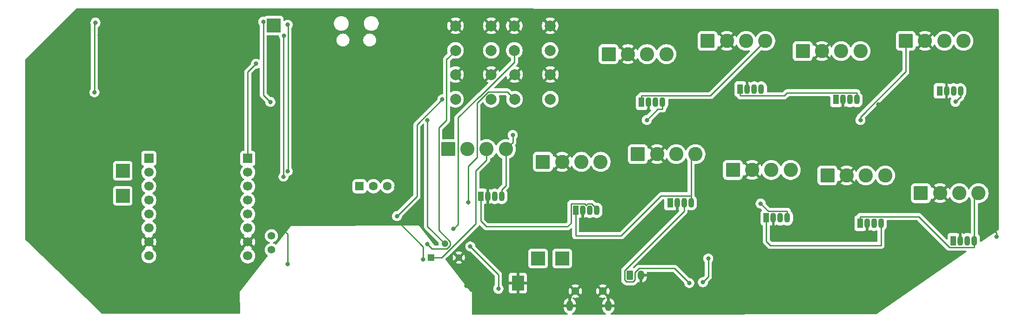
<source format=gbr>
%TF.GenerationSoftware,KiCad,Pcbnew,9.0.2*%
%TF.CreationDate,2025-05-27T01:48:19-04:00*%
%TF.ProjectId,JF-Clock_template_rpi,4a462d43-6c6f-4636-9b5f-74656d706c61,rev?*%
%TF.SameCoordinates,Original*%
%TF.FileFunction,Copper,L2,Bot*%
%TF.FilePolarity,Positive*%
%FSLAX46Y46*%
G04 Gerber Fmt 4.6, Leading zero omitted, Abs format (unit mm)*
G04 Created by KiCad (PCBNEW 9.0.2) date 2025-05-27 01:48:19*
%MOMM*%
%LPD*%
G01*
G04 APERTURE LIST*
G04 Aperture macros list*
%AMRoundRect*
0 Rectangle with rounded corners*
0 $1 Rounding radius*
0 $2 $3 $4 $5 $6 $7 $8 $9 X,Y pos of 4 corners*
0 Add a 4 corners polygon primitive as box body*
4,1,4,$2,$3,$4,$5,$6,$7,$8,$9,$2,$3,0*
0 Add four circle primitives for the rounded corners*
1,1,$1+$1,$2,$3*
1,1,$1+$1,$4,$5*
1,1,$1+$1,$6,$7*
1,1,$1+$1,$8,$9*
0 Add four rect primitives between the rounded corners*
20,1,$1+$1,$2,$3,$4,$5,0*
20,1,$1+$1,$4,$5,$6,$7,0*
20,1,$1+$1,$6,$7,$8,$9,0*
20,1,$1+$1,$8,$9,$2,$3,0*%
G04 Aperture macros list end*
%TA.AperFunction,ComponentPad*%
%ADD10R,1.700000X1.700000*%
%TD*%
%TA.AperFunction,ComponentPad*%
%ADD11C,1.700000*%
%TD*%
%TA.AperFunction,ComponentPad*%
%ADD12R,1.070000X1.800000*%
%TD*%
%TA.AperFunction,ComponentPad*%
%ADD13O,1.070000X1.800000*%
%TD*%
%TA.AperFunction,ComponentPad*%
%ADD14C,2.000000*%
%TD*%
%TA.AperFunction,ComponentPad*%
%ADD15R,2.500000X2.500000*%
%TD*%
%TA.AperFunction,ComponentPad*%
%ADD16RoundRect,0.250000X-1.050000X-1.050000X1.050000X-1.050000X1.050000X1.050000X-1.050000X1.050000X0*%
%TD*%
%TA.AperFunction,ComponentPad*%
%ADD17C,2.600000*%
%TD*%
%TA.AperFunction,ComponentPad*%
%ADD18R,1.222000X1.222000*%
%TD*%
%TA.AperFunction,ComponentPad*%
%ADD19C,1.222000*%
%TD*%
%TA.AperFunction,ComponentPad*%
%ADD20RoundRect,0.200000X-0.600000X-0.600000X0.600000X-0.600000X0.600000X0.600000X-0.600000X0.600000X0*%
%TD*%
%TA.AperFunction,ComponentPad*%
%ADD21C,1.600000*%
%TD*%
%TA.AperFunction,ComponentPad*%
%ADD22RoundRect,0.250000X-0.350000X-0.625000X0.350000X-0.625000X0.350000X0.625000X-0.350000X0.625000X0*%
%TD*%
%TA.AperFunction,ComponentPad*%
%ADD23O,1.200000X1.750000*%
%TD*%
%TA.AperFunction,ComponentPad*%
%ADD24C,0.600000*%
%TD*%
%TA.AperFunction,SMDPad,CuDef*%
%ADD25R,2.300000X2.800000*%
%TD*%
%TA.AperFunction,HeatsinkPad*%
%ADD26O,1.200000X1.900000*%
%TD*%
%TA.AperFunction,HeatsinkPad*%
%ADD27C,1.450000*%
%TD*%
%TA.AperFunction,ComponentPad*%
%ADD28C,1.400000*%
%TD*%
%TA.AperFunction,ViaPad*%
%ADD29C,0.800000*%
%TD*%
%TA.AperFunction,Conductor*%
%ADD30C,0.250000*%
%TD*%
G04 APERTURE END LIST*
D10*
%TO.P,J14,1,Pin_1*%
%TO.N,/5v*%
X124015500Y-106860000D03*
D11*
%TO.P,J14,2,Pin_2*%
%TO.N,Net-(J14-Pin_2)*%
X124015500Y-109400000D03*
%TO.P,J14,3,Pin_3*%
%TO.N,Net-(J14-Pin_3)*%
X124015500Y-111940000D03*
%TO.P,J14,4,Pin_4*%
%TO.N,unconnected-(J14-Pin_4-Pad4)*%
X124015500Y-114480000D03*
%TO.P,J14,5,Pin_5*%
%TO.N,unconnected-(J14-Pin_5-Pad5)*%
X124015500Y-117020000D03*
%TO.P,J14,6,Pin_6*%
%TO.N,Net-(J14-Pin_6)*%
X124015500Y-119560000D03*
%TO.P,J14,7,Pin_7*%
%TO.N,GND*%
X124015500Y-122100000D03*
%TO.P,J14,8,Pin_8*%
%TO.N,Net-(J14-Pin_8)*%
X124015500Y-124640000D03*
%TD*%
D12*
%TO.P,Dm6,1,DOUT*%
%TO.N,unconnected-(Dm6-DOUT-Pad1)*%
X252345000Y-121850000D03*
D13*
%TO.P,Dm6,2,GND*%
%TO.N,GND*%
X253615000Y-121850000D03*
%TO.P,Dm6,3,VDD*%
%TO.N,/5v*%
X254885000Y-121850000D03*
%TO.P,Dm6,4,DIN*%
%TO.N,/Dm5_Out*%
X256155000Y-121850000D03*
%TD*%
D14*
%TO.P,SW4,1,1*%
%TO.N,GND*%
X172550000Y-91550000D03*
X179050000Y-91550000D03*
%TO.P,SW4,2,2*%
%TO.N,/SW4*%
X172550000Y-96050000D03*
X179050000Y-96050000D03*
%TD*%
D15*
%TO.P,TP3,1,1*%
%TO.N,Net-(J11-D-)*%
X176800000Y-125100000D03*
%TD*%
D16*
%TO.P,J1,1,Pin_1*%
%TO.N,/Dh1_Out*%
X189650000Y-87817500D03*
D17*
%TO.P,J1,2,Pin_2*%
%TO.N,GND*%
X193150000Y-87817500D03*
%TO.P,J1,3,Pin_3*%
%TO.N,/5v*%
X196650000Y-87817500D03*
%TO.P,J1,4,Pin_4*%
%TO.N,/Dh1_In*%
X200150000Y-87817500D03*
%TD*%
D12*
%TO.P,Dh1,1,DOUT*%
%TO.N,/Dh1_Out*%
X195640000Y-96617500D03*
D13*
%TO.P,Dh1,2,GND*%
%TO.N,GND*%
X196910000Y-96617500D03*
%TO.P,Dh1,3,VDD*%
%TO.N,/5v*%
X198180000Y-96617500D03*
%TO.P,Dh1,4,DIN*%
%TO.N,/Dh1_In*%
X199450000Y-96617500D03*
%TD*%
D15*
%TO.P,TP5,1,1*%
%TO.N,Net-(J13-Pin_3)*%
X101265500Y-113660000D03*
%TD*%
%TO.P,TP1,1,1*%
%TO.N,Net-(A1-VBUS)*%
X128750000Y-82600000D03*
%TD*%
D16*
%TO.P,J4,1,Pin_1*%
%TO.N,/Dh4_Out*%
X243700000Y-85400000D03*
D17*
%TO.P,J4,2,Pin_2*%
%TO.N,GND*%
X247200000Y-85400000D03*
%TO.P,J4,3,Pin_3*%
%TO.N,/5v*%
X250700000Y-85400000D03*
%TO.P,J4,4,Pin_4*%
%TO.N,/Dh3_Out*%
X254200000Y-85400000D03*
%TD*%
D16*
%TO.P,J8,1,Pin_1*%
%TO.N,/Dm4_Out*%
X212250000Y-108950000D03*
D17*
%TO.P,J8,2,Pin_2*%
%TO.N,GND*%
X215750000Y-108950000D03*
%TO.P,J8,3,Pin_3*%
%TO.N,/5v*%
X219250000Y-108950000D03*
%TO.P,J8,4,Pin_4*%
%TO.N,/Dm3_Out*%
X222750000Y-108950000D03*
%TD*%
D12*
%TO.P,Dm3,1,DOUT*%
%TO.N,/Dm3_Out*%
X200830000Y-114917500D03*
D13*
%TO.P,Dm3,2,GND*%
%TO.N,GND*%
X202100000Y-114917500D03*
%TO.P,Dm3,3,VDD*%
%TO.N,/5v*%
X203370000Y-114917500D03*
%TO.P,Dm3,4,DIN*%
%TO.N,/Dm2_Out*%
X204640000Y-114917500D03*
%TD*%
D15*
%TO.P,TP4,1,1*%
%TO.N,Net-(J13-Pin_2)*%
X101265500Y-109110000D03*
%TD*%
D14*
%TO.P,SW2,1,1*%
%TO.N,GND*%
X172500000Y-82650000D03*
X179000000Y-82650000D03*
%TO.P,SW2,2,2*%
%TO.N,/SW2*%
X172500000Y-87150000D03*
X179000000Y-87150000D03*
%TD*%
D18*
%TO.P,VR1,1*%
%TO.N,/5v*%
X157310000Y-124950000D03*
D19*
%TO.P,VR1,2*%
%TO.N,/DIMMER*%
X159850000Y-122410000D03*
%TO.P,VR1,3*%
%TO.N,GND*%
X162390000Y-124950000D03*
%TD*%
D12*
%TO.P,Dm1,1,DOUT*%
%TO.N,/Dm1_Out*%
X166390000Y-113767500D03*
D13*
%TO.P,Dm1,2,GND*%
%TO.N,GND*%
X167660000Y-113767500D03*
%TO.P,Dm1,3,VDD*%
%TO.N,/5v*%
X168930000Y-113767500D03*
%TO.P,Dm1,4,DIN*%
%TO.N,/Dh4_Out*%
X170200000Y-113767500D03*
%TD*%
D20*
%TO.P,A1,D1*%
%TO.N,N/C*%
X144334100Y-111925000D03*
D21*
%TO.P,A1,D2*%
X146874100Y-111925000D03*
%TO.P,A1,D3*%
X149414100Y-111925000D03*
%TD*%
D22*
%TO.P,J12,1,Pin_1*%
%TO.N,Net-(J12-Pin_1)*%
X193500000Y-128150000D03*
D23*
%TO.P,J12,2,Pin_2*%
%TO.N,GND*%
X195500000Y-128150000D03*
%TD*%
D14*
%TO.P,SW3,1,1*%
%TO.N,GND*%
X161800000Y-91550000D03*
X168300000Y-91550000D03*
%TO.P,SW3,2,2*%
%TO.N,/SW3*%
X161800000Y-96050000D03*
X168300000Y-96050000D03*
%TD*%
D12*
%TO.P,Dh3,1,DOUT*%
%TO.N,/Dh3_Out*%
X230990000Y-96100000D03*
D13*
%TO.P,Dh3,2,GND*%
%TO.N,GND*%
X232260000Y-96100000D03*
%TO.P,Dh3,3,VDD*%
%TO.N,/5v*%
X233530000Y-96100000D03*
%TO.P,Dh3,4,DIN*%
%TO.N,/Dh2_Out*%
X234800000Y-96100000D03*
%TD*%
D12*
%TO.P,Dm4,1,DOUT*%
%TO.N,/Dm4_Out*%
X218340000Y-117700000D03*
D13*
%TO.P,Dm4,2,GND*%
%TO.N,GND*%
X219610000Y-117700000D03*
%TO.P,Dm4,3,VDD*%
%TO.N,/5v*%
X220880000Y-117700000D03*
%TO.P,Dm4,4,DIN*%
%TO.N,/Dm3_Out*%
X222150000Y-117700000D03*
%TD*%
D16*
%TO.P,J7,1,Pin_1*%
%TO.N,/Dm3_Out*%
X194950000Y-106067500D03*
D17*
%TO.P,J7,2,Pin_2*%
%TO.N,GND*%
X198450000Y-106067500D03*
%TO.P,J7,3,Pin_3*%
%TO.N,/5v*%
X201950000Y-106067500D03*
%TO.P,J7,4,Pin_4*%
%TO.N,/Dm2_Out*%
X205450000Y-106067500D03*
%TD*%
D10*
%TO.P,J13,1,Pin_1*%
%TO.N,unconnected-(J13-Pin_1-Pad1)*%
X106015500Y-106830000D03*
D11*
%TO.P,J13,2,Pin_2*%
%TO.N,Net-(J13-Pin_2)*%
X106015500Y-109370000D03*
%TO.P,J13,3,Pin_3*%
%TO.N,Net-(J13-Pin_3)*%
X106015500Y-111910000D03*
%TO.P,J13,4,Pin_4*%
%TO.N,unconnected-(J13-Pin_4-Pad4)*%
X106015500Y-114450000D03*
%TO.P,J13,5,Pin_5*%
%TO.N,unconnected-(J13-Pin_5-Pad5)*%
X106015500Y-116990000D03*
%TO.P,J13,6,Pin_6*%
%TO.N,unconnected-(J13-Pin_6-Pad6)*%
X106015500Y-119530000D03*
%TO.P,J13,7,Pin_7*%
%TO.N,GND*%
X106015500Y-122070000D03*
%TO.P,J13,8,Pin_8*%
%TO.N,unconnected-(J13-Pin_8-Pad8)*%
X106015500Y-124610000D03*
%TD*%
D14*
%TO.P,SW1,1,1*%
%TO.N,GND*%
X161800000Y-82650000D03*
X168300000Y-82650000D03*
%TO.P,SW1,2,2*%
%TO.N,/SW1*%
X161800000Y-87150000D03*
X168300000Y-87150000D03*
%TD*%
D16*
%TO.P,J3,1,Pin_1*%
%TO.N,/Dh3_Out*%
X224950000Y-87267500D03*
D17*
%TO.P,J3,2,Pin_2*%
%TO.N,GND*%
X228450000Y-87267500D03*
%TO.P,J3,3,Pin_3*%
%TO.N,/5v*%
X231950000Y-87267500D03*
%TO.P,J3,4,Pin_4*%
%TO.N,/Dh2_Out*%
X235450000Y-87267500D03*
%TD*%
D16*
%TO.P,J9,1,Pin_1*%
%TO.N,/Dm5_Out*%
X229450000Y-109950000D03*
D17*
%TO.P,J9,2,Pin_2*%
%TO.N,GND*%
X232950000Y-109950000D03*
%TO.P,J9,3,Pin_3*%
%TO.N,/5v*%
X236450000Y-109950000D03*
%TO.P,J9,4,Pin_4*%
%TO.N,/Dm4_Out*%
X239950000Y-109950000D03*
%TD*%
D15*
%TO.P,TP2,1,1*%
%TO.N,Net-(J11-D+)*%
X181200000Y-125100000D03*
%TD*%
D16*
%TO.P,J10,1,Pin_1*%
%TO.N,unconnected-(J10-Pin_1-Pad1)*%
X246435000Y-113187500D03*
D17*
%TO.P,J10,2,Pin_2*%
%TO.N,GND*%
X249935000Y-113187500D03*
%TO.P,J10,3,Pin_3*%
%TO.N,/5v*%
X253435000Y-113187500D03*
%TO.P,J10,4,Pin_4*%
%TO.N,/Dm5_Out*%
X256935000Y-113187500D03*
%TD*%
D24*
%TO.P,U2,11,PAD*%
%TO.N,GND*%
X172638000Y-128849500D03*
X172638000Y-130349500D03*
X173138000Y-129599500D03*
D25*
X173138000Y-129599500D03*
D24*
X173638000Y-128849500D03*
X173638000Y-130349500D03*
%TD*%
D26*
%TO.P,J11,6,Shield*%
%TO.N,GND*%
X182588000Y-133749500D03*
D27*
X183588000Y-131049500D03*
X188588000Y-131049500D03*
D26*
X189588000Y-133749500D03*
%TD*%
D12*
%TO.P,Dm5,1,DOUT*%
%TO.N,/Dm5_Out*%
X235395000Y-118682500D03*
D13*
%TO.P,Dm5,2,GND*%
%TO.N,GND*%
X236665000Y-118682500D03*
%TO.P,Dm5,3,VDD*%
%TO.N,/5v*%
X237935000Y-118682500D03*
%TO.P,Dm5,4,DIN*%
%TO.N,/Dm4_Out*%
X239205000Y-118682500D03*
%TD*%
D16*
%TO.P,J2,1,Pin_1*%
%TO.N,/Dh2_Out*%
X207650000Y-85400000D03*
D17*
%TO.P,J2,2,Pin_2*%
%TO.N,GND*%
X211150000Y-85400000D03*
%TO.P,J2,3,Pin_3*%
%TO.N,/5v*%
X214650000Y-85400000D03*
%TO.P,J2,4,Pin_4*%
%TO.N,/Dh1_Out*%
X218150000Y-85400000D03*
%TD*%
D28*
%TO.P,J15,1,Pin_1*%
%TO.N,Net-(J14-Pin_6)*%
X128315500Y-120980000D03*
%TO.P,J15,2,Pin_2*%
%TO.N,Net-(J14-Pin_8)*%
X128315500Y-123520000D03*
%TD*%
D12*
%TO.P,Dh2,1,DOUT*%
%TO.N,/Dh2_Out*%
X213595000Y-94200000D03*
D13*
%TO.P,Dh2,2,GND*%
%TO.N,GND*%
X214865000Y-94200000D03*
%TO.P,Dh2,3,VDD*%
%TO.N,/5v*%
X216135000Y-94200000D03*
%TO.P,Dh2,4,DIN*%
%TO.N,/Dh1_Out*%
X217405000Y-94200000D03*
%TD*%
D16*
%TO.P,J5,1,Pin_1*%
%TO.N,/Dm1_Out*%
X160450000Y-105167500D03*
D17*
%TO.P,J5,2,Pin_2*%
%TO.N,GND*%
X163950000Y-105167500D03*
%TO.P,J5,3,Pin_3*%
%TO.N,/5v*%
X167450000Y-105167500D03*
%TO.P,J5,4,Pin_4*%
%TO.N,/Dh4_Out*%
X170950000Y-105167500D03*
%TD*%
D16*
%TO.P,J6,1,Pin_1*%
%TO.N,/Dm2_Out*%
X177700000Y-107467500D03*
D17*
%TO.P,J6,2,Pin_2*%
%TO.N,GND*%
X181200000Y-107467500D03*
%TO.P,J6,3,Pin_3*%
%TO.N,/5v*%
X184700000Y-107467500D03*
%TO.P,J6,4,Pin_4*%
%TO.N,/Dm1_Out*%
X188200000Y-107467500D03*
%TD*%
D12*
%TO.P,Dh4,1,DOUT*%
%TO.N,/Dh4_Out*%
X249840000Y-94532500D03*
D13*
%TO.P,Dh4,2,GND*%
%TO.N,GND*%
X251110000Y-94532500D03*
%TO.P,Dh4,3,VDD*%
%TO.N,/5v*%
X252380000Y-94532500D03*
%TO.P,Dh4,4,DIN*%
%TO.N,/Dh3_Out*%
X253650000Y-94532500D03*
%TD*%
D12*
%TO.P,Dm2,1,DOUT*%
%TO.N,/Dm2_Out*%
X183660000Y-116317500D03*
D13*
%TO.P,Dm2,2,GND*%
%TO.N,GND*%
X184930000Y-116317500D03*
%TO.P,Dm2,3,VDD*%
%TO.N,/5v*%
X186200000Y-116317500D03*
%TO.P,Dm2,4,DIN*%
%TO.N,/Dm1_Out*%
X187470000Y-116317500D03*
%TD*%
D29*
%TO.N,GND*%
X166950000Y-102400000D03*
%TO.N,Net-(U2-L)*%
X169600400Y-130630800D03*
X164487200Y-122919200D03*
%TO.N,/Dm3_Out*%
X217303600Y-115091600D03*
%TO.N,/Dh4_Out*%
X235455900Y-99847700D03*
X172201500Y-102573200D03*
%TO.N,/Dh3_Out*%
X252727300Y-96521400D03*
%TO.N,/Dh1_In*%
X196602700Y-99847700D03*
%TO.N,Net-(Q1-D)*%
X207782100Y-125113600D03*
X206802200Y-129431600D03*
%TO.N,/SW1*%
X156634400Y-122497500D03*
%TO.N,/SDA*%
X96120500Y-94789600D03*
X96299400Y-82074400D03*
%TO.N,/SW4*%
X164086500Y-114901300D03*
%TO.N,/SW3*%
X159412600Y-96084300D03*
X151147400Y-117381700D03*
%TO.N,/5v*%
X125510000Y-89572300D03*
X204328200Y-129585700D03*
%TO.N,/MCU_SSTX*%
X131263000Y-109182000D03*
X131263000Y-82460100D03*
%TO.N,/SW2*%
X161441800Y-119717700D03*
%TO.N,/SCL*%
X126832000Y-81912500D03*
X128115000Y-96552600D03*
%TO.N,/MCU_SSRX*%
X130512000Y-110177000D03*
X130602000Y-84488000D03*
%TO.N,/DIMMER*%
X156700400Y-99847700D03*
%TO.N,GND*%
X156206000Y-87134100D03*
X136764000Y-112656000D03*
X124214000Y-88337700D03*
X97165400Y-96281600D03*
X136764000Y-99898600D03*
X86807400Y-92474400D03*
X92238500Y-92994300D03*
X100953000Y-92474400D03*
X151027000Y-112126000D03*
X131264000Y-126162000D03*
X136352000Y-87308000D03*
X97100000Y-84408900D03*
X91728400Y-91582500D03*
X85255700Y-97437900D03*
X227351500Y-92518500D03*
X243882700Y-118664700D03*
X238732700Y-97032600D03*
X164325000Y-126137400D03*
X202881400Y-97048800D03*
X207087000Y-132813000D03*
X173812800Y-113992700D03*
X184448100Y-129101000D03*
X210641400Y-132806700D03*
X192296000Y-115298500D03*
X155871000Y-125318000D03*
X208486400Y-113822100D03*
X227549100Y-118283600D03*
X163796000Y-130112500D03*
X260210500Y-121100100D03*
X255790200Y-95561300D03*
X206979000Y-133857600D03*
%TD*%
D30*
%TO.N,/Dm1_Out*%
X187470000Y-116317500D02*
X187470000Y-116100000D01*
X166390000Y-118290000D02*
X166390000Y-113767500D01*
X187470000Y-116100000D02*
X187061000Y-116100000D01*
X187061000Y-116100000D02*
X187061000Y-115595862D01*
X184521000Y-115091500D02*
X182799000Y-115091500D01*
X187061000Y-115595862D02*
X186556638Y-115091500D01*
X186556638Y-115091500D02*
X185843362Y-115091500D01*
X185843362Y-115091500D02*
X185565000Y-115369862D01*
X185565000Y-115369862D02*
X185286638Y-115091500D01*
X184521000Y-115143862D02*
X184521000Y-115091500D01*
X185286638Y-115091500D02*
X184573362Y-115091500D01*
X184573362Y-115091500D02*
X184521000Y-115143862D01*
X182799000Y-115091500D02*
X182799000Y-118690500D01*
X182799000Y-118690500D02*
X182189500Y-119300000D01*
X182189500Y-119300000D02*
X167400000Y-119300000D01*
X167400000Y-119300000D02*
X166390000Y-118290000D01*
%TO.N,/Dm2_Out*%
X183660000Y-116317500D02*
X183660000Y-120950000D01*
X183660000Y-120950000D02*
X191902400Y-120950000D01*
X191902400Y-120950000D02*
X199189100Y-113663300D01*
X199189100Y-113663300D02*
X204640000Y-113663300D01*
%TO.N,/Dm4_Out*%
X218340000Y-117700000D02*
X218340000Y-121990000D01*
X218340000Y-121990000D02*
X219050000Y-122700000D01*
X219050000Y-122700000D02*
X239205000Y-122700000D01*
X239205000Y-122700000D02*
X239205000Y-118682500D01*
%TO.N,Net-(U2-L)*%
X169600400Y-128032400D02*
X164487200Y-122919200D01*
X169600400Y-130630800D02*
X169600400Y-128032400D01*
%TO.N,/Dm5_Out*%
X251674600Y-123076700D02*
X256155000Y-123076700D01*
X246053700Y-117455800D02*
X251674600Y-123076700D01*
X235395000Y-117455800D02*
X246053700Y-117455800D01*
X235395000Y-118682500D02*
X235395000Y-117455800D01*
X256155000Y-121850000D02*
X256155000Y-123076700D01*
X256155000Y-113967500D02*
X256155000Y-121850000D01*
X256935000Y-113187500D02*
X256155000Y-113967500D01*
%TO.N,/Dm3_Out*%
X218685300Y-116473300D02*
X217303600Y-115091600D01*
X222150000Y-116473300D02*
X218685300Y-116473300D01*
X222150000Y-117700000D02*
X222150000Y-116473300D01*
%TO.N,/Dm2_Out*%
X204640000Y-106877500D02*
X204640000Y-113663300D01*
X205450000Y-106067500D02*
X204640000Y-106877500D01*
X204640000Y-113663300D02*
X204640000Y-114917500D01*
%TO.N,/Dh4_Out*%
X170950000Y-111790800D02*
X170200000Y-112540800D01*
X170950000Y-105167500D02*
X170950000Y-111790800D01*
X170200000Y-113767500D02*
X170200000Y-112540800D01*
X235455900Y-99263300D02*
X235455900Y-99847700D01*
X243700000Y-91019200D02*
X235455900Y-99263300D01*
X243700000Y-85400000D02*
X243700000Y-91019200D01*
X172201500Y-103916000D02*
X170950000Y-105167500D01*
X172201500Y-102573200D02*
X172201500Y-103916000D01*
%TO.N,/Dh3_Out*%
X253489500Y-95759200D02*
X252727300Y-96521400D01*
X253650000Y-95759200D02*
X253489500Y-95759200D01*
X253650000Y-94532500D02*
X253650000Y-95759200D01*
%TO.N,/Dh2_Out*%
X221575000Y-95426700D02*
X213595000Y-95426700D01*
X222128400Y-94873300D02*
X221575000Y-95426700D01*
X234800000Y-94873300D02*
X222128400Y-94873300D01*
X234800000Y-96100000D02*
X234800000Y-94873300D01*
X213595000Y-94200000D02*
X213595000Y-95426700D01*
%TO.N,/Dh1_In*%
X198606200Y-97844200D02*
X196602700Y-99847700D01*
X199450000Y-97844200D02*
X198606200Y-97844200D01*
X199450000Y-96617500D02*
X199450000Y-97844200D01*
%TO.N,Net-(Q1-D)*%
X207782100Y-128451700D02*
X206802200Y-129431600D01*
X207782100Y-125113600D02*
X207782100Y-128451700D01*
%TO.N,/Dh1_Out*%
X208159200Y-95390800D02*
X218150000Y-85400000D01*
X195640000Y-95390800D02*
X208159200Y-95390800D01*
X195640000Y-96617500D02*
X195640000Y-95390800D01*
%TO.N,/SW1*%
X157484600Y-123347700D02*
X156634400Y-122497500D01*
X160251200Y-123347700D02*
X157484600Y-123347700D01*
X160822200Y-122776700D02*
X160251200Y-123347700D01*
X160822200Y-122037900D02*
X160822200Y-122776700D01*
X158767100Y-119982800D02*
X160822200Y-122037900D01*
X158767100Y-101263500D02*
X158767100Y-119982800D01*
X160139400Y-99891200D02*
X158767100Y-101263500D01*
X160139400Y-88810600D02*
X160139400Y-99891200D01*
X161800000Y-87150000D02*
X160139400Y-88810600D01*
%TO.N,/SDA*%
X96120500Y-82253300D02*
X96299400Y-82074400D01*
X96120500Y-94789600D02*
X96120500Y-82253300D01*
%TO.N,/SW4*%
X171194300Y-94694300D02*
X172550000Y-96050000D01*
X167734000Y-94694300D02*
X171194300Y-94694300D01*
X165700000Y-96728300D02*
X167734000Y-94694300D01*
X165700000Y-106622500D02*
X165700000Y-96728300D01*
X164086500Y-108236000D02*
X165700000Y-106622500D01*
X164086500Y-114901300D02*
X164086500Y-108236000D01*
%TO.N,/SW3*%
X154796100Y-100700800D02*
X159412600Y-96084300D01*
X154796100Y-113733000D02*
X154796100Y-100700800D01*
X151147400Y-117381700D02*
X154796100Y-113733000D01*
%TO.N,/5v*%
X124016000Y-91066800D02*
X124016000Y-106860000D01*
X125510000Y-89572300D02*
X124016000Y-91066800D01*
X124015500Y-106860000D02*
X124016000Y-106860000D01*
X201642300Y-126899800D02*
X204328200Y-129585700D01*
X195147800Y-126899800D02*
X201642300Y-126899800D01*
X194427700Y-127619900D02*
X195147800Y-126899800D01*
X194427700Y-129014200D02*
X194427700Y-127619900D01*
X194089200Y-129352700D02*
X194427700Y-129014200D01*
X192910800Y-129352700D02*
X194089200Y-129352700D01*
X192572300Y-129014200D02*
X192910800Y-129352700D01*
X192572300Y-127285800D02*
X192572300Y-129014200D01*
X203370000Y-116488100D02*
X192572300Y-127285800D01*
X203370000Y-114917500D02*
X203370000Y-116488100D01*
X167450000Y-107123000D02*
X167450000Y-105167500D01*
X165473300Y-109099700D02*
X167450000Y-107123000D01*
X165473300Y-118768900D02*
X165473300Y-109099700D01*
X159292200Y-124950000D02*
X165473300Y-118768900D01*
X157310000Y-124950000D02*
X159292200Y-124950000D01*
%TO.N,/MCU_SSTX*%
X131328000Y-82525700D02*
X131263000Y-82460100D01*
X131328000Y-109116000D02*
X131328000Y-82525700D01*
X131263000Y-109182000D02*
X131328000Y-109116000D01*
%TO.N,/SW2*%
X162245900Y-118913600D02*
X161441800Y-119717700D01*
X162245900Y-99402800D02*
X162245900Y-118913600D01*
X166124100Y-95524600D02*
X162245900Y-99402800D01*
X166264900Y-95524600D02*
X166124100Y-95524600D01*
X172500000Y-89289500D02*
X166264900Y-95524600D01*
X172500000Y-87150000D02*
X172500000Y-89289500D01*
%TO.N,/SCL*%
X126832000Y-95269800D02*
X126832000Y-81912500D01*
X128115000Y-96552600D02*
X126832000Y-95269800D01*
%TO.N,/MCU_SSRX*%
X130512000Y-84577800D02*
X130512000Y-110177000D01*
X130602000Y-84488000D02*
X130512000Y-84577800D01*
%TO.N,/DIMMER*%
X156700400Y-119260400D02*
X159850000Y-122410000D01*
X156700400Y-99847700D02*
X156700400Y-119260400D01*
%TO.N,GND*%
X155871000Y-122951400D02*
X155871000Y-125318000D01*
X151460400Y-118540800D02*
X155871000Y-122951400D01*
X131264000Y-120663100D02*
X131264000Y-126162000D01*
X130255500Y-119654600D02*
X131264000Y-120663100D01*
X260210500Y-120493400D02*
X260210500Y-121100100D01*
X259872800Y-120155700D02*
X260210500Y-120493400D01*
%TD*%
%TA.AperFunction,Conductor*%
%TO.N,GND*%
G36*
X260476227Y-79599926D02*
G01*
X260543255Y-79619651D01*
X260588978Y-79672482D01*
X260600153Y-79723772D01*
X260649919Y-119735079D01*
X260630318Y-119802143D01*
X260596691Y-119837053D01*
X257393272Y-122063644D01*
X257326989Y-122085743D01*
X257259281Y-122068498D01*
X257211644Y-122017385D01*
X257198500Y-121961824D01*
X257198500Y-121382223D01*
X257198499Y-121382219D01*
X257158399Y-121180622D01*
X257139413Y-121134785D01*
X257079740Y-120990721D01*
X257079739Y-120990720D01*
X257079738Y-120990717D01*
X256965539Y-120819808D01*
X256965536Y-120819804D01*
X256824819Y-120679087D01*
X256791334Y-120617764D01*
X256788500Y-120591406D01*
X256788500Y-115120000D01*
X256808185Y-115052961D01*
X256860989Y-115007206D01*
X256912500Y-114996000D01*
X257053528Y-114996000D01*
X257053535Y-114996000D01*
X257288578Y-114965056D01*
X257517570Y-114903697D01*
X257736595Y-114812974D01*
X257941904Y-114694439D01*
X258129985Y-114550119D01*
X258297619Y-114382485D01*
X258441939Y-114194404D01*
X258560474Y-113989095D01*
X258560477Y-113989086D01*
X258560481Y-113989080D01*
X258602637Y-113887304D01*
X258651197Y-113770070D01*
X258712556Y-113541078D01*
X258743500Y-113306035D01*
X258743500Y-113068965D01*
X258712556Y-112833922D01*
X258651197Y-112604930D01*
X258591778Y-112461480D01*
X258560479Y-112385916D01*
X258560474Y-112385906D01*
X258560474Y-112385905D01*
X258441939Y-112180596D01*
X258373098Y-112090881D01*
X258297620Y-111992516D01*
X258297614Y-111992509D01*
X258129990Y-111824885D01*
X258129983Y-111824879D01*
X257941908Y-111680564D01*
X257941907Y-111680563D01*
X257941904Y-111680561D01*
X257749826Y-111569665D01*
X257736597Y-111562027D01*
X257736583Y-111562020D01*
X257517570Y-111471303D01*
X257288578Y-111409944D01*
X257288577Y-111409943D01*
X257288574Y-111409943D01*
X257053544Y-111379001D01*
X257053541Y-111379000D01*
X257053535Y-111379000D01*
X256816465Y-111379000D01*
X256816459Y-111379000D01*
X256816455Y-111379001D01*
X256581425Y-111409943D01*
X256352429Y-111471303D01*
X256133416Y-111562020D01*
X256133402Y-111562027D01*
X255928091Y-111680564D01*
X255740016Y-111824879D01*
X255740009Y-111824885D01*
X255572385Y-111992509D01*
X255572379Y-111992516D01*
X255428064Y-112180591D01*
X255428061Y-112180595D01*
X255428061Y-112180596D01*
X255419958Y-112194631D01*
X255309527Y-112385902D01*
X255309523Y-112385911D01*
X255299561Y-112409962D01*
X255255720Y-112464365D01*
X255189426Y-112486430D01*
X255121727Y-112469151D01*
X255074116Y-112418014D01*
X255070439Y-112409962D01*
X255065049Y-112396950D01*
X255060474Y-112385905D01*
X254941939Y-112180596D01*
X254873098Y-112090881D01*
X254797620Y-111992516D01*
X254797614Y-111992509D01*
X254629990Y-111824885D01*
X254629983Y-111824879D01*
X254441908Y-111680564D01*
X254441907Y-111680563D01*
X254441904Y-111680561D01*
X254249826Y-111569665D01*
X254236597Y-111562027D01*
X254236583Y-111562020D01*
X254017570Y-111471303D01*
X253788578Y-111409944D01*
X253788577Y-111409943D01*
X253788574Y-111409943D01*
X253553544Y-111379001D01*
X253553541Y-111379000D01*
X253553535Y-111379000D01*
X253316465Y-111379000D01*
X253316459Y-111379000D01*
X253316455Y-111379001D01*
X253081425Y-111409943D01*
X252852429Y-111471303D01*
X252633416Y-111562020D01*
X252633402Y-111562027D01*
X252428091Y-111680564D01*
X252240016Y-111824879D01*
X252240009Y-111824885D01*
X252072385Y-111992509D01*
X252072379Y-111992516D01*
X251928064Y-112180591D01*
X251928061Y-112180595D01*
X251928061Y-112180596D01*
X251919958Y-112194631D01*
X251809527Y-112385902D01*
X251809525Y-112385906D01*
X251794961Y-112421067D01*
X251751119Y-112475470D01*
X251684824Y-112497534D01*
X251617125Y-112480254D01*
X251569515Y-112429116D01*
X251565839Y-112421065D01*
X251552839Y-112389680D01*
X251552834Y-112389671D01*
X251434855Y-112185328D01*
X251434854Y-112185327D01*
X251372277Y-112103775D01*
X250536041Y-112940011D01*
X250511022Y-112879610D01*
X250439888Y-112773149D01*
X250349351Y-112682612D01*
X250242890Y-112611478D01*
X250182488Y-112586458D01*
X251018723Y-111750221D01*
X250937172Y-111687645D01*
X250937171Y-111687644D01*
X250732828Y-111569665D01*
X250732819Y-111569660D01*
X250514836Y-111479370D01*
X250514838Y-111479370D01*
X250286914Y-111418299D01*
X250052985Y-111387500D01*
X249817014Y-111387500D01*
X249583085Y-111418299D01*
X249355162Y-111479370D01*
X249137180Y-111569660D01*
X249137171Y-111569665D01*
X248932828Y-111687644D01*
X248932818Y-111687650D01*
X248851275Y-111750220D01*
X248851275Y-111750221D01*
X249687512Y-112586458D01*
X249627110Y-112611478D01*
X249520649Y-112682612D01*
X249430112Y-112773149D01*
X249358978Y-112879610D01*
X249333958Y-112940011D01*
X248497721Y-112103775D01*
X248497719Y-112103775D01*
X248464897Y-112146551D01*
X248408469Y-112187754D01*
X248338723Y-112191909D01*
X248277803Y-112157697D01*
X248245050Y-112095979D01*
X248243163Y-112083667D01*
X248239594Y-112048729D01*
X248232887Y-111983074D01*
X248177115Y-111814762D01*
X248084030Y-111663848D01*
X247958652Y-111538470D01*
X247859049Y-111477034D01*
X247807740Y-111445386D01*
X247807735Y-111445384D01*
X247639427Y-111389613D01*
X247535545Y-111379000D01*
X245334462Y-111379000D01*
X245334446Y-111379001D01*
X245230572Y-111389613D01*
X245062264Y-111445384D01*
X245062259Y-111445386D01*
X244911346Y-111538471D01*
X244785971Y-111663846D01*
X244692886Y-111814759D01*
X244692884Y-111814764D01*
X244637113Y-111983072D01*
X244626500Y-112086947D01*
X244626500Y-114288037D01*
X244626501Y-114288053D01*
X244637113Y-114391927D01*
X244692884Y-114560235D01*
X244692886Y-114560240D01*
X244728142Y-114617398D01*
X244785970Y-114711152D01*
X244911348Y-114836530D01*
X245062262Y-114929615D01*
X245230574Y-114985387D01*
X245334455Y-114996000D01*
X247535544Y-114995999D01*
X247639426Y-114985387D01*
X247807738Y-114929615D01*
X247958652Y-114836530D01*
X248084030Y-114711152D01*
X248177115Y-114560238D01*
X248232887Y-114391926D01*
X248243164Y-114291331D01*
X248269560Y-114226640D01*
X248326741Y-114186488D01*
X248396552Y-114183625D01*
X248456829Y-114218959D01*
X248464898Y-114228448D01*
X248497721Y-114271223D01*
X249333958Y-113434987D01*
X249358978Y-113495390D01*
X249430112Y-113601851D01*
X249520649Y-113692388D01*
X249627110Y-113763522D01*
X249687511Y-113788541D01*
X248851275Y-114624777D01*
X248932827Y-114687354D01*
X248932828Y-114687355D01*
X249137171Y-114805334D01*
X249137180Y-114805339D01*
X249355163Y-114895629D01*
X249355161Y-114895629D01*
X249583085Y-114956700D01*
X249817014Y-114987499D01*
X249817029Y-114987500D01*
X250052971Y-114987500D01*
X250052985Y-114987499D01*
X250286914Y-114956700D01*
X250514837Y-114895629D01*
X250732819Y-114805339D01*
X250732828Y-114805334D01*
X250937181Y-114687350D01*
X251018723Y-114624779D01*
X251018723Y-114624776D01*
X250182487Y-113788541D01*
X250242890Y-113763522D01*
X250349351Y-113692388D01*
X250439888Y-113601851D01*
X250511022Y-113495390D01*
X250536041Y-113434988D01*
X251372276Y-114271223D01*
X251372279Y-114271223D01*
X251434850Y-114189681D01*
X251552834Y-113985328D01*
X251552835Y-113985326D01*
X251565838Y-113953935D01*
X251609679Y-113899531D01*
X251675973Y-113877465D01*
X251743672Y-113894743D01*
X251791283Y-113945880D01*
X251794961Y-113953933D01*
X251809519Y-113989080D01*
X251809524Y-113989091D01*
X251809526Y-113989095D01*
X251928061Y-114194404D01*
X251928063Y-114194407D01*
X251928064Y-114194408D01*
X252072379Y-114382483D01*
X252072385Y-114382490D01*
X252240009Y-114550114D01*
X252240016Y-114550120D01*
X252304277Y-114599429D01*
X252428096Y-114694439D01*
X252633405Y-114812974D01*
X252633410Y-114812976D01*
X252633416Y-114812979D01*
X252690269Y-114836528D01*
X252852430Y-114903697D01*
X253081422Y-114965056D01*
X253316465Y-114996000D01*
X253316472Y-114996000D01*
X253553528Y-114996000D01*
X253553535Y-114996000D01*
X253788578Y-114965056D01*
X254017570Y-114903697D01*
X254236595Y-114812974D01*
X254441904Y-114694439D01*
X254629985Y-114550119D01*
X254797619Y-114382485D01*
X254941939Y-114194404D01*
X255060474Y-113989095D01*
X255070438Y-113965038D01*
X255114279Y-113910635D01*
X255180572Y-113888569D01*
X255248272Y-113905847D01*
X255295883Y-113956984D01*
X255299562Y-113965039D01*
X255309524Y-113989091D01*
X255309527Y-113989097D01*
X255349435Y-114058220D01*
X255428061Y-114194404D01*
X255428064Y-114194408D01*
X255428068Y-114194414D01*
X255495875Y-114282780D01*
X255521070Y-114347949D01*
X255521500Y-114358267D01*
X255521500Y-120433590D01*
X255501815Y-120500629D01*
X255449011Y-120546384D01*
X255379853Y-120556328D01*
X255350048Y-120548151D01*
X255189382Y-120481602D01*
X255189370Y-120481599D01*
X254987780Y-120441500D01*
X254987776Y-120441500D01*
X254782224Y-120441500D01*
X254782219Y-120441500D01*
X254580629Y-120481599D01*
X254580617Y-120481602D01*
X254390723Y-120560258D01*
X254390710Y-120560265D01*
X254311240Y-120613366D01*
X254244562Y-120634244D01*
X254177182Y-120615759D01*
X254173458Y-120613366D01*
X254105261Y-120567798D01*
X254105252Y-120567793D01*
X253916896Y-120489773D01*
X253916893Y-120489772D01*
X253865000Y-120479449D01*
X253865000Y-121251869D01*
X253862617Y-121276060D01*
X253841500Y-121382220D01*
X253841500Y-121461154D01*
X253788694Y-121430667D01*
X253674244Y-121400000D01*
X253555756Y-121400000D01*
X253441306Y-121430667D01*
X253388500Y-121461154D01*
X253388500Y-120901362D01*
X253388499Y-120901345D01*
X253383521Y-120855049D01*
X253381989Y-120840799D01*
X253381719Y-120840074D01*
X253372818Y-120816209D01*
X253365000Y-120772876D01*
X253365000Y-120479450D01*
X253364999Y-120479449D01*
X253313106Y-120489772D01*
X253313099Y-120489774D01*
X253249986Y-120515917D01*
X253180517Y-120523386D01*
X253134093Y-120503177D01*
X253133992Y-120503363D01*
X253131914Y-120502228D01*
X253128220Y-120500620D01*
X253126204Y-120499111D01*
X253126203Y-120499110D01*
X252989203Y-120448011D01*
X252928654Y-120441500D01*
X252928638Y-120441500D01*
X251761362Y-120441500D01*
X251761345Y-120441500D01*
X251700797Y-120448011D01*
X251700795Y-120448011D01*
X251563795Y-120499111D01*
X251446739Y-120586739D01*
X251359111Y-120703795D01*
X251308011Y-120840795D01*
X251308011Y-120840797D01*
X251301500Y-120901345D01*
X251301500Y-121508333D01*
X251281815Y-121575372D01*
X251229011Y-121621127D01*
X251159853Y-121631071D01*
X251096297Y-121602046D01*
X251089819Y-121596014D01*
X246457536Y-116963731D01*
X246457532Y-116963728D01*
X246353781Y-116894403D01*
X246353772Y-116894398D01*
X246238485Y-116846645D01*
X246238477Y-116846643D01*
X246116098Y-116822300D01*
X246116094Y-116822300D01*
X235457394Y-116822300D01*
X235332606Y-116822300D01*
X235332601Y-116822300D01*
X235210222Y-116846643D01*
X235210214Y-116846645D01*
X235094927Y-116894398D01*
X235094918Y-116894403D01*
X234991167Y-116963728D01*
X234991163Y-116963731D01*
X234902931Y-117051963D01*
X234902928Y-117051967D01*
X234833603Y-117155718D01*
X234833595Y-117155733D01*
X234808250Y-117216921D01*
X234764409Y-117271324D01*
X234737025Y-117285648D01*
X234613795Y-117331611D01*
X234496739Y-117419239D01*
X234409111Y-117536295D01*
X234358011Y-117673295D01*
X234358011Y-117673297D01*
X234351500Y-117733845D01*
X234351500Y-119631154D01*
X234358011Y-119691702D01*
X234358011Y-119691704D01*
X234401083Y-119807180D01*
X234409111Y-119828704D01*
X234496739Y-119945761D01*
X234613796Y-120033389D01*
X234728949Y-120076339D01*
X234750793Y-120084487D01*
X234750799Y-120084489D01*
X234778050Y-120087418D01*
X234811345Y-120090999D01*
X234811362Y-120091000D01*
X235978638Y-120091000D01*
X235978654Y-120090999D01*
X236005692Y-120088091D01*
X236039201Y-120084489D01*
X236039205Y-120084487D01*
X236039207Y-120084487D01*
X236123494Y-120053049D01*
X236176204Y-120033389D01*
X236178217Y-120031881D01*
X236180572Y-120031003D01*
X236183988Y-120029138D01*
X236184256Y-120029628D01*
X236243676Y-120007460D01*
X236299988Y-120016582D01*
X236363105Y-120042726D01*
X236363109Y-120042727D01*
X236414999Y-120053049D01*
X236415000Y-120053049D01*
X236415000Y-119759620D01*
X236422818Y-119716287D01*
X236431989Y-119691701D01*
X236437879Y-119636916D01*
X236438499Y-119631154D01*
X236438500Y-119631137D01*
X236438500Y-119071345D01*
X236491306Y-119101833D01*
X236605756Y-119132500D01*
X236724244Y-119132500D01*
X236838694Y-119101833D01*
X236891500Y-119071345D01*
X236891500Y-119150276D01*
X236891500Y-119150278D01*
X236891499Y-119150278D01*
X236912617Y-119256437D01*
X236915000Y-119280629D01*
X236915000Y-120053049D01*
X236966890Y-120042727D01*
X236966898Y-120042725D01*
X237155254Y-119964705D01*
X237223457Y-119919133D01*
X237290134Y-119898254D01*
X237357514Y-119916738D01*
X237361217Y-119919117D01*
X237440717Y-119972238D01*
X237440720Y-119972239D01*
X237440721Y-119972240D01*
X237610893Y-120042727D01*
X237630622Y-120050899D01*
X237784364Y-120081480D01*
X237832219Y-120090999D01*
X237832223Y-120091000D01*
X237832224Y-120091000D01*
X238037777Y-120091000D01*
X238037778Y-120090999D01*
X238239378Y-120050899D01*
X238342574Y-120008154D01*
X238400048Y-119984348D01*
X238469517Y-119976879D01*
X238531996Y-120008154D01*
X238567648Y-120068243D01*
X238571500Y-120098909D01*
X238571500Y-121942500D01*
X238551815Y-122009539D01*
X238499011Y-122055294D01*
X238447500Y-122066500D01*
X219363767Y-122066500D01*
X219296728Y-122046815D01*
X219276086Y-122030181D01*
X219009819Y-121763914D01*
X218976334Y-121702591D01*
X218973500Y-121676233D01*
X218973500Y-119192074D01*
X218978843Y-119173876D01*
X218979200Y-119154909D01*
X218988484Y-119141042D01*
X218993185Y-119125035D01*
X219007518Y-119112614D01*
X219018073Y-119096852D01*
X219041226Y-119083406D01*
X219045989Y-119079280D01*
X219048117Y-119078332D01*
X219051103Y-119077035D01*
X219121204Y-119050889D01*
X219134843Y-119040678D01*
X219148151Y-119034901D01*
X219168995Y-119032302D01*
X219188676Y-119024960D01*
X219205732Y-119027722D01*
X219217484Y-119026258D01*
X219228089Y-119031344D01*
X219244988Y-119034082D01*
X219308105Y-119060226D01*
X219308109Y-119060227D01*
X219359999Y-119070549D01*
X219360000Y-119070549D01*
X219360000Y-118777120D01*
X219367818Y-118733787D01*
X219376989Y-118709201D01*
X219379860Y-118682500D01*
X219383499Y-118648654D01*
X219383500Y-118648637D01*
X219383500Y-118088845D01*
X219436306Y-118119333D01*
X219550756Y-118150000D01*
X219669244Y-118150000D01*
X219783694Y-118119333D01*
X219836500Y-118088845D01*
X219836500Y-118167776D01*
X219836500Y-118167778D01*
X219836499Y-118167778D01*
X219851859Y-118244991D01*
X219855474Y-118263167D01*
X219857617Y-118273937D01*
X219860000Y-118298129D01*
X219860000Y-119070549D01*
X219911890Y-119060227D01*
X219911898Y-119060225D01*
X220100254Y-118982205D01*
X220168457Y-118936633D01*
X220235134Y-118915754D01*
X220302514Y-118934238D01*
X220306217Y-118936617D01*
X220385717Y-118989738D01*
X220385720Y-118989739D01*
X220385721Y-118989740D01*
X220555893Y-119060227D01*
X220575622Y-119068399D01*
X220777219Y-119108499D01*
X220777223Y-119108500D01*
X220777224Y-119108500D01*
X220982777Y-119108500D01*
X220982778Y-119108499D01*
X221184378Y-119068399D01*
X221374283Y-118989738D01*
X221446111Y-118941743D01*
X221512786Y-118920866D01*
X221580166Y-118939350D01*
X221583849Y-118941716D01*
X221655717Y-118989738D01*
X221655720Y-118989739D01*
X221655723Y-118989741D01*
X221825893Y-119060227D01*
X221845622Y-119068399D01*
X222047219Y-119108499D01*
X222047223Y-119108500D01*
X222047224Y-119108500D01*
X222252777Y-119108500D01*
X222252778Y-119108499D01*
X222454378Y-119068399D01*
X222644283Y-118989738D01*
X222815192Y-118875539D01*
X222960539Y-118730192D01*
X223074738Y-118559283D01*
X223153399Y-118369378D01*
X223193500Y-118167776D01*
X223193500Y-117232224D01*
X223153399Y-117030622D01*
X223135280Y-116986878D01*
X223074740Y-116840721D01*
X223074739Y-116840720D01*
X223074738Y-116840717D01*
X222960539Y-116669808D01*
X222960536Y-116669804D01*
X222819819Y-116529087D01*
X222786334Y-116467764D01*
X222783500Y-116441406D01*
X222783500Y-116410905D01*
X222783499Y-116410901D01*
X222776251Y-116374461D01*
X222759155Y-116288515D01*
X222711400Y-116173225D01*
X222711399Y-116173224D01*
X222711396Y-116173218D01*
X222642071Y-116069467D01*
X222642068Y-116069463D01*
X222553836Y-115981231D01*
X222553832Y-115981228D01*
X222450081Y-115911903D01*
X222450072Y-115911898D01*
X222334785Y-115864145D01*
X222334777Y-115864143D01*
X222212398Y-115839800D01*
X222212394Y-115839800D01*
X218999066Y-115839800D01*
X218932027Y-115820115D01*
X218911385Y-115803481D01*
X218248419Y-115140515D01*
X218214934Y-115079192D01*
X218212100Y-115052834D01*
X218212100Y-115002120D01*
X218212099Y-115002116D01*
X218209192Y-114987500D01*
X218177187Y-114826600D01*
X218108702Y-114661264D01*
X218108700Y-114661261D01*
X218108698Y-114661257D01*
X218009278Y-114512465D01*
X218009275Y-114512461D01*
X217882738Y-114385924D01*
X217882734Y-114385921D01*
X217733942Y-114286501D01*
X217733932Y-114286496D01*
X217568600Y-114218013D01*
X217568592Y-114218011D01*
X217393083Y-114183100D01*
X217393079Y-114183100D01*
X217214121Y-114183100D01*
X217214116Y-114183100D01*
X217038607Y-114218011D01*
X217038599Y-114218013D01*
X216873267Y-114286496D01*
X216873257Y-114286501D01*
X216724465Y-114385921D01*
X216724461Y-114385924D01*
X216597924Y-114512461D01*
X216597921Y-114512465D01*
X216498501Y-114661257D01*
X216498496Y-114661267D01*
X216430013Y-114826599D01*
X216430011Y-114826607D01*
X216395100Y-115002116D01*
X216395100Y-115181083D01*
X216430011Y-115356592D01*
X216430013Y-115356600D01*
X216498496Y-115521932D01*
X216498501Y-115521942D01*
X216597921Y-115670734D01*
X216597924Y-115670738D01*
X216724461Y-115797275D01*
X216724465Y-115797278D01*
X216873257Y-115896698D01*
X216873261Y-115896700D01*
X216873264Y-115896702D01*
X217038600Y-115965187D01*
X217132145Y-115983794D01*
X217214116Y-116000099D01*
X217214120Y-116000100D01*
X217214121Y-116000100D01*
X217264834Y-116000100D01*
X217294274Y-116008744D01*
X217324261Y-116015268D01*
X217329276Y-116019022D01*
X217331873Y-116019785D01*
X217352515Y-116036419D01*
X217518461Y-116202365D01*
X217551946Y-116263688D01*
X217546962Y-116333380D01*
X217505092Y-116389312D01*
X217456477Y-116425706D01*
X217441739Y-116436739D01*
X217438175Y-116441500D01*
X217354111Y-116553795D01*
X217303011Y-116690795D01*
X217303011Y-116690797D01*
X217296500Y-116751345D01*
X217296500Y-118648654D01*
X217303011Y-118709202D01*
X217303011Y-118709204D01*
X217343588Y-118817991D01*
X217354111Y-118846204D01*
X217441739Y-118963261D01*
X217558796Y-119050889D01*
X217625837Y-119075894D01*
X217681767Y-119117764D01*
X217706184Y-119183228D01*
X217706500Y-119192074D01*
X217706500Y-122052398D01*
X217730843Y-122174777D01*
X217730845Y-122174785D01*
X217778598Y-122290072D01*
X217778603Y-122290081D01*
X217847928Y-122393832D01*
X217847931Y-122393836D01*
X218646163Y-123192069D01*
X218646167Y-123192072D01*
X218749921Y-123261399D01*
X218749923Y-123261399D01*
X218749925Y-123261401D01*
X218831447Y-123295168D01*
X218865215Y-123309155D01*
X218865217Y-123309155D01*
X218865222Y-123309157D01*
X218987601Y-123333499D01*
X218987605Y-123333500D01*
X218987606Y-123333500D01*
X239267395Y-123333500D01*
X239267396Y-123333499D01*
X239389785Y-123309155D01*
X239505075Y-123261400D01*
X239608833Y-123192071D01*
X239697071Y-123103833D01*
X239766400Y-123000075D01*
X239814155Y-122884785D01*
X239838500Y-122762394D01*
X239838500Y-119941094D01*
X239858185Y-119874055D01*
X239874819Y-119853413D01*
X240015536Y-119712695D01*
X240015539Y-119712692D01*
X240129738Y-119541783D01*
X240208399Y-119351878D01*
X240248500Y-119150276D01*
X240248500Y-118214724D01*
X240248500Y-118213300D01*
X240268185Y-118146261D01*
X240320989Y-118100506D01*
X240372500Y-118089300D01*
X245739934Y-118089300D01*
X245806973Y-118108985D01*
X245827615Y-118125619D01*
X251270763Y-123568768D01*
X251270767Y-123568771D01*
X251374518Y-123638096D01*
X251374524Y-123638099D01*
X251374525Y-123638100D01*
X251489815Y-123685855D01*
X251612201Y-123710199D01*
X251612205Y-123710200D01*
X254628696Y-123710200D01*
X254695735Y-123729885D01*
X254741490Y-123782689D01*
X254751434Y-123851847D01*
X254722409Y-123915403D01*
X254699468Y-123936020D01*
X238381872Y-135277846D01*
X238315589Y-135299945D01*
X238311184Y-135300026D01*
X190107234Y-135332706D01*
X190040181Y-135313067D01*
X189994391Y-135260294D01*
X189984400Y-135191142D01*
X190013382Y-135127567D01*
X190050856Y-135098221D01*
X190164522Y-135040305D01*
X190304602Y-134938532D01*
X190427032Y-134816102D01*
X190528804Y-134676024D01*
X190607408Y-134521757D01*
X190660914Y-134357084D01*
X190688000Y-134186071D01*
X190688000Y-133999500D01*
X189888000Y-133999500D01*
X189888000Y-133499500D01*
X190688000Y-133499500D01*
X190688000Y-133312928D01*
X190660914Y-133141915D01*
X190607408Y-132977242D01*
X190528804Y-132822975D01*
X190427032Y-132682897D01*
X190304602Y-132560467D01*
X190164524Y-132458695D01*
X190010257Y-132380091D01*
X189845589Y-132326587D01*
X189845581Y-132326585D01*
X189838000Y-132325384D01*
X189838000Y-133232511D01*
X189828060Y-133215295D01*
X189772205Y-133159440D01*
X189703796Y-133119944D01*
X189627496Y-133099500D01*
X189548504Y-133099500D01*
X189472204Y-133119944D01*
X189403795Y-133159440D01*
X189347940Y-133215295D01*
X189338000Y-133232511D01*
X189338000Y-132362627D01*
X189238025Y-132335035D01*
X189208963Y-132317021D01*
X189179657Y-132299348D01*
X189179308Y-132298638D01*
X189178639Y-132298224D01*
X189163927Y-132267352D01*
X189148831Y-132236646D01*
X189148920Y-132235863D01*
X189148581Y-132235150D01*
X189152902Y-132201176D01*
X189156797Y-132167232D01*
X189157296Y-132166621D01*
X189157396Y-132165839D01*
X189179361Y-132139637D01*
X189201026Y-132113144D01*
X189202112Y-132112499D01*
X189202283Y-132112296D01*
X189202645Y-132112183D01*
X189214724Y-132105017D01*
X189230041Y-132097213D01*
X189260227Y-132075280D01*
X189260228Y-132075280D01*
X188656173Y-131471225D01*
X188752044Y-131445537D01*
X188848956Y-131389584D01*
X188928084Y-131310456D01*
X188984037Y-131213544D01*
X189009725Y-131117673D01*
X189613780Y-131721728D01*
X189613780Y-131721727D01*
X189635713Y-131691540D01*
X189723252Y-131519737D01*
X189723253Y-131519734D01*
X189782835Y-131336356D01*
X189813000Y-131145909D01*
X189813000Y-130953090D01*
X189782835Y-130762643D01*
X189723253Y-130579265D01*
X189723252Y-130579262D01*
X189635712Y-130407457D01*
X189613781Y-130377271D01*
X189009725Y-130981326D01*
X188984037Y-130885456D01*
X188928084Y-130788544D01*
X188848956Y-130709416D01*
X188752044Y-130653463D01*
X188656172Y-130627774D01*
X189260227Y-130023718D01*
X189260227Y-130023717D01*
X189230043Y-130001788D01*
X189058237Y-129914247D01*
X189058234Y-129914246D01*
X188874856Y-129854664D01*
X188684409Y-129824500D01*
X188491591Y-129824500D01*
X188301143Y-129854664D01*
X188117765Y-129914246D01*
X188117762Y-129914247D01*
X187945955Y-130001788D01*
X187945950Y-130001792D01*
X187915771Y-130023716D01*
X187915771Y-130023719D01*
X188519828Y-130627774D01*
X188423956Y-130653463D01*
X188327044Y-130709416D01*
X188247916Y-130788544D01*
X188191963Y-130885456D01*
X188166274Y-130981327D01*
X187562219Y-130377271D01*
X187562216Y-130377271D01*
X187540292Y-130407450D01*
X187540288Y-130407455D01*
X187452747Y-130579262D01*
X187452746Y-130579265D01*
X187393164Y-130762643D01*
X187363000Y-130953090D01*
X187363000Y-131145909D01*
X187393164Y-131336356D01*
X187452746Y-131519734D01*
X187452747Y-131519737D01*
X187540288Y-131691543D01*
X187562218Y-131721727D01*
X188166274Y-131117671D01*
X188191963Y-131213544D01*
X188247916Y-131310456D01*
X188327044Y-131389584D01*
X188423956Y-131445537D01*
X188519827Y-131471225D01*
X187915771Y-132075280D01*
X187915771Y-132075281D01*
X187945957Y-132097212D01*
X188117762Y-132184752D01*
X188117765Y-132184753D01*
X188301143Y-132244335D01*
X188491591Y-132274500D01*
X188684409Y-132274500D01*
X188874853Y-132244336D01*
X188914654Y-132231404D01*
X188984495Y-132229408D01*
X189044328Y-132265488D01*
X189075157Y-132328189D01*
X189067193Y-132397603D01*
X189022965Y-132451693D01*
X189015580Y-132456075D01*
X189015627Y-132456151D01*
X189011483Y-132458689D01*
X188871397Y-132560467D01*
X188748967Y-132682897D01*
X188647195Y-132822975D01*
X188568591Y-132977242D01*
X188515085Y-133141915D01*
X188488000Y-133312928D01*
X188488000Y-133499500D01*
X189288000Y-133499500D01*
X189288000Y-133999500D01*
X188488000Y-133999500D01*
X188488000Y-134186071D01*
X188515085Y-134357084D01*
X188568591Y-134521757D01*
X188647195Y-134676024D01*
X188748967Y-134816102D01*
X188871397Y-134938532D01*
X189011475Y-135040304D01*
X189126523Y-135098924D01*
X189177319Y-135146899D01*
X189194114Y-135214720D01*
X189171577Y-135280855D01*
X189116861Y-135324306D01*
X189070312Y-135333409D01*
X183097908Y-135337458D01*
X183030855Y-135317819D01*
X182985065Y-135265046D01*
X182975074Y-135195894D01*
X183004056Y-135132319D01*
X183041529Y-135102973D01*
X183164524Y-135040304D01*
X183304602Y-134938532D01*
X183427032Y-134816102D01*
X183528804Y-134676024D01*
X183607408Y-134521757D01*
X183660914Y-134357084D01*
X183688000Y-134186071D01*
X183688000Y-133999500D01*
X182888000Y-133999500D01*
X182888000Y-133499500D01*
X183688000Y-133499500D01*
X183688000Y-133312928D01*
X183660914Y-133141915D01*
X183607408Y-132977242D01*
X183528804Y-132822975D01*
X183427032Y-132682897D01*
X183304602Y-132560467D01*
X183164516Y-132458689D01*
X183160373Y-132456151D01*
X183161278Y-132454672D01*
X183115931Y-132411839D01*
X183099140Y-132344017D01*
X183121682Y-132277883D01*
X183176399Y-132234435D01*
X183245921Y-132227467D01*
X183261345Y-132231404D01*
X183301146Y-132244336D01*
X183491591Y-132274500D01*
X183684409Y-132274500D01*
X183874856Y-132244335D01*
X184058234Y-132184753D01*
X184058237Y-132184752D01*
X184230040Y-132097213D01*
X184260228Y-132075280D01*
X183656173Y-131471225D01*
X183752044Y-131445537D01*
X183848956Y-131389584D01*
X183928084Y-131310456D01*
X183984037Y-131213544D01*
X184009725Y-131117673D01*
X184613780Y-131721728D01*
X184613780Y-131721727D01*
X184635713Y-131691540D01*
X184723252Y-131519737D01*
X184723253Y-131519734D01*
X184782835Y-131336356D01*
X184813000Y-131145909D01*
X184813000Y-130953090D01*
X184782835Y-130762643D01*
X184723253Y-130579265D01*
X184723252Y-130579262D01*
X184635712Y-130407457D01*
X184613781Y-130377271D01*
X184009725Y-130981326D01*
X183984037Y-130885456D01*
X183928084Y-130788544D01*
X183848956Y-130709416D01*
X183752044Y-130653463D01*
X183656172Y-130627774D01*
X184260227Y-130023718D01*
X184260227Y-130023717D01*
X184230043Y-130001788D01*
X184058237Y-129914247D01*
X184058234Y-129914246D01*
X183874856Y-129854664D01*
X183684409Y-129824500D01*
X183491591Y-129824500D01*
X183301143Y-129854664D01*
X183117765Y-129914246D01*
X183117762Y-129914247D01*
X182945955Y-130001788D01*
X182945950Y-130001792D01*
X182915771Y-130023716D01*
X182915771Y-130023719D01*
X183519828Y-130627774D01*
X183423956Y-130653463D01*
X183327044Y-130709416D01*
X183247916Y-130788544D01*
X183191963Y-130885456D01*
X183166274Y-130981327D01*
X182562219Y-130377271D01*
X182562216Y-130377271D01*
X182540292Y-130407450D01*
X182540288Y-130407455D01*
X182452747Y-130579262D01*
X182452746Y-130579265D01*
X182393164Y-130762643D01*
X182363000Y-130953090D01*
X182363000Y-131145909D01*
X182393164Y-131336356D01*
X182452746Y-131519734D01*
X182452747Y-131519737D01*
X182540288Y-131691543D01*
X182562217Y-131721727D01*
X182562218Y-131721727D01*
X183166274Y-131117671D01*
X183191963Y-131213544D01*
X183247916Y-131310456D01*
X183327044Y-131389584D01*
X183423956Y-131445537D01*
X183519827Y-131471225D01*
X182915771Y-132075280D01*
X182915771Y-132075281D01*
X182945959Y-132097213D01*
X182961281Y-132105020D01*
X182979339Y-132122075D01*
X183000012Y-132135842D01*
X183004297Y-132145645D01*
X183012077Y-132152993D01*
X183018048Y-132177105D01*
X183027996Y-132199863D01*
X183026300Y-132210427D01*
X183028873Y-132220814D01*
X183020861Y-132244323D01*
X183016926Y-132268850D01*
X183009786Y-132276822D01*
X183006336Y-132286949D01*
X182986887Y-132302394D01*
X182970316Y-132320900D01*
X182955346Y-132327443D01*
X182951622Y-132330401D01*
X182947673Y-132330797D01*
X182937976Y-132335036D01*
X182838000Y-132362628D01*
X182838000Y-133232511D01*
X182828060Y-133215295D01*
X182772205Y-133159440D01*
X182703796Y-133119944D01*
X182627496Y-133099500D01*
X182548504Y-133099500D01*
X182472204Y-133119944D01*
X182403795Y-133159440D01*
X182347940Y-133215295D01*
X182338000Y-133232511D01*
X182338000Y-132325384D01*
X182337999Y-132325384D01*
X182330418Y-132326585D01*
X182330410Y-132326587D01*
X182165742Y-132380091D01*
X182011475Y-132458695D01*
X181871397Y-132560467D01*
X181748967Y-132682897D01*
X181647195Y-132822975D01*
X181568591Y-132977242D01*
X181515085Y-133141915D01*
X181488000Y-133312928D01*
X181488000Y-133499500D01*
X182288000Y-133499500D01*
X182288000Y-133999500D01*
X181488000Y-133999500D01*
X181488000Y-134186071D01*
X181515085Y-134357084D01*
X181568591Y-134521757D01*
X181647195Y-134676024D01*
X181748967Y-134816102D01*
X181871397Y-134938532D01*
X182011475Y-135040304D01*
X182135825Y-135103664D01*
X182186621Y-135151639D01*
X182203416Y-135219460D01*
X182180878Y-135285595D01*
X182126163Y-135329046D01*
X182079614Y-135338149D01*
X164874084Y-135349813D01*
X164807031Y-135330174D01*
X164761241Y-135277401D01*
X164750000Y-135225813D01*
X164750000Y-131225000D01*
X164660570Y-131225000D01*
X164593531Y-131205315D01*
X164562766Y-131177226D01*
X160467821Y-125923130D01*
X159986423Y-125305463D01*
X159960738Y-125240486D01*
X159974260Y-125171937D01*
X159996540Y-125141563D01*
X160275541Y-124862562D01*
X161279000Y-124862562D01*
X161279000Y-125037437D01*
X161306357Y-125210161D01*
X161306357Y-125210164D01*
X161360394Y-125376473D01*
X161439790Y-125532293D01*
X161439794Y-125532300D01*
X161445833Y-125540611D01*
X161445834Y-125540612D01*
X162033000Y-124953446D01*
X162033000Y-124997000D01*
X162057329Y-125087797D01*
X162104329Y-125169203D01*
X162170797Y-125235671D01*
X162252203Y-125282671D01*
X162343000Y-125307000D01*
X162386553Y-125307000D01*
X161799387Y-125894165D01*
X161807706Y-125900210D01*
X161963526Y-125979605D01*
X162129836Y-126033642D01*
X162302563Y-126061000D01*
X162477437Y-126061000D01*
X162650161Y-126033642D01*
X162650164Y-126033642D01*
X162816473Y-125979605D01*
X162972296Y-125900208D01*
X162980612Y-125894165D01*
X162980612Y-125894164D01*
X162393448Y-125307000D01*
X162437000Y-125307000D01*
X162527797Y-125282671D01*
X162609203Y-125235671D01*
X162675671Y-125169203D01*
X162722671Y-125087797D01*
X162747000Y-124997000D01*
X162747000Y-124953448D01*
X163334164Y-125540612D01*
X163334165Y-125540612D01*
X163340208Y-125532296D01*
X163419605Y-125376473D01*
X163473642Y-125210164D01*
X163473642Y-125210161D01*
X163501000Y-125037437D01*
X163501000Y-124862562D01*
X163473642Y-124689838D01*
X163473642Y-124689835D01*
X163419605Y-124523526D01*
X163340210Y-124367706D01*
X163334165Y-124359387D01*
X162747000Y-124946552D01*
X162747000Y-124903000D01*
X162722671Y-124812203D01*
X162675671Y-124730797D01*
X162609203Y-124664329D01*
X162527797Y-124617329D01*
X162437000Y-124593000D01*
X162393447Y-124593000D01*
X162980612Y-124005834D01*
X162980611Y-124005833D01*
X162972300Y-123999794D01*
X162972293Y-123999790D01*
X162816473Y-123920394D01*
X162650163Y-123866357D01*
X162477437Y-123839000D01*
X162302563Y-123839000D01*
X162129838Y-123866357D01*
X162129835Y-123866357D01*
X161963526Y-123920394D01*
X161807706Y-123999789D01*
X161799387Y-124005833D01*
X161799387Y-124005834D01*
X162386554Y-124593000D01*
X162343000Y-124593000D01*
X162252203Y-124617329D01*
X162170797Y-124664329D01*
X162104329Y-124730797D01*
X162057329Y-124812203D01*
X162033000Y-124903000D01*
X162033000Y-124946553D01*
X161445834Y-124359387D01*
X161445833Y-124359387D01*
X161439789Y-124367706D01*
X161360394Y-124523526D01*
X161306357Y-124689835D01*
X161306357Y-124689838D01*
X161279000Y-124862562D01*
X160275541Y-124862562D01*
X162308387Y-122829716D01*
X163578700Y-122829716D01*
X163578700Y-123008683D01*
X163613611Y-123184192D01*
X163613613Y-123184200D01*
X163682096Y-123349532D01*
X163682101Y-123349542D01*
X163781521Y-123498334D01*
X163781524Y-123498338D01*
X163908061Y-123624875D01*
X163908065Y-123624878D01*
X164056857Y-123724298D01*
X164056861Y-123724300D01*
X164056864Y-123724302D01*
X164222200Y-123792787D01*
X164397716Y-123827699D01*
X164397720Y-123827700D01*
X164397721Y-123827700D01*
X164448434Y-123827700D01*
X164515473Y-123847385D01*
X164536115Y-123864019D01*
X168930581Y-128258485D01*
X168964066Y-128319808D01*
X168966900Y-128346166D01*
X168966900Y-129928124D01*
X168947215Y-129995163D01*
X168930581Y-130015805D01*
X168894724Y-130051661D01*
X168894721Y-130051665D01*
X168795301Y-130200457D01*
X168795296Y-130200467D01*
X168726813Y-130365799D01*
X168726811Y-130365807D01*
X168691900Y-130541316D01*
X168691900Y-130720283D01*
X168726811Y-130895792D01*
X168726813Y-130895800D01*
X168795296Y-131061132D01*
X168795301Y-131061142D01*
X168894721Y-131209934D01*
X168894724Y-131209938D01*
X169021261Y-131336475D01*
X169021265Y-131336478D01*
X169170057Y-131435898D01*
X169170061Y-131435900D01*
X169170064Y-131435902D01*
X169335400Y-131504387D01*
X169510916Y-131539299D01*
X169510920Y-131539300D01*
X169510921Y-131539300D01*
X169689880Y-131539300D01*
X169689881Y-131539299D01*
X169865400Y-131504387D01*
X170030736Y-131435902D01*
X170179535Y-131336478D01*
X170306078Y-131209935D01*
X170405502Y-131061136D01*
X170411215Y-131047344D01*
X171488000Y-131047344D01*
X171494401Y-131106872D01*
X171494403Y-131106879D01*
X171544645Y-131241586D01*
X171544649Y-131241593D01*
X171630809Y-131356687D01*
X171630812Y-131356690D01*
X171745906Y-131442850D01*
X171745913Y-131442854D01*
X171880620Y-131493096D01*
X171880627Y-131493098D01*
X171940155Y-131499499D01*
X171940172Y-131499500D01*
X172888000Y-131499500D01*
X172888000Y-130953053D01*
X172887999Y-130953052D01*
X173388000Y-130953052D01*
X173388000Y-131499500D01*
X174335828Y-131499500D01*
X174335844Y-131499499D01*
X174395372Y-131493098D01*
X174395379Y-131493096D01*
X174530086Y-131442854D01*
X174530093Y-131442850D01*
X174645187Y-131356690D01*
X174645190Y-131356687D01*
X174731350Y-131241593D01*
X174731354Y-131241586D01*
X174781596Y-131106879D01*
X174781598Y-131106872D01*
X174787999Y-131047344D01*
X174788000Y-131047327D01*
X174788000Y-129849500D01*
X173491553Y-129849500D01*
X173727095Y-130085042D01*
X173760580Y-130146365D01*
X173755596Y-130216057D01*
X173740374Y-130239742D01*
X173722968Y-130222336D01*
X173667837Y-130199500D01*
X173608163Y-130199500D01*
X173553032Y-130222336D01*
X173510836Y-130264532D01*
X173488000Y-130319663D01*
X173488000Y-130379337D01*
X173510836Y-130434468D01*
X173553032Y-130476664D01*
X173608163Y-130499500D01*
X173667837Y-130499500D01*
X173722968Y-130476664D01*
X173739082Y-130460549D01*
X173760580Y-130499918D01*
X173755596Y-130569610D01*
X173727095Y-130613957D01*
X173388000Y-130953052D01*
X172887999Y-130953052D01*
X172548904Y-130613957D01*
X172515419Y-130552634D01*
X172520403Y-130482942D01*
X172535624Y-130459256D01*
X172553032Y-130476664D01*
X172608163Y-130499500D01*
X172667837Y-130499500D01*
X172722968Y-130476664D01*
X172765164Y-130434468D01*
X172788000Y-130379337D01*
X172788000Y-130319663D01*
X172765164Y-130264532D01*
X172722968Y-130222336D01*
X172667837Y-130199500D01*
X172608163Y-130199500D01*
X172553032Y-130222336D01*
X172536916Y-130238451D01*
X172515419Y-130199081D01*
X172520403Y-130129389D01*
X172548904Y-130085042D01*
X172784446Y-129849500D01*
X171488000Y-129849500D01*
X171488000Y-131047344D01*
X170411215Y-131047344D01*
X170473987Y-130895800D01*
X170508900Y-130720279D01*
X170508900Y-130541321D01*
X170473987Y-130365800D01*
X170405502Y-130200464D01*
X170405500Y-130200461D01*
X170405498Y-130200457D01*
X170306078Y-130051665D01*
X170306075Y-130051661D01*
X170270219Y-130015805D01*
X170255515Y-129988877D01*
X170238923Y-129963059D01*
X170238031Y-129956858D01*
X170236734Y-129954482D01*
X170233900Y-129928124D01*
X170233900Y-129569663D01*
X172988000Y-129569663D01*
X172988000Y-129629337D01*
X173010836Y-129684468D01*
X173053032Y-129726664D01*
X173108163Y-129749500D01*
X173167837Y-129749500D01*
X173222968Y-129726664D01*
X173265164Y-129684468D01*
X173288000Y-129629337D01*
X173288000Y-129569663D01*
X173265164Y-129514532D01*
X173222968Y-129472336D01*
X173167837Y-129449500D01*
X173108163Y-129449500D01*
X173053032Y-129472336D01*
X173010836Y-129514532D01*
X172988000Y-129569663D01*
X170233900Y-129569663D01*
X170233900Y-128151655D01*
X171488000Y-128151655D01*
X171488000Y-129349500D01*
X172784446Y-129349500D01*
X172784446Y-129349499D01*
X172548904Y-129113957D01*
X172515419Y-129052634D01*
X172520403Y-128982942D01*
X172535624Y-128959256D01*
X172553032Y-128976664D01*
X172608163Y-128999500D01*
X172667837Y-128999500D01*
X172722968Y-128976664D01*
X172765164Y-128934468D01*
X172788000Y-128879337D01*
X172788000Y-128819663D01*
X172765164Y-128764532D01*
X172722968Y-128722336D01*
X172667837Y-128699500D01*
X172608163Y-128699500D01*
X172553032Y-128722336D01*
X172536916Y-128738451D01*
X172515419Y-128699081D01*
X172520403Y-128629389D01*
X172548904Y-128585042D01*
X172887999Y-128245946D01*
X173388000Y-128245946D01*
X173727096Y-128585042D01*
X173760581Y-128646365D01*
X173755597Y-128716057D01*
X173740374Y-128739742D01*
X173722968Y-128722336D01*
X173667837Y-128699500D01*
X173608163Y-128699500D01*
X173553032Y-128722336D01*
X173510836Y-128764532D01*
X173488000Y-128819663D01*
X173488000Y-128879337D01*
X173510836Y-128934468D01*
X173553032Y-128976664D01*
X173608163Y-128999500D01*
X173667837Y-128999500D01*
X173722968Y-128976664D01*
X173739082Y-128960549D01*
X173760580Y-128999918D01*
X173755596Y-129069610D01*
X173727095Y-129113957D01*
X173491553Y-129349499D01*
X173491554Y-129349500D01*
X174788000Y-129349500D01*
X174788000Y-128151672D01*
X174787999Y-128151655D01*
X174781598Y-128092127D01*
X174781596Y-128092120D01*
X174731354Y-127957413D01*
X174731350Y-127957406D01*
X174645190Y-127842312D01*
X174645187Y-127842309D01*
X174530093Y-127756149D01*
X174530086Y-127756145D01*
X174395379Y-127705903D01*
X174395372Y-127705901D01*
X174335844Y-127699500D01*
X173388000Y-127699500D01*
X173388000Y-128245946D01*
X172887999Y-128245946D01*
X172888000Y-128245945D01*
X172888000Y-127699500D01*
X171940155Y-127699500D01*
X171880627Y-127705901D01*
X171880620Y-127705903D01*
X171745913Y-127756145D01*
X171745906Y-127756149D01*
X171630812Y-127842309D01*
X171630809Y-127842312D01*
X171544649Y-127957406D01*
X171544645Y-127957413D01*
X171494403Y-128092120D01*
X171494401Y-128092127D01*
X171488000Y-128151655D01*
X170233900Y-128151655D01*
X170233900Y-127970005D01*
X170233899Y-127970001D01*
X170209557Y-127847622D01*
X170209554Y-127847613D01*
X170191773Y-127804685D01*
X170171667Y-127756145D01*
X170161801Y-127732325D01*
X170161799Y-127732323D01*
X170161799Y-127732321D01*
X170092472Y-127628567D01*
X170092469Y-127628563D01*
X166265251Y-123801345D01*
X175041500Y-123801345D01*
X175041500Y-126398654D01*
X175048011Y-126459202D01*
X175048011Y-126459204D01*
X175099111Y-126596204D01*
X175186739Y-126713261D01*
X175303796Y-126800889D01*
X175389580Y-126832885D01*
X175438171Y-126851009D01*
X175440799Y-126851989D01*
X175468050Y-126854918D01*
X175501345Y-126858499D01*
X175501362Y-126858500D01*
X178098638Y-126858500D01*
X178098654Y-126858499D01*
X178125692Y-126855591D01*
X178159201Y-126851989D01*
X178161829Y-126851009D01*
X178185526Y-126842170D01*
X178296204Y-126800889D01*
X178413261Y-126713261D01*
X178500889Y-126596204D01*
X178551989Y-126459201D01*
X178555591Y-126425692D01*
X178558499Y-126398654D01*
X178558500Y-126398637D01*
X178558500Y-123801362D01*
X178558499Y-123801345D01*
X179441500Y-123801345D01*
X179441500Y-126398654D01*
X179448011Y-126459202D01*
X179448011Y-126459204D01*
X179499111Y-126596204D01*
X179586739Y-126713261D01*
X179703796Y-126800889D01*
X179789580Y-126832885D01*
X179838171Y-126851009D01*
X179840799Y-126851989D01*
X179868050Y-126854918D01*
X179901345Y-126858499D01*
X179901362Y-126858500D01*
X182498638Y-126858500D01*
X182498654Y-126858499D01*
X182525692Y-126855591D01*
X182559201Y-126851989D01*
X182561829Y-126851009D01*
X182585526Y-126842170D01*
X182696204Y-126800889D01*
X182813261Y-126713261D01*
X182900889Y-126596204D01*
X182951989Y-126459201D01*
X182955591Y-126425692D01*
X182958499Y-126398654D01*
X182958500Y-126398637D01*
X182958500Y-123801362D01*
X182958499Y-123801345D01*
X182953515Y-123754993D01*
X182951989Y-123740799D01*
X182947918Y-123729885D01*
X182905109Y-123615111D01*
X182900889Y-123603796D01*
X182813261Y-123486739D01*
X182696204Y-123399111D01*
X182692515Y-123397735D01*
X182559203Y-123348011D01*
X182498654Y-123341500D01*
X182498638Y-123341500D01*
X179901362Y-123341500D01*
X179901345Y-123341500D01*
X179840797Y-123348011D01*
X179840795Y-123348011D01*
X179703795Y-123399111D01*
X179586739Y-123486739D01*
X179499111Y-123603795D01*
X179448011Y-123740795D01*
X179448011Y-123740797D01*
X179441500Y-123801345D01*
X178558499Y-123801345D01*
X178553515Y-123754993D01*
X178551989Y-123740799D01*
X178547918Y-123729885D01*
X178505109Y-123615111D01*
X178500889Y-123603796D01*
X178413261Y-123486739D01*
X178296204Y-123399111D01*
X178292515Y-123397735D01*
X178159203Y-123348011D01*
X178098654Y-123341500D01*
X178098638Y-123341500D01*
X175501362Y-123341500D01*
X175501345Y-123341500D01*
X175440797Y-123348011D01*
X175440795Y-123348011D01*
X175303795Y-123399111D01*
X175186739Y-123486739D01*
X175099111Y-123603795D01*
X175048011Y-123740795D01*
X175048011Y-123740797D01*
X175041500Y-123801345D01*
X166265251Y-123801345D01*
X165432019Y-122968113D01*
X165398534Y-122906790D01*
X165395700Y-122880432D01*
X165395700Y-122829720D01*
X165395699Y-122829716D01*
X165382308Y-122762394D01*
X165360787Y-122654200D01*
X165292302Y-122488864D01*
X165292300Y-122488861D01*
X165292298Y-122488857D01*
X165192878Y-122340065D01*
X165192875Y-122340061D01*
X165066338Y-122213524D01*
X165066334Y-122213521D01*
X164917542Y-122114101D01*
X164917532Y-122114096D01*
X164752200Y-122045613D01*
X164752192Y-122045611D01*
X164576683Y-122010700D01*
X164576679Y-122010700D01*
X164397721Y-122010700D01*
X164397716Y-122010700D01*
X164222207Y-122045611D01*
X164222199Y-122045613D01*
X164056867Y-122114096D01*
X164056857Y-122114101D01*
X163908065Y-122213521D01*
X163908061Y-122213524D01*
X163781524Y-122340061D01*
X163781521Y-122340065D01*
X163682101Y-122488857D01*
X163682096Y-122488867D01*
X163613613Y-122654199D01*
X163613611Y-122654207D01*
X163578700Y-122829716D01*
X162308387Y-122829716D01*
X165965371Y-119172733D01*
X166034700Y-119068975D01*
X166034701Y-119068971D01*
X166037572Y-119063602D01*
X166039385Y-119064571D01*
X166077333Y-119017475D01*
X166143626Y-118995405D01*
X166211326Y-119012680D01*
X166235741Y-119031645D01*
X166996163Y-119792069D01*
X166996167Y-119792072D01*
X167099920Y-119861398D01*
X167099921Y-119861398D01*
X167099925Y-119861401D01*
X167178386Y-119893900D01*
X167178387Y-119893900D01*
X167178388Y-119893901D01*
X167215210Y-119909153D01*
X167215215Y-119909155D01*
X167337601Y-119933499D01*
X167337605Y-119933500D01*
X167337606Y-119933500D01*
X182251895Y-119933500D01*
X182251896Y-119933499D01*
X182374285Y-119909155D01*
X182489575Y-119861400D01*
X182593333Y-119792071D01*
X182814819Y-119570585D01*
X182876142Y-119537100D01*
X182945833Y-119542084D01*
X183001767Y-119583955D01*
X183026184Y-119649420D01*
X183026500Y-119658266D01*
X183026500Y-121012398D01*
X183050843Y-121134777D01*
X183050845Y-121134785D01*
X183098598Y-121250072D01*
X183098603Y-121250081D01*
X183167928Y-121353832D01*
X183167931Y-121353836D01*
X183256163Y-121442068D01*
X183256167Y-121442071D01*
X183359918Y-121511396D01*
X183359924Y-121511399D01*
X183359925Y-121511400D01*
X183475215Y-121559155D01*
X183556744Y-121575372D01*
X183597601Y-121583499D01*
X183597605Y-121583500D01*
X183597606Y-121583500D01*
X191964795Y-121583500D01*
X191964796Y-121583499D01*
X192087185Y-121559155D01*
X192202475Y-121511400D01*
X192306233Y-121442071D01*
X199415185Y-114333119D01*
X199442112Y-114318415D01*
X199467931Y-114301823D01*
X199474131Y-114300931D01*
X199476508Y-114299634D01*
X199502866Y-114296800D01*
X199662500Y-114296800D01*
X199729539Y-114316485D01*
X199775294Y-114369289D01*
X199786500Y-114420800D01*
X199786500Y-115866154D01*
X199793011Y-115926702D01*
X199793011Y-115926704D01*
X199826045Y-116015268D01*
X199844111Y-116063704D01*
X199931739Y-116180761D01*
X200048796Y-116268389D01*
X200116220Y-116293537D01*
X200185793Y-116319487D01*
X200185799Y-116319489D01*
X200213050Y-116322418D01*
X200246345Y-116325999D01*
X200246362Y-116326000D01*
X201413638Y-116326000D01*
X201413654Y-116325999D01*
X201440692Y-116323091D01*
X201474201Y-116319489D01*
X201474205Y-116319487D01*
X201474207Y-116319487D01*
X201560475Y-116287310D01*
X201611204Y-116268389D01*
X201613217Y-116266881D01*
X201615572Y-116266003D01*
X201618988Y-116264138D01*
X201619256Y-116264628D01*
X201678676Y-116242460D01*
X201734988Y-116251582D01*
X201798105Y-116277726D01*
X201798109Y-116277727D01*
X201849999Y-116288049D01*
X201850000Y-116288049D01*
X201850000Y-115994620D01*
X201857818Y-115951287D01*
X201866989Y-115926701D01*
X201873354Y-115867500D01*
X201873499Y-115866154D01*
X201873500Y-115866137D01*
X201873500Y-115306345D01*
X201926306Y-115336833D01*
X202040756Y-115367500D01*
X202159244Y-115367500D01*
X202273694Y-115336833D01*
X202326500Y-115306345D01*
X202326500Y-115385276D01*
X202326500Y-115385278D01*
X202326499Y-115385278D01*
X202347617Y-115491437D01*
X202350000Y-115515629D01*
X202350000Y-116288048D01*
X202353713Y-116287310D01*
X202423304Y-116293537D01*
X202478482Y-116336399D01*
X202501727Y-116402289D01*
X202485660Y-116470286D01*
X202465586Y-116496608D01*
X194732397Y-124229799D01*
X192168467Y-126793729D01*
X192142915Y-126819281D01*
X192080227Y-126881968D01*
X192010903Y-126985718D01*
X192010898Y-126985727D01*
X191963145Y-127101014D01*
X191963143Y-127101022D01*
X191938800Y-127223401D01*
X191938800Y-129076598D01*
X191963143Y-129198977D01*
X191963145Y-129198985D01*
X192010898Y-129314272D01*
X192010903Y-129314281D01*
X192080228Y-129418032D01*
X192080231Y-129418036D01*
X192506963Y-129844768D01*
X192506967Y-129844771D01*
X192610718Y-129914096D01*
X192610727Y-129914101D01*
X192636843Y-129924918D01*
X192726015Y-129961855D01*
X192848401Y-129986199D01*
X192848405Y-129986200D01*
X192848406Y-129986200D01*
X194151595Y-129986200D01*
X194151596Y-129986199D01*
X194273985Y-129961855D01*
X194389275Y-129914100D01*
X194493033Y-129844771D01*
X194891918Y-129445885D01*
X194953239Y-129412402D01*
X195022930Y-129417386D01*
X195035894Y-129423084D01*
X195077745Y-129444409D01*
X195242415Y-129497914D01*
X195242414Y-129497914D01*
X195249999Y-129499115D01*
X195250000Y-129499114D01*
X195250000Y-128430330D01*
X195269745Y-128450075D01*
X195355255Y-128499444D01*
X195450630Y-128525000D01*
X195549370Y-128525000D01*
X195644745Y-128499444D01*
X195730255Y-128450075D01*
X195750000Y-128430330D01*
X195750000Y-129499115D01*
X195757584Y-129497914D01*
X195922255Y-129444408D01*
X196076524Y-129365804D01*
X196216602Y-129264032D01*
X196339032Y-129141602D01*
X196440804Y-129001524D01*
X196519408Y-128847257D01*
X196572914Y-128682584D01*
X196600000Y-128511571D01*
X196600000Y-128400000D01*
X195780330Y-128400000D01*
X195800075Y-128380255D01*
X195849444Y-128294745D01*
X195875000Y-128199370D01*
X195875000Y-128100630D01*
X195849444Y-128005255D01*
X195800075Y-127919745D01*
X195780330Y-127900000D01*
X196600000Y-127900000D01*
X196600000Y-127788427D01*
X196582304Y-127676697D01*
X196591259Y-127607404D01*
X196636255Y-127553952D01*
X196703007Y-127533313D01*
X196704777Y-127533300D01*
X201328534Y-127533300D01*
X201395573Y-127552985D01*
X201416215Y-127569619D01*
X203383381Y-129536785D01*
X203416866Y-129598108D01*
X203419700Y-129624466D01*
X203419700Y-129675183D01*
X203454611Y-129850692D01*
X203454613Y-129850700D01*
X203523096Y-130016032D01*
X203523101Y-130016042D01*
X203622521Y-130164834D01*
X203622524Y-130164838D01*
X203749061Y-130291375D01*
X203749065Y-130291378D01*
X203897857Y-130390798D01*
X203897861Y-130390800D01*
X203897864Y-130390802D01*
X204063200Y-130459287D01*
X204182123Y-130482942D01*
X204238716Y-130494199D01*
X204238720Y-130494200D01*
X204238721Y-130494200D01*
X204417680Y-130494200D01*
X204417681Y-130494199D01*
X204593200Y-130459287D01*
X204758536Y-130390802D01*
X204907335Y-130291378D01*
X205033878Y-130164835D01*
X205133302Y-130016036D01*
X205201787Y-129850700D01*
X205236700Y-129675179D01*
X205236700Y-129496221D01*
X205206047Y-129342116D01*
X205893700Y-129342116D01*
X205893700Y-129521083D01*
X205928611Y-129696592D01*
X205928613Y-129696600D01*
X205997096Y-129861932D01*
X205997101Y-129861942D01*
X206096521Y-130010734D01*
X206096524Y-130010738D01*
X206223061Y-130137275D01*
X206223065Y-130137278D01*
X206371857Y-130236698D01*
X206371861Y-130236700D01*
X206371864Y-130236702D01*
X206537200Y-130305187D01*
X206712716Y-130340099D01*
X206712720Y-130340100D01*
X206712721Y-130340100D01*
X206891680Y-130340100D01*
X206891681Y-130340099D01*
X207067200Y-130305187D01*
X207232536Y-130236702D01*
X207381335Y-130137278D01*
X207507878Y-130010735D01*
X207607302Y-129861936D01*
X207675787Y-129696600D01*
X207710700Y-129521079D01*
X207710700Y-129470366D01*
X207730385Y-129403327D01*
X207747019Y-129382685D01*
X208274168Y-128855536D01*
X208274171Y-128855533D01*
X208343500Y-128751775D01*
X208391255Y-128636485D01*
X208415600Y-128514094D01*
X208415600Y-128389306D01*
X208415600Y-125816275D01*
X208435285Y-125749236D01*
X208451920Y-125728593D01*
X208487775Y-125692738D01*
X208487778Y-125692735D01*
X208587202Y-125543936D01*
X208655687Y-125378600D01*
X208690600Y-125203079D01*
X208690600Y-125024121D01*
X208655687Y-124848600D01*
X208587202Y-124683264D01*
X208587200Y-124683261D01*
X208587198Y-124683257D01*
X208487778Y-124534465D01*
X208487775Y-124534461D01*
X208361238Y-124407924D01*
X208361234Y-124407921D01*
X208212442Y-124308501D01*
X208212432Y-124308496D01*
X208047100Y-124240013D01*
X208047092Y-124240011D01*
X207871583Y-124205100D01*
X207871579Y-124205100D01*
X207692621Y-124205100D01*
X207692616Y-124205100D01*
X207517107Y-124240011D01*
X207517099Y-124240013D01*
X207351767Y-124308496D01*
X207351757Y-124308501D01*
X207202965Y-124407921D01*
X207202961Y-124407924D01*
X207076424Y-124534461D01*
X207076421Y-124534465D01*
X206977001Y-124683257D01*
X206976996Y-124683267D01*
X206908513Y-124848599D01*
X206908511Y-124848607D01*
X206873600Y-125024116D01*
X206873600Y-125203083D01*
X206908511Y-125378592D01*
X206908513Y-125378600D01*
X206976996Y-125543932D01*
X206977001Y-125543942D01*
X207076421Y-125692734D01*
X207076424Y-125692738D01*
X207112280Y-125728593D01*
X207145766Y-125789915D01*
X207148600Y-125816275D01*
X207148600Y-128137934D01*
X207128915Y-128204973D01*
X207112281Y-128225615D01*
X206851115Y-128486781D01*
X206789792Y-128520266D01*
X206763434Y-128523100D01*
X206712716Y-128523100D01*
X206537207Y-128558011D01*
X206537199Y-128558013D01*
X206371867Y-128626496D01*
X206371857Y-128626501D01*
X206223065Y-128725921D01*
X206223061Y-128725924D01*
X206096524Y-128852461D01*
X206096521Y-128852465D01*
X205997101Y-129001257D01*
X205997096Y-129001267D01*
X205928613Y-129166599D01*
X205928611Y-129166607D01*
X205893700Y-129342116D01*
X205206047Y-129342116D01*
X205201787Y-129320700D01*
X205133302Y-129155364D01*
X205133300Y-129155361D01*
X205133298Y-129155357D01*
X205033878Y-129006565D01*
X205033875Y-129006561D01*
X204907338Y-128880024D01*
X204907334Y-128880021D01*
X204758542Y-128780601D01*
X204758532Y-128780596D01*
X204593200Y-128712113D01*
X204593192Y-128712111D01*
X204417683Y-128677200D01*
X204417679Y-128677200D01*
X204366966Y-128677200D01*
X204299927Y-128657515D01*
X204279285Y-128640881D01*
X202046136Y-126407731D01*
X202046132Y-126407728D01*
X201942381Y-126338403D01*
X201942372Y-126338398D01*
X201827085Y-126290645D01*
X201827077Y-126290643D01*
X201704698Y-126266300D01*
X201704694Y-126266300D01*
X195210194Y-126266300D01*
X195085406Y-126266300D01*
X195085401Y-126266300D01*
X194963022Y-126290643D01*
X194963014Y-126290645D01*
X194847727Y-126338398D01*
X194847718Y-126338403D01*
X194743967Y-126407728D01*
X194743963Y-126407731D01*
X194332413Y-126819281D01*
X194310803Y-126831080D01*
X194291541Y-126846426D01*
X194280674Y-126847532D01*
X194271090Y-126852766D01*
X194246528Y-126851009D01*
X194222030Y-126853504D01*
X194208527Y-126848291D01*
X194201398Y-126847782D01*
X194188606Y-126842170D01*
X194184004Y-126839834D01*
X194172738Y-126832885D01*
X194165757Y-126830571D01*
X194157452Y-126826356D01*
X194138508Y-126808519D01*
X194117117Y-126793704D01*
X194113481Y-126784954D01*
X194106583Y-126778460D01*
X194100289Y-126753212D01*
X194090304Y-126729184D01*
X194091975Y-126719857D01*
X194089684Y-126710664D01*
X194098039Y-126686021D01*
X194102630Y-126660411D01*
X194110366Y-126649668D01*
X194112121Y-126644495D01*
X194116746Y-126640809D01*
X194125894Y-126628108D01*
X203862072Y-116891933D01*
X203931401Y-116788175D01*
X203979155Y-116672885D01*
X203979355Y-116671884D01*
X204003499Y-116550498D01*
X204003500Y-116550495D01*
X204003500Y-116333909D01*
X204023185Y-116266870D01*
X204075989Y-116221115D01*
X204145147Y-116211171D01*
X204174952Y-116219348D01*
X204315893Y-116277727D01*
X204335622Y-116285899D01*
X204519744Y-116322523D01*
X204537219Y-116325999D01*
X204537223Y-116326000D01*
X204537224Y-116326000D01*
X204742777Y-116326000D01*
X204742778Y-116325999D01*
X204944378Y-116285899D01*
X205134283Y-116207238D01*
X205305192Y-116093039D01*
X205450539Y-115947692D01*
X205564738Y-115776783D01*
X205643399Y-115586878D01*
X205683500Y-115385276D01*
X205683500Y-114449724D01*
X205643399Y-114248122D01*
X205638079Y-114235278D01*
X205564740Y-114058221D01*
X205564739Y-114058220D01*
X205564738Y-114058217D01*
X205450539Y-113887308D01*
X205450536Y-113887304D01*
X205309819Y-113746587D01*
X205276334Y-113685264D01*
X205273500Y-113658906D01*
X205273500Y-108000000D01*
X205293185Y-107932961D01*
X205345989Y-107887206D01*
X205397500Y-107876000D01*
X205568528Y-107876000D01*
X205568535Y-107876000D01*
X205770225Y-107849447D01*
X210441500Y-107849447D01*
X210441500Y-110050537D01*
X210441501Y-110050553D01*
X210452113Y-110154427D01*
X210485441Y-110255006D01*
X210507885Y-110322738D01*
X210600970Y-110473652D01*
X210726348Y-110599030D01*
X210877262Y-110692115D01*
X211045574Y-110747887D01*
X211149455Y-110758500D01*
X213350544Y-110758499D01*
X213454426Y-110747887D01*
X213622738Y-110692115D01*
X213773652Y-110599030D01*
X213899030Y-110473652D01*
X213992115Y-110322738D01*
X214047887Y-110154426D01*
X214058164Y-110053831D01*
X214084560Y-109989140D01*
X214141741Y-109948988D01*
X214211552Y-109946125D01*
X214271829Y-109981459D01*
X214279898Y-109990948D01*
X214312721Y-110033723D01*
X215148958Y-109197487D01*
X215173978Y-109257890D01*
X215245112Y-109364351D01*
X215335649Y-109454888D01*
X215442110Y-109526022D01*
X215502511Y-109551041D01*
X214666275Y-110387277D01*
X214747827Y-110449854D01*
X214747828Y-110449855D01*
X214952171Y-110567834D01*
X214952180Y-110567839D01*
X215170163Y-110658129D01*
X215170161Y-110658129D01*
X215398085Y-110719200D01*
X215632014Y-110749999D01*
X215632029Y-110750000D01*
X215867971Y-110750000D01*
X215867985Y-110749999D01*
X216101914Y-110719200D01*
X216329837Y-110658129D01*
X216547819Y-110567839D01*
X216547828Y-110567834D01*
X216752181Y-110449850D01*
X216833723Y-110387279D01*
X216833723Y-110387276D01*
X215997487Y-109551041D01*
X216057890Y-109526022D01*
X216164351Y-109454888D01*
X216254888Y-109364351D01*
X216326022Y-109257890D01*
X216351041Y-109197487D01*
X217187276Y-110033723D01*
X217187279Y-110033723D01*
X217249850Y-109952181D01*
X217367834Y-109747828D01*
X217367835Y-109747826D01*
X217380838Y-109716435D01*
X217424679Y-109662031D01*
X217490973Y-109639965D01*
X217558672Y-109657243D01*
X217606283Y-109708380D01*
X217609961Y-109716433D01*
X217624519Y-109751580D01*
X217624524Y-109751591D01*
X217624526Y-109751595D01*
X217743061Y-109956904D01*
X217743063Y-109956907D01*
X217743064Y-109956908D01*
X217887379Y-110144983D01*
X217887385Y-110144990D01*
X218055009Y-110312614D01*
X218055015Y-110312619D01*
X218243096Y-110456939D01*
X218448405Y-110575474D01*
X218448410Y-110575476D01*
X218448416Y-110575479D01*
X218485470Y-110590827D01*
X218667430Y-110666197D01*
X218896422Y-110727556D01*
X219131465Y-110758500D01*
X219131472Y-110758500D01*
X219368528Y-110758500D01*
X219368535Y-110758500D01*
X219603578Y-110727556D01*
X219832570Y-110666197D01*
X220051595Y-110575474D01*
X220256904Y-110456939D01*
X220444985Y-110312619D01*
X220612619Y-110144985D01*
X220756939Y-109956904D01*
X220875474Y-109751595D01*
X220885438Y-109727538D01*
X220929279Y-109673135D01*
X220995572Y-109651069D01*
X221063272Y-109668347D01*
X221110883Y-109719484D01*
X221114562Y-109727539D01*
X221124519Y-109751580D01*
X221124526Y-109751595D01*
X221243061Y-109956904D01*
X221243063Y-109956907D01*
X221243064Y-109956908D01*
X221387379Y-110144983D01*
X221387385Y-110144990D01*
X221555009Y-110312614D01*
X221555015Y-110312619D01*
X221743096Y-110456939D01*
X221948405Y-110575474D01*
X221948410Y-110575476D01*
X221948416Y-110575479D01*
X221985470Y-110590827D01*
X222167430Y-110666197D01*
X222396422Y-110727556D01*
X222631465Y-110758500D01*
X222631472Y-110758500D01*
X222868528Y-110758500D01*
X222868535Y-110758500D01*
X223103578Y-110727556D01*
X223332570Y-110666197D01*
X223551595Y-110575474D01*
X223756904Y-110456939D01*
X223944985Y-110312619D01*
X224112619Y-110144985D01*
X224256939Y-109956904D01*
X224375474Y-109751595D01*
X224375477Y-109751586D01*
X224375481Y-109751580D01*
X224420824Y-109642110D01*
X224466197Y-109532570D01*
X224527556Y-109303578D01*
X224558500Y-109068535D01*
X224558500Y-108849447D01*
X227641500Y-108849447D01*
X227641500Y-111050537D01*
X227641501Y-111050553D01*
X227652113Y-111154427D01*
X227680201Y-111239193D01*
X227707885Y-111322738D01*
X227800970Y-111473652D01*
X227926348Y-111599030D01*
X228077262Y-111692115D01*
X228245574Y-111747887D01*
X228349455Y-111758500D01*
X230550544Y-111758499D01*
X230654426Y-111747887D01*
X230822738Y-111692115D01*
X230973652Y-111599030D01*
X231099030Y-111473652D01*
X231192115Y-111322738D01*
X231247887Y-111154426D01*
X231258164Y-111053831D01*
X231284560Y-110989140D01*
X231341741Y-110948988D01*
X231411552Y-110946125D01*
X231471829Y-110981459D01*
X231479898Y-110990948D01*
X231512721Y-111033723D01*
X232348958Y-110197487D01*
X232373978Y-110257890D01*
X232445112Y-110364351D01*
X232535649Y-110454888D01*
X232642110Y-110526022D01*
X232702511Y-110551041D01*
X231866275Y-111387277D01*
X231947827Y-111449854D01*
X231947828Y-111449855D01*
X232152171Y-111567834D01*
X232152180Y-111567839D01*
X232370163Y-111658129D01*
X232370161Y-111658129D01*
X232598085Y-111719200D01*
X232832014Y-111749999D01*
X232832029Y-111750000D01*
X233067971Y-111750000D01*
X233067985Y-111749999D01*
X233301914Y-111719200D01*
X233529837Y-111658129D01*
X233747819Y-111567839D01*
X233747828Y-111567834D01*
X233952181Y-111449850D01*
X234033723Y-111387279D01*
X234033723Y-111387276D01*
X233197487Y-110551041D01*
X233257890Y-110526022D01*
X233364351Y-110454888D01*
X233454888Y-110364351D01*
X233526022Y-110257890D01*
X233551041Y-110197487D01*
X234387276Y-111033723D01*
X234387279Y-111033723D01*
X234449850Y-110952181D01*
X234567834Y-110747828D01*
X234567835Y-110747826D01*
X234580838Y-110716435D01*
X234624679Y-110662031D01*
X234690973Y-110639965D01*
X234758672Y-110657243D01*
X234806283Y-110708380D01*
X234809961Y-110716433D01*
X234824519Y-110751580D01*
X234824527Y-110751597D01*
X234839832Y-110778106D01*
X234943061Y-110956904D01*
X234943063Y-110956907D01*
X234943064Y-110956908D01*
X235087379Y-111144983D01*
X235087385Y-111144990D01*
X235255009Y-111312614D01*
X235255016Y-111312620D01*
X235328823Y-111369254D01*
X235443096Y-111456939D01*
X235648405Y-111575474D01*
X235648410Y-111575476D01*
X235648416Y-111575479D01*
X235688017Y-111591882D01*
X235867430Y-111666197D01*
X236096422Y-111727556D01*
X236331465Y-111758500D01*
X236331472Y-111758500D01*
X236568528Y-111758500D01*
X236568535Y-111758500D01*
X236803578Y-111727556D01*
X237032570Y-111666197D01*
X237251595Y-111575474D01*
X237456904Y-111456939D01*
X237644985Y-111312619D01*
X237812619Y-111144985D01*
X237956939Y-110956904D01*
X238075474Y-110751595D01*
X238085438Y-110727538D01*
X238129279Y-110673135D01*
X238195572Y-110651069D01*
X238263272Y-110668347D01*
X238310883Y-110719484D01*
X238314562Y-110727539D01*
X238324524Y-110751591D01*
X238324527Y-110751597D01*
X238339832Y-110778106D01*
X238443061Y-110956904D01*
X238443063Y-110956907D01*
X238443064Y-110956908D01*
X238587379Y-111144983D01*
X238587385Y-111144990D01*
X238755009Y-111312614D01*
X238755016Y-111312620D01*
X238828823Y-111369254D01*
X238943096Y-111456939D01*
X239148405Y-111575474D01*
X239148410Y-111575476D01*
X239148416Y-111575479D01*
X239188017Y-111591882D01*
X239367430Y-111666197D01*
X239596422Y-111727556D01*
X239831465Y-111758500D01*
X239831472Y-111758500D01*
X240068528Y-111758500D01*
X240068535Y-111758500D01*
X240303578Y-111727556D01*
X240532570Y-111666197D01*
X240751595Y-111575474D01*
X240956904Y-111456939D01*
X241144985Y-111312619D01*
X241312619Y-111144985D01*
X241456939Y-110956904D01*
X241575474Y-110751595D01*
X241575477Y-110751586D01*
X241575481Y-110751580D01*
X241621698Y-110640000D01*
X241666197Y-110532570D01*
X241727556Y-110303578D01*
X241758500Y-110068535D01*
X241758500Y-109831465D01*
X241727556Y-109596422D01*
X241666197Y-109367430D01*
X241593373Y-109191616D01*
X241575479Y-109148416D01*
X241575474Y-109148406D01*
X241575474Y-109148405D01*
X241456939Y-108943096D01*
X241370249Y-108830120D01*
X241312620Y-108755016D01*
X241312614Y-108755009D01*
X241144990Y-108587385D01*
X241144983Y-108587379D01*
X240956908Y-108443064D01*
X240956907Y-108443063D01*
X240956904Y-108443061D01*
X240764826Y-108332165D01*
X240751597Y-108324527D01*
X240751583Y-108324520D01*
X240532570Y-108233803D01*
X240475459Y-108218500D01*
X240303578Y-108172444D01*
X240303577Y-108172443D01*
X240303574Y-108172443D01*
X240068544Y-108141501D01*
X240068541Y-108141500D01*
X240068535Y-108141500D01*
X239831465Y-108141500D01*
X239831459Y-108141500D01*
X239831455Y-108141501D01*
X239596425Y-108172443D01*
X239367429Y-108233803D01*
X239148416Y-108324520D01*
X239148402Y-108324527D01*
X238943091Y-108443064D01*
X238755016Y-108587379D01*
X238755009Y-108587385D01*
X238587385Y-108755009D01*
X238587379Y-108755016D01*
X238443064Y-108943091D01*
X238443061Y-108943095D01*
X238443061Y-108943096D01*
X238429058Y-108967350D01*
X238324527Y-109148402D01*
X238324523Y-109148411D01*
X238314561Y-109172462D01*
X238270720Y-109226865D01*
X238204426Y-109248930D01*
X238136727Y-109231651D01*
X238089116Y-109180514D01*
X238085439Y-109172462D01*
X238081809Y-109163699D01*
X238075474Y-109148405D01*
X237956939Y-108943096D01*
X237870249Y-108830120D01*
X237812620Y-108755016D01*
X237812614Y-108755009D01*
X237644990Y-108587385D01*
X237644983Y-108587379D01*
X237456908Y-108443064D01*
X237456907Y-108443063D01*
X237456904Y-108443061D01*
X237264826Y-108332165D01*
X237251597Y-108324527D01*
X237251583Y-108324520D01*
X237032570Y-108233803D01*
X236975459Y-108218500D01*
X236803578Y-108172444D01*
X236803577Y-108172443D01*
X236803574Y-108172443D01*
X236568544Y-108141501D01*
X236568541Y-108141500D01*
X236568535Y-108141500D01*
X236331465Y-108141500D01*
X236331459Y-108141500D01*
X236331455Y-108141501D01*
X236096425Y-108172443D01*
X235867429Y-108233803D01*
X235648416Y-108324520D01*
X235648402Y-108324527D01*
X235443091Y-108443064D01*
X235255016Y-108587379D01*
X235255009Y-108587385D01*
X235087385Y-108755009D01*
X235087379Y-108755016D01*
X234943064Y-108943091D01*
X234943061Y-108943095D01*
X234943061Y-108943096D01*
X234929058Y-108967350D01*
X234824527Y-109148402D01*
X234824525Y-109148406D01*
X234809961Y-109183567D01*
X234766119Y-109237970D01*
X234699824Y-109260034D01*
X234632125Y-109242754D01*
X234584515Y-109191616D01*
X234580839Y-109183565D01*
X234567839Y-109152180D01*
X234567834Y-109152171D01*
X234449855Y-108947828D01*
X234449854Y-108947827D01*
X234387277Y-108866275D01*
X233551041Y-109702511D01*
X233526022Y-109642110D01*
X233454888Y-109535649D01*
X233364351Y-109445112D01*
X233257890Y-109373978D01*
X233197488Y-109348958D01*
X234033723Y-108512721D01*
X233952172Y-108450145D01*
X233952171Y-108450144D01*
X233747828Y-108332165D01*
X233747819Y-108332160D01*
X233529836Y-108241870D01*
X233529838Y-108241870D01*
X233301914Y-108180799D01*
X233067985Y-108150000D01*
X232832014Y-108150000D01*
X232598085Y-108180799D01*
X232370162Y-108241870D01*
X232152180Y-108332160D01*
X232152171Y-108332165D01*
X231947828Y-108450144D01*
X231947818Y-108450150D01*
X231866275Y-108512720D01*
X231866275Y-108512721D01*
X232702512Y-109348958D01*
X232642110Y-109373978D01*
X232535649Y-109445112D01*
X232445112Y-109535649D01*
X232373978Y-109642110D01*
X232348958Y-109702512D01*
X231512721Y-108866275D01*
X231512719Y-108866275D01*
X231479897Y-108909051D01*
X231423469Y-108950254D01*
X231353723Y-108954409D01*
X231292803Y-108920197D01*
X231260050Y-108858479D01*
X231258163Y-108846167D01*
X231247887Y-108745574D01*
X231192115Y-108577262D01*
X231099030Y-108426348D01*
X230973652Y-108300970D01*
X230853509Y-108226865D01*
X230822740Y-108207886D01*
X230822735Y-108207884D01*
X230654427Y-108152113D01*
X230550545Y-108141500D01*
X228349462Y-108141500D01*
X228349446Y-108141501D01*
X228245572Y-108152113D01*
X228077264Y-108207884D01*
X228077259Y-108207886D01*
X227926346Y-108300971D01*
X227800971Y-108426346D01*
X227707886Y-108577259D01*
X227707884Y-108577264D01*
X227652113Y-108745572D01*
X227641500Y-108849447D01*
X224558500Y-108849447D01*
X224558500Y-108831465D01*
X224527556Y-108596422D01*
X224466197Y-108367430D01*
X224404508Y-108218500D01*
X224375479Y-108148416D01*
X224375474Y-108148406D01*
X224375474Y-108148405D01*
X224256939Y-107943096D01*
X224128437Y-107775629D01*
X224112620Y-107755016D01*
X224112614Y-107755009D01*
X223944990Y-107587385D01*
X223944983Y-107587379D01*
X223756908Y-107443064D01*
X223756907Y-107443063D01*
X223756904Y-107443061D01*
X223564826Y-107332165D01*
X223551597Y-107324527D01*
X223551583Y-107324520D01*
X223332570Y-107233803D01*
X223103574Y-107172443D01*
X222868544Y-107141501D01*
X222868541Y-107141500D01*
X222868535Y-107141500D01*
X222631465Y-107141500D01*
X222631459Y-107141500D01*
X222631455Y-107141501D01*
X222396425Y-107172443D01*
X222167429Y-107233803D01*
X221948416Y-107324520D01*
X221948402Y-107324527D01*
X221743091Y-107443064D01*
X221555016Y-107587379D01*
X221555009Y-107587385D01*
X221387385Y-107755009D01*
X221387379Y-107755016D01*
X221243064Y-107943091D01*
X221243061Y-107943095D01*
X221243061Y-107943096D01*
X221235493Y-107956204D01*
X221124527Y-108148402D01*
X221124523Y-108148411D01*
X221114561Y-108172462D01*
X221070720Y-108226865D01*
X221004426Y-108248930D01*
X220936727Y-108231651D01*
X220889116Y-108180514D01*
X220885439Y-108172462D01*
X220879227Y-108157465D01*
X220875474Y-108148405D01*
X220756939Y-107943096D01*
X220628437Y-107775629D01*
X220612620Y-107755016D01*
X220612614Y-107755009D01*
X220444990Y-107587385D01*
X220444983Y-107587379D01*
X220256908Y-107443064D01*
X220256907Y-107443063D01*
X220256904Y-107443061D01*
X220064826Y-107332165D01*
X220051597Y-107324527D01*
X220051583Y-107324520D01*
X219832570Y-107233803D01*
X219603574Y-107172443D01*
X219368544Y-107141501D01*
X219368541Y-107141500D01*
X219368535Y-107141500D01*
X219131465Y-107141500D01*
X219131459Y-107141500D01*
X219131455Y-107141501D01*
X218896425Y-107172443D01*
X218667429Y-107233803D01*
X218448416Y-107324520D01*
X218448402Y-107324527D01*
X218243091Y-107443064D01*
X218055016Y-107587379D01*
X218055009Y-107587385D01*
X217887385Y-107755009D01*
X217887379Y-107755016D01*
X217743064Y-107943091D01*
X217743061Y-107943095D01*
X217743061Y-107943096D01*
X217735493Y-107956204D01*
X217624527Y-108148402D01*
X217624525Y-108148406D01*
X217609961Y-108183567D01*
X217566119Y-108237970D01*
X217499824Y-108260034D01*
X217432125Y-108242754D01*
X217384515Y-108191616D01*
X217380839Y-108183565D01*
X217367839Y-108152180D01*
X217367834Y-108152171D01*
X217249855Y-107947828D01*
X217249854Y-107947827D01*
X217187277Y-107866275D01*
X216351041Y-108702511D01*
X216326022Y-108642110D01*
X216254888Y-108535649D01*
X216164351Y-108445112D01*
X216057890Y-108373978D01*
X215997488Y-108348958D01*
X216833723Y-107512721D01*
X216752172Y-107450145D01*
X216752171Y-107450144D01*
X216547828Y-107332165D01*
X216547819Y-107332160D01*
X216329836Y-107241870D01*
X216329838Y-107241870D01*
X216101914Y-107180799D01*
X215867985Y-107150000D01*
X215632014Y-107150000D01*
X215398085Y-107180799D01*
X215170162Y-107241870D01*
X214952180Y-107332160D01*
X214952171Y-107332165D01*
X214747828Y-107450144D01*
X214747818Y-107450150D01*
X214666275Y-107512720D01*
X214666275Y-107512721D01*
X215502512Y-108348958D01*
X215442110Y-108373978D01*
X215335649Y-108445112D01*
X215245112Y-108535649D01*
X215173978Y-108642110D01*
X215148958Y-108702512D01*
X214312721Y-107866275D01*
X214312719Y-107866275D01*
X214279897Y-107909051D01*
X214223469Y-107950254D01*
X214153723Y-107954409D01*
X214092803Y-107920197D01*
X214060050Y-107858479D01*
X214058163Y-107846167D01*
X214047887Y-107745574D01*
X213992115Y-107577262D01*
X213899030Y-107426348D01*
X213773652Y-107300970D01*
X213622738Y-107207885D01*
X213622735Y-107207884D01*
X213454427Y-107152113D01*
X213350545Y-107141500D01*
X211149462Y-107141500D01*
X211149446Y-107141501D01*
X211045572Y-107152113D01*
X210877264Y-107207884D01*
X210877259Y-107207886D01*
X210726346Y-107300971D01*
X210600971Y-107426346D01*
X210507886Y-107577259D01*
X210507884Y-107577264D01*
X210452113Y-107745572D01*
X210441500Y-107849447D01*
X205770225Y-107849447D01*
X205803578Y-107845056D01*
X206032570Y-107783697D01*
X206165495Y-107728638D01*
X206251583Y-107692979D01*
X206251583Y-107692978D01*
X206251595Y-107692974D01*
X206456904Y-107574439D01*
X206644985Y-107430119D01*
X206812619Y-107262485D01*
X206956939Y-107074404D01*
X207075474Y-106869095D01*
X207075477Y-106869086D01*
X207075481Y-106869080D01*
X207120557Y-106760254D01*
X207166197Y-106650070D01*
X207227556Y-106421078D01*
X207258500Y-106186035D01*
X207258500Y-105948965D01*
X207227556Y-105713922D01*
X207166197Y-105484930D01*
X207083812Y-105286035D01*
X207075479Y-105265916D01*
X207075474Y-105265906D01*
X207075474Y-105265905D01*
X206956939Y-105060596D01*
X206895082Y-104979983D01*
X206812620Y-104872516D01*
X206812614Y-104872509D01*
X206644990Y-104704885D01*
X206644983Y-104704879D01*
X206456908Y-104560564D01*
X206456907Y-104560563D01*
X206456904Y-104560561D01*
X206264826Y-104449665D01*
X206251597Y-104442027D01*
X206251583Y-104442020D01*
X206032570Y-104351303D01*
X205803574Y-104289943D01*
X205568544Y-104259001D01*
X205568541Y-104259000D01*
X205568535Y-104259000D01*
X205331465Y-104259000D01*
X205331459Y-104259000D01*
X205331455Y-104259001D01*
X205096425Y-104289943D01*
X204867429Y-104351303D01*
X204648416Y-104442020D01*
X204648402Y-104442027D01*
X204443091Y-104560564D01*
X204255016Y-104704879D01*
X204255009Y-104704885D01*
X204087385Y-104872509D01*
X204087379Y-104872516D01*
X203943064Y-105060591D01*
X203943061Y-105060595D01*
X203943061Y-105060596D01*
X203927182Y-105088098D01*
X203824527Y-105265902D01*
X203824523Y-105265911D01*
X203814561Y-105289962D01*
X203770720Y-105344365D01*
X203704426Y-105366430D01*
X203636727Y-105349151D01*
X203589116Y-105298014D01*
X203585439Y-105289962D01*
X203581809Y-105281199D01*
X203575474Y-105265905D01*
X203456939Y-105060596D01*
X203395082Y-104979983D01*
X203312620Y-104872516D01*
X203312614Y-104872509D01*
X203144990Y-104704885D01*
X203144983Y-104704879D01*
X202956908Y-104560564D01*
X202956907Y-104560563D01*
X202956904Y-104560561D01*
X202764826Y-104449665D01*
X202751597Y-104442027D01*
X202751583Y-104442020D01*
X202532570Y-104351303D01*
X202303574Y-104289943D01*
X202068544Y-104259001D01*
X202068541Y-104259000D01*
X202068535Y-104259000D01*
X201831465Y-104259000D01*
X201831459Y-104259000D01*
X201831455Y-104259001D01*
X201596425Y-104289943D01*
X201367429Y-104351303D01*
X201148416Y-104442020D01*
X201148402Y-104442027D01*
X200943091Y-104560564D01*
X200755016Y-104704879D01*
X200755009Y-104704885D01*
X200587385Y-104872509D01*
X200587379Y-104872516D01*
X200443064Y-105060591D01*
X200443061Y-105060595D01*
X200443061Y-105060596D01*
X200427182Y-105088098D01*
X200324527Y-105265902D01*
X200324525Y-105265906D01*
X200309961Y-105301067D01*
X200266119Y-105355470D01*
X200199824Y-105377534D01*
X200132125Y-105360254D01*
X200084515Y-105309116D01*
X200080839Y-105301065D01*
X200067839Y-105269680D01*
X200067834Y-105269671D01*
X199949855Y-105065328D01*
X199949854Y-105065327D01*
X199887277Y-104983775D01*
X199051041Y-105820011D01*
X199026022Y-105759610D01*
X198954888Y-105653149D01*
X198864351Y-105562612D01*
X198757890Y-105491478D01*
X198697488Y-105466458D01*
X199533723Y-104630221D01*
X199452172Y-104567645D01*
X199452171Y-104567644D01*
X199247828Y-104449665D01*
X199247819Y-104449660D01*
X199029836Y-104359370D01*
X199029838Y-104359370D01*
X198801914Y-104298299D01*
X198567985Y-104267500D01*
X198332014Y-104267500D01*
X198098085Y-104298299D01*
X197870162Y-104359370D01*
X197652180Y-104449660D01*
X197652171Y-104449665D01*
X197447828Y-104567644D01*
X197447818Y-104567650D01*
X197366275Y-104630220D01*
X197366275Y-104630221D01*
X198202512Y-105466458D01*
X198142110Y-105491478D01*
X198035649Y-105562612D01*
X197945112Y-105653149D01*
X197873978Y-105759610D01*
X197848958Y-105820011D01*
X197012721Y-104983775D01*
X197012719Y-104983775D01*
X196979897Y-105026551D01*
X196923469Y-105067754D01*
X196853723Y-105071909D01*
X196792803Y-105037697D01*
X196760050Y-104975979D01*
X196758163Y-104963667D01*
X196747887Y-104863074D01*
X196692115Y-104694762D01*
X196599030Y-104543848D01*
X196473652Y-104418470D01*
X196322738Y-104325385D01*
X196305974Y-104319830D01*
X196154427Y-104269613D01*
X196050545Y-104259000D01*
X193849462Y-104259000D01*
X193849446Y-104259001D01*
X193745572Y-104269613D01*
X193577264Y-104325384D01*
X193577259Y-104325386D01*
X193426346Y-104418471D01*
X193300971Y-104543846D01*
X193207886Y-104694759D01*
X193207884Y-104694764D01*
X193152113Y-104863072D01*
X193141500Y-104966947D01*
X193141500Y-107168037D01*
X193141501Y-107168053D01*
X193152113Y-107271927D01*
X193169543Y-107324527D01*
X193207885Y-107440238D01*
X193300970Y-107591152D01*
X193426348Y-107716530D01*
X193577262Y-107809615D01*
X193745574Y-107865387D01*
X193849455Y-107876000D01*
X196050544Y-107875999D01*
X196154426Y-107865387D01*
X196322738Y-107809615D01*
X196473652Y-107716530D01*
X196599030Y-107591152D01*
X196692115Y-107440238D01*
X196747887Y-107271926D01*
X196758164Y-107171331D01*
X196784560Y-107106640D01*
X196841741Y-107066488D01*
X196911552Y-107063625D01*
X196971829Y-107098959D01*
X196979898Y-107108448D01*
X197012721Y-107151223D01*
X197848958Y-106314987D01*
X197873978Y-106375390D01*
X197945112Y-106481851D01*
X198035649Y-106572388D01*
X198142110Y-106643522D01*
X198202511Y-106668541D01*
X197366275Y-107504777D01*
X197447827Y-107567354D01*
X197447828Y-107567355D01*
X197652171Y-107685334D01*
X197652180Y-107685339D01*
X197870163Y-107775629D01*
X197870161Y-107775629D01*
X198098085Y-107836700D01*
X198332014Y-107867499D01*
X198332029Y-107867500D01*
X198567971Y-107867500D01*
X198567985Y-107867499D01*
X198801914Y-107836700D01*
X199029837Y-107775629D01*
X199247819Y-107685339D01*
X199247828Y-107685334D01*
X199452181Y-107567350D01*
X199533723Y-107504779D01*
X199533723Y-107504776D01*
X198697487Y-106668541D01*
X198757890Y-106643522D01*
X198864351Y-106572388D01*
X198954888Y-106481851D01*
X199026022Y-106375390D01*
X199051041Y-106314988D01*
X199887276Y-107151223D01*
X199887279Y-107151223D01*
X199949850Y-107069681D01*
X200067834Y-106865328D01*
X200067835Y-106865326D01*
X200080838Y-106833935D01*
X200124679Y-106779531D01*
X200190973Y-106757465D01*
X200258672Y-106774743D01*
X200306283Y-106825880D01*
X200309961Y-106833933D01*
X200324519Y-106869080D01*
X200324524Y-106869091D01*
X200324526Y-106869095D01*
X200443061Y-107074404D01*
X200443063Y-107074407D01*
X200443064Y-107074408D01*
X200587379Y-107262483D01*
X200587385Y-107262490D01*
X200755009Y-107430114D01*
X200755015Y-107430119D01*
X200943096Y-107574439D01*
X201148405Y-107692974D01*
X201148410Y-107692976D01*
X201148416Y-107692979D01*
X201205269Y-107716528D01*
X201367430Y-107783697D01*
X201596422Y-107845056D01*
X201831465Y-107876000D01*
X201831472Y-107876000D01*
X202068528Y-107876000D01*
X202068535Y-107876000D01*
X202303578Y-107845056D01*
X202532570Y-107783697D01*
X202751595Y-107692974D01*
X202956904Y-107574439D01*
X203144985Y-107430119D01*
X203312619Y-107262485D01*
X203456939Y-107074404D01*
X203575474Y-106869095D01*
X203585438Y-106845038D01*
X203629279Y-106790635D01*
X203695572Y-106768569D01*
X203763272Y-106785847D01*
X203810883Y-106836984D01*
X203814562Y-106845039D01*
X203824524Y-106869091D01*
X203824527Y-106869097D01*
X203863558Y-106936700D01*
X203930789Y-107053149D01*
X203943064Y-107074409D01*
X203980875Y-107123684D01*
X204006070Y-107188853D01*
X204006500Y-107199171D01*
X204006500Y-112905800D01*
X203986815Y-112972839D01*
X203934011Y-113018594D01*
X203882500Y-113029800D01*
X199126701Y-113029800D01*
X199004322Y-113054143D01*
X199004314Y-113054145D01*
X198889027Y-113101898D01*
X198889018Y-113101903D01*
X198785267Y-113171228D01*
X198785263Y-113171231D01*
X191676315Y-120280181D01*
X191614992Y-120313666D01*
X191588634Y-120316500D01*
X184417500Y-120316500D01*
X184350461Y-120296815D01*
X184304706Y-120244011D01*
X184293500Y-120192500D01*
X184293500Y-117809574D01*
X184298843Y-117791376D01*
X184299200Y-117772409D01*
X184308484Y-117758542D01*
X184313185Y-117742535D01*
X184327518Y-117730114D01*
X184338073Y-117714352D01*
X184361226Y-117700906D01*
X184365989Y-117696780D01*
X184368117Y-117695832D01*
X184371103Y-117694535D01*
X184441204Y-117668389D01*
X184454843Y-117658178D01*
X184468151Y-117652401D01*
X184488995Y-117649802D01*
X184508676Y-117642460D01*
X184525732Y-117645222D01*
X184537484Y-117643758D01*
X184548089Y-117648844D01*
X184564988Y-117651582D01*
X184628105Y-117677726D01*
X184628109Y-117677727D01*
X184679999Y-117688049D01*
X184680000Y-117688049D01*
X184680000Y-117394620D01*
X184687818Y-117351287D01*
X184696989Y-117326701D01*
X184700696Y-117292221D01*
X184703499Y-117266154D01*
X184703500Y-117266137D01*
X184703500Y-116706345D01*
X184756306Y-116736833D01*
X184870756Y-116767500D01*
X184989244Y-116767500D01*
X185103694Y-116736833D01*
X185156500Y-116706345D01*
X185156500Y-116785276D01*
X185156500Y-116785278D01*
X185156499Y-116785278D01*
X185177617Y-116891437D01*
X185180000Y-116915629D01*
X185180000Y-117688049D01*
X185231890Y-117677727D01*
X185231898Y-117677725D01*
X185420254Y-117599705D01*
X185488457Y-117554133D01*
X185555134Y-117533254D01*
X185622514Y-117551738D01*
X185626217Y-117554117D01*
X185705717Y-117607238D01*
X185705720Y-117607239D01*
X185705721Y-117607240D01*
X185875893Y-117677727D01*
X185895622Y-117685899D01*
X186097219Y-117725999D01*
X186097223Y-117726000D01*
X186097224Y-117726000D01*
X186302777Y-117726000D01*
X186302778Y-117725999D01*
X186504378Y-117685899D01*
X186694283Y-117607238D01*
X186766111Y-117559243D01*
X186832786Y-117538366D01*
X186900166Y-117556850D01*
X186903849Y-117559216D01*
X186975717Y-117607238D01*
X186975720Y-117607239D01*
X186975723Y-117607241D01*
X187145893Y-117677727D01*
X187165622Y-117685899D01*
X187367219Y-117725999D01*
X187367223Y-117726000D01*
X187367224Y-117726000D01*
X187572777Y-117726000D01*
X187572778Y-117725999D01*
X187774378Y-117685899D01*
X187964283Y-117607238D01*
X188135192Y-117493039D01*
X188280539Y-117347692D01*
X188394738Y-117176783D01*
X188473399Y-116986878D01*
X188513500Y-116785276D01*
X188513500Y-115849724D01*
X188473399Y-115648122D01*
X188471805Y-115644273D01*
X188394740Y-115458221D01*
X188394739Y-115458220D01*
X188394738Y-115458217D01*
X188280539Y-115287308D01*
X188280536Y-115287304D01*
X188135195Y-115141963D01*
X188135191Y-115141960D01*
X188072097Y-115099802D01*
X187964283Y-115027762D01*
X187964280Y-115027760D01*
X187964279Y-115027760D01*
X187964278Y-115027759D01*
X187774382Y-114949102D01*
X187774370Y-114949099D01*
X187572780Y-114909000D01*
X187572776Y-114909000D01*
X187367224Y-114909000D01*
X187367220Y-114909000D01*
X187351166Y-114912193D01*
X187281574Y-114905963D01*
X187239298Y-114878256D01*
X186960474Y-114599431D01*
X186960470Y-114599428D01*
X186856719Y-114530103D01*
X186856710Y-114530098D01*
X186741423Y-114482345D01*
X186741415Y-114482343D01*
X186619036Y-114458000D01*
X186619032Y-114458000D01*
X185905755Y-114458000D01*
X185780968Y-114458000D01*
X185780963Y-114458000D01*
X185658584Y-114482343D01*
X185658572Y-114482346D01*
X185612452Y-114501450D01*
X185542983Y-114508919D01*
X185517548Y-114501450D01*
X185471427Y-114482346D01*
X185471415Y-114482343D01*
X185349036Y-114458000D01*
X185349032Y-114458000D01*
X184635756Y-114458000D01*
X184583394Y-114458000D01*
X182861394Y-114458000D01*
X182736606Y-114458000D01*
X182736601Y-114458000D01*
X182614222Y-114482343D01*
X182614214Y-114482345D01*
X182498927Y-114530098D01*
X182498918Y-114530103D01*
X182395167Y-114599428D01*
X182395163Y-114599431D01*
X182306931Y-114687663D01*
X182306928Y-114687667D01*
X182237603Y-114791418D01*
X182237598Y-114791427D01*
X182189845Y-114906714D01*
X182189843Y-114906722D01*
X182165500Y-115029101D01*
X182165500Y-118376734D01*
X182156855Y-118406174D01*
X182150332Y-118436161D01*
X182146577Y-118441176D01*
X182145815Y-118443773D01*
X182129181Y-118464415D01*
X181963415Y-118630181D01*
X181902092Y-118663666D01*
X181875734Y-118666500D01*
X167713767Y-118666500D01*
X167646728Y-118646815D01*
X167626086Y-118630181D01*
X167059819Y-118063914D01*
X167026334Y-118002591D01*
X167023500Y-117976233D01*
X167023500Y-115259574D01*
X167028843Y-115241376D01*
X167029200Y-115222409D01*
X167038484Y-115208542D01*
X167043185Y-115192535D01*
X167057518Y-115180114D01*
X167068073Y-115164352D01*
X167091226Y-115150906D01*
X167095989Y-115146780D01*
X167098117Y-115145832D01*
X167101103Y-115144535D01*
X167171204Y-115118389D01*
X167184843Y-115108178D01*
X167198151Y-115102401D01*
X167218995Y-115099802D01*
X167238676Y-115092460D01*
X167255732Y-115095222D01*
X167267484Y-115093758D01*
X167278089Y-115098844D01*
X167294988Y-115101582D01*
X167358105Y-115127726D01*
X167358109Y-115127727D01*
X167409999Y-115138049D01*
X167410000Y-115138049D01*
X167410000Y-114844620D01*
X167417818Y-114801287D01*
X167426989Y-114776701D01*
X167429423Y-114754060D01*
X167433499Y-114716154D01*
X167433500Y-114716137D01*
X167433500Y-114156345D01*
X167486306Y-114186833D01*
X167600756Y-114217500D01*
X167719244Y-114217500D01*
X167833694Y-114186833D01*
X167886500Y-114156345D01*
X167886500Y-114235276D01*
X167886500Y-114235278D01*
X167886499Y-114235278D01*
X167907617Y-114341437D01*
X167910000Y-114365629D01*
X167910000Y-115138049D01*
X167961890Y-115127727D01*
X167961898Y-115127725D01*
X168150254Y-115049705D01*
X168218457Y-115004133D01*
X168285134Y-114983254D01*
X168352514Y-115001738D01*
X168356217Y-115004117D01*
X168435717Y-115057238D01*
X168435720Y-115057239D01*
X168435721Y-115057240D01*
X168605893Y-115127727D01*
X168625622Y-115135899D01*
X168827219Y-115175999D01*
X168827223Y-115176000D01*
X168827224Y-115176000D01*
X169032777Y-115176000D01*
X169032778Y-115175999D01*
X169234378Y-115135899D01*
X169424283Y-115057238D01*
X169496111Y-115009243D01*
X169562786Y-114988366D01*
X169630166Y-115006850D01*
X169633849Y-115009216D01*
X169705717Y-115057238D01*
X169705720Y-115057239D01*
X169705723Y-115057241D01*
X169875893Y-115127727D01*
X169895622Y-115135899D01*
X170097219Y-115175999D01*
X170097223Y-115176000D01*
X170097224Y-115176000D01*
X170302777Y-115176000D01*
X170302778Y-115175999D01*
X170504378Y-115135899D01*
X170694283Y-115057238D01*
X170865192Y-114943039D01*
X171010539Y-114797692D01*
X171124738Y-114626783D01*
X171203399Y-114436878D01*
X171243500Y-114235276D01*
X171243500Y-113299724D01*
X171203399Y-113098122D01*
X171198715Y-113086813D01*
X171124740Y-112908221D01*
X171124739Y-112908219D01*
X171022558Y-112755295D01*
X171001680Y-112688618D01*
X171020164Y-112621237D01*
X171037970Y-112598732D01*
X171442071Y-112194633D01*
X171511400Y-112090875D01*
X171559155Y-111975585D01*
X171583500Y-111853194D01*
X171583500Y-111728406D01*
X171583500Y-106945455D01*
X171603185Y-106878416D01*
X171655989Y-106832661D01*
X171660048Y-106830894D01*
X171751583Y-106792979D01*
X171751583Y-106792978D01*
X171751595Y-106792974D01*
X171956904Y-106674439D01*
X172144985Y-106530119D01*
X172308157Y-106366947D01*
X175891500Y-106366947D01*
X175891500Y-108568037D01*
X175891501Y-108568053D01*
X175902113Y-108671927D01*
X175957884Y-108840235D01*
X175957886Y-108840240D01*
X175962993Y-108848519D01*
X176050970Y-108991152D01*
X176176348Y-109116530D01*
X176327262Y-109209615D01*
X176495574Y-109265387D01*
X176599455Y-109276000D01*
X178800544Y-109275999D01*
X178904426Y-109265387D01*
X179072738Y-109209615D01*
X179223652Y-109116530D01*
X179349030Y-108991152D01*
X179442115Y-108840238D01*
X179497887Y-108671926D01*
X179508164Y-108571331D01*
X179534560Y-108506640D01*
X179591741Y-108466488D01*
X179661552Y-108463625D01*
X179721829Y-108498959D01*
X179729898Y-108508448D01*
X179762721Y-108551223D01*
X180598957Y-107714986D01*
X180623978Y-107775390D01*
X180695112Y-107881851D01*
X180785649Y-107972388D01*
X180892110Y-108043522D01*
X180952511Y-108068541D01*
X180116275Y-108904777D01*
X180197827Y-108967354D01*
X180197828Y-108967355D01*
X180402171Y-109085334D01*
X180402180Y-109085339D01*
X180620163Y-109175629D01*
X180620161Y-109175629D01*
X180848085Y-109236700D01*
X181082014Y-109267499D01*
X181082029Y-109267500D01*
X181317971Y-109267500D01*
X181317985Y-109267499D01*
X181551914Y-109236700D01*
X181779837Y-109175629D01*
X181997819Y-109085339D01*
X181997828Y-109085334D01*
X182202181Y-108967350D01*
X182283723Y-108904779D01*
X182283723Y-108904776D01*
X181447487Y-108068541D01*
X181507890Y-108043522D01*
X181614351Y-107972388D01*
X181704888Y-107881851D01*
X181776022Y-107775390D01*
X181801041Y-107714988D01*
X182637276Y-108551223D01*
X182637279Y-108551223D01*
X182699850Y-108469681D01*
X182817834Y-108265328D01*
X182817835Y-108265326D01*
X182830838Y-108233935D01*
X182874679Y-108179531D01*
X182940973Y-108157465D01*
X183008672Y-108174743D01*
X183056283Y-108225880D01*
X183059961Y-108233933D01*
X183074519Y-108269080D01*
X183074524Y-108269091D01*
X183074526Y-108269095D01*
X183193061Y-108474404D01*
X183193063Y-108474407D01*
X183193064Y-108474408D01*
X183337379Y-108662483D01*
X183337385Y-108662490D01*
X183505009Y-108830114D01*
X183505016Y-108830120D01*
X183602310Y-108904776D01*
X183693096Y-108974439D01*
X183898405Y-109092974D01*
X183898410Y-109092976D01*
X183898416Y-109092979D01*
X183955269Y-109116528D01*
X184117430Y-109183697D01*
X184346422Y-109245056D01*
X184581465Y-109276000D01*
X184581472Y-109276000D01*
X184818528Y-109276000D01*
X184818535Y-109276000D01*
X185053578Y-109245056D01*
X185282570Y-109183697D01*
X185501595Y-109092974D01*
X185706904Y-108974439D01*
X185894985Y-108830119D01*
X186062619Y-108662485D01*
X186206939Y-108474404D01*
X186325474Y-108269095D01*
X186335438Y-108245038D01*
X186379279Y-108190635D01*
X186445572Y-108168569D01*
X186513272Y-108185847D01*
X186560883Y-108236984D01*
X186564558Y-108245031D01*
X186569271Y-108256409D01*
X186574519Y-108269080D01*
X186574526Y-108269095D01*
X186693061Y-108474404D01*
X186693063Y-108474407D01*
X186693064Y-108474408D01*
X186837379Y-108662483D01*
X186837385Y-108662490D01*
X187005009Y-108830114D01*
X187005016Y-108830120D01*
X187102310Y-108904776D01*
X187193096Y-108974439D01*
X187398405Y-109092974D01*
X187398410Y-109092976D01*
X187398416Y-109092979D01*
X187455269Y-109116528D01*
X187617430Y-109183697D01*
X187846422Y-109245056D01*
X188081465Y-109276000D01*
X188081472Y-109276000D01*
X188318528Y-109276000D01*
X188318535Y-109276000D01*
X188553578Y-109245056D01*
X188782570Y-109183697D01*
X189001595Y-109092974D01*
X189206904Y-108974439D01*
X189394985Y-108830119D01*
X189562619Y-108662485D01*
X189706939Y-108474404D01*
X189825474Y-108269095D01*
X189825477Y-108269086D01*
X189825481Y-108269080D01*
X189870295Y-108160887D01*
X189916197Y-108050070D01*
X189977556Y-107821078D01*
X190008500Y-107586035D01*
X190008500Y-107348965D01*
X189977556Y-107113922D01*
X189916197Y-106884930D01*
X189847834Y-106719886D01*
X189825479Y-106665916D01*
X189825474Y-106665906D01*
X189825474Y-106665905D01*
X189706939Y-106460596D01*
X189562619Y-106272515D01*
X189562614Y-106272509D01*
X189394990Y-106104885D01*
X189394983Y-106104879D01*
X189206908Y-105960564D01*
X189206907Y-105960563D01*
X189206904Y-105960561D01*
X189014826Y-105849665D01*
X189001597Y-105842027D01*
X189001583Y-105842020D01*
X188782570Y-105751303D01*
X188685840Y-105725384D01*
X188553578Y-105689944D01*
X188553577Y-105689943D01*
X188553574Y-105689943D01*
X188318544Y-105659001D01*
X188318541Y-105659000D01*
X188318535Y-105659000D01*
X188081465Y-105659000D01*
X188081459Y-105659000D01*
X188081455Y-105659001D01*
X187846425Y-105689943D01*
X187617429Y-105751303D01*
X187398416Y-105842020D01*
X187398402Y-105842027D01*
X187193091Y-105960564D01*
X187005016Y-106104879D01*
X187005009Y-106104885D01*
X186837385Y-106272509D01*
X186837379Y-106272516D01*
X186693064Y-106460591D01*
X186693061Y-106460595D01*
X186693061Y-106460596D01*
X186680789Y-106481851D01*
X186574527Y-106665902D01*
X186574523Y-106665911D01*
X186564561Y-106689962D01*
X186520720Y-106744365D01*
X186454426Y-106766430D01*
X186386727Y-106749151D01*
X186339116Y-106698014D01*
X186335439Y-106689962D01*
X186329007Y-106674435D01*
X186325474Y-106665905D01*
X186206939Y-106460596D01*
X186062619Y-106272515D01*
X186062614Y-106272509D01*
X185894990Y-106104885D01*
X185894983Y-106104879D01*
X185706908Y-105960564D01*
X185706907Y-105960563D01*
X185706904Y-105960561D01*
X185514826Y-105849665D01*
X185501597Y-105842027D01*
X185501583Y-105842020D01*
X185282570Y-105751303D01*
X185185840Y-105725384D01*
X185053578Y-105689944D01*
X185053577Y-105689943D01*
X185053574Y-105689943D01*
X184818544Y-105659001D01*
X184818541Y-105659000D01*
X184818535Y-105659000D01*
X184581465Y-105659000D01*
X184581459Y-105659000D01*
X184581455Y-105659001D01*
X184346425Y-105689943D01*
X184117429Y-105751303D01*
X183898416Y-105842020D01*
X183898402Y-105842027D01*
X183693091Y-105960564D01*
X183505016Y-106104879D01*
X183505009Y-106104885D01*
X183337385Y-106272509D01*
X183337379Y-106272516D01*
X183193064Y-106460591D01*
X183193061Y-106460595D01*
X183193061Y-106460596D01*
X183180789Y-106481851D01*
X183074527Y-106665902D01*
X183074525Y-106665906D01*
X183059961Y-106701067D01*
X183016119Y-106755470D01*
X182949824Y-106777534D01*
X182882125Y-106760254D01*
X182834515Y-106709116D01*
X182830839Y-106701065D01*
X182817839Y-106669680D01*
X182817834Y-106669671D01*
X182699855Y-106465328D01*
X182699854Y-106465327D01*
X182637277Y-106383775D01*
X181801041Y-107220011D01*
X181776022Y-107159610D01*
X181704888Y-107053149D01*
X181614351Y-106962612D01*
X181507890Y-106891478D01*
X181447488Y-106866458D01*
X182283723Y-106030221D01*
X182202172Y-105967645D01*
X182202171Y-105967644D01*
X181997828Y-105849665D01*
X181997819Y-105849660D01*
X181779836Y-105759370D01*
X181779838Y-105759370D01*
X181551914Y-105698299D01*
X181317985Y-105667500D01*
X181082014Y-105667500D01*
X180848085Y-105698299D01*
X180620162Y-105759370D01*
X180402180Y-105849660D01*
X180402171Y-105849665D01*
X180197828Y-105967644D01*
X180197818Y-105967650D01*
X180116275Y-106030220D01*
X180116275Y-106030221D01*
X180952512Y-106866458D01*
X180892110Y-106891478D01*
X180785649Y-106962612D01*
X180695112Y-107053149D01*
X180623978Y-107159610D01*
X180598958Y-107220012D01*
X179762721Y-106383775D01*
X179762719Y-106383775D01*
X179729897Y-106426551D01*
X179673469Y-106467754D01*
X179603723Y-106471909D01*
X179542803Y-106437697D01*
X179510050Y-106375979D01*
X179508163Y-106363667D01*
X179507798Y-106360095D01*
X179497887Y-106263074D01*
X179442115Y-106094762D01*
X179349030Y-105943848D01*
X179223652Y-105818470D01*
X179102143Y-105743522D01*
X179072740Y-105725386D01*
X179072735Y-105725384D01*
X178904427Y-105669613D01*
X178800545Y-105659000D01*
X176599462Y-105659000D01*
X176599446Y-105659001D01*
X176495572Y-105669613D01*
X176327264Y-105725384D01*
X176327259Y-105725386D01*
X176176346Y-105818471D01*
X176050971Y-105943846D01*
X175957886Y-106094759D01*
X175957884Y-106094764D01*
X175902113Y-106263072D01*
X175891500Y-106366947D01*
X172308157Y-106366947D01*
X172312619Y-106362485D01*
X172456939Y-106174404D01*
X172575474Y-105969095D01*
X172666197Y-105750070D01*
X172727556Y-105521078D01*
X172758500Y-105286035D01*
X172758500Y-105048965D01*
X172727556Y-104813922D01*
X172666197Y-104584930D01*
X172628276Y-104493381D01*
X172620807Y-104423911D01*
X172652082Y-104361432D01*
X172655140Y-104358263D01*
X172693571Y-104319833D01*
X172762900Y-104216075D01*
X172810655Y-104100785D01*
X172835000Y-103978394D01*
X172835000Y-103853607D01*
X172835000Y-103275875D01*
X172854685Y-103208836D01*
X172871320Y-103188193D01*
X172907175Y-103152338D01*
X172907178Y-103152335D01*
X173006602Y-103003536D01*
X173075087Y-102838200D01*
X173110000Y-102662679D01*
X173110000Y-102483721D01*
X173075087Y-102308200D01*
X173006602Y-102142864D01*
X173006600Y-102142861D01*
X173006598Y-102142857D01*
X172907178Y-101994065D01*
X172907175Y-101994061D01*
X172780638Y-101867524D01*
X172780634Y-101867521D01*
X172631842Y-101768101D01*
X172631832Y-101768096D01*
X172466500Y-101699613D01*
X172466492Y-101699611D01*
X172290983Y-101664700D01*
X172290979Y-101664700D01*
X172112021Y-101664700D01*
X172112016Y-101664700D01*
X171936507Y-101699611D01*
X171936499Y-101699613D01*
X171771167Y-101768096D01*
X171771157Y-101768101D01*
X171622365Y-101867521D01*
X171622361Y-101867524D01*
X171495824Y-101994061D01*
X171495821Y-101994065D01*
X171396401Y-102142857D01*
X171396396Y-102142867D01*
X171327913Y-102308199D01*
X171327911Y-102308207D01*
X171293000Y-102483716D01*
X171293000Y-102662683D01*
X171327911Y-102838192D01*
X171327913Y-102838200D01*
X171396396Y-103003532D01*
X171396401Y-103003542D01*
X171495821Y-103152334D01*
X171495824Y-103152338D01*
X171531680Y-103188193D01*
X171546385Y-103215123D01*
X171562977Y-103240940D01*
X171563868Y-103247138D01*
X171565166Y-103249515D01*
X171568000Y-103275875D01*
X171568000Y-103299196D01*
X171548315Y-103366235D01*
X171495511Y-103411990D01*
X171426353Y-103421934D01*
X171411909Y-103418971D01*
X171303578Y-103389944D01*
X171303577Y-103389943D01*
X171303574Y-103389943D01*
X171068544Y-103359001D01*
X171068541Y-103359000D01*
X171068535Y-103359000D01*
X170831465Y-103359000D01*
X170831459Y-103359000D01*
X170831455Y-103359001D01*
X170596425Y-103389943D01*
X170367429Y-103451303D01*
X170148416Y-103542020D01*
X170148402Y-103542027D01*
X169943091Y-103660564D01*
X169755016Y-103804879D01*
X169755009Y-103804885D01*
X169587385Y-103972509D01*
X169587379Y-103972516D01*
X169443064Y-104160591D01*
X169324527Y-104365902D01*
X169324523Y-104365911D01*
X169314561Y-104389962D01*
X169270720Y-104444365D01*
X169204426Y-104466430D01*
X169136727Y-104449151D01*
X169089116Y-104398014D01*
X169085439Y-104389962D01*
X169075476Y-104365911D01*
X169075474Y-104365905D01*
X168956939Y-104160596D01*
X168812619Y-103972515D01*
X168812614Y-103972509D01*
X168644990Y-103804885D01*
X168644983Y-103804879D01*
X168456908Y-103660564D01*
X168456907Y-103660563D01*
X168456904Y-103660561D01*
X168274320Y-103555146D01*
X168251597Y-103542027D01*
X168251583Y-103542020D01*
X168032570Y-103451303D01*
X167803574Y-103389943D01*
X167568544Y-103359001D01*
X167568541Y-103359000D01*
X167568535Y-103359000D01*
X167331465Y-103359000D01*
X167331459Y-103359000D01*
X167331455Y-103359001D01*
X167096425Y-103389943D01*
X166867429Y-103451303D01*
X166648416Y-103542020D01*
X166648406Y-103542025D01*
X166519499Y-103616449D01*
X166451599Y-103632921D01*
X166385572Y-103610068D01*
X166342382Y-103555146D01*
X166333500Y-103509061D01*
X166333500Y-97042065D01*
X166353185Y-96975026D01*
X166369815Y-96954388D01*
X166711507Y-96612695D01*
X166772828Y-96579212D01*
X166842519Y-96584196D01*
X166898453Y-96626067D01*
X166909671Y-96644083D01*
X167009815Y-96840627D01*
X167149380Y-97032722D01*
X167317278Y-97200620D01*
X167509373Y-97340185D01*
X167591842Y-97382205D01*
X167720932Y-97447980D01*
X167720934Y-97447980D01*
X167720937Y-97447982D01*
X167813643Y-97478104D01*
X167946758Y-97521356D01*
X168181273Y-97558500D01*
X168181278Y-97558500D01*
X168418727Y-97558500D01*
X168653241Y-97521356D01*
X168879063Y-97447982D01*
X169090627Y-97340185D01*
X169282722Y-97200620D01*
X169450620Y-97032722D01*
X169590185Y-96840627D01*
X169697982Y-96629063D01*
X169771356Y-96403241D01*
X169789672Y-96287599D01*
X169808500Y-96168727D01*
X169808500Y-95931272D01*
X169771356Y-95696758D01*
X169742612Y-95608295D01*
X169704213Y-95490116D01*
X169702219Y-95420277D01*
X169738299Y-95360444D01*
X169801000Y-95329616D01*
X169822145Y-95327800D01*
X170880534Y-95327800D01*
X170909974Y-95336444D01*
X170939961Y-95342968D01*
X170944976Y-95346722D01*
X170947573Y-95347485D01*
X170968215Y-95364119D01*
X171079406Y-95475310D01*
X171112891Y-95536633D01*
X171109656Y-95601308D01*
X171078644Y-95696755D01*
X171041500Y-95931272D01*
X171041500Y-96168727D01*
X171078643Y-96403241D01*
X171152019Y-96629067D01*
X171248078Y-96817592D01*
X171259815Y-96840627D01*
X171399380Y-97032722D01*
X171567278Y-97200620D01*
X171759373Y-97340185D01*
X171841842Y-97382205D01*
X171970932Y-97447980D01*
X171970934Y-97447980D01*
X171970937Y-97447982D01*
X172063643Y-97478104D01*
X172196758Y-97521356D01*
X172431273Y-97558500D01*
X172431278Y-97558500D01*
X172668727Y-97558500D01*
X172903241Y-97521356D01*
X173129063Y-97447982D01*
X173340627Y-97340185D01*
X173532722Y-97200620D01*
X173700620Y-97032722D01*
X173840185Y-96840627D01*
X173947982Y-96629063D01*
X174021356Y-96403241D01*
X174039672Y-96287599D01*
X174058500Y-96168727D01*
X174058500Y-95931272D01*
X177541500Y-95931272D01*
X177541500Y-96168727D01*
X177578643Y-96403241D01*
X177652019Y-96629067D01*
X177748078Y-96817592D01*
X177759815Y-96840627D01*
X177899380Y-97032722D01*
X178067278Y-97200620D01*
X178259373Y-97340185D01*
X178341842Y-97382205D01*
X178470932Y-97447980D01*
X178470934Y-97447980D01*
X178470937Y-97447982D01*
X178563643Y-97478104D01*
X178696758Y-97521356D01*
X178931273Y-97558500D01*
X178931278Y-97558500D01*
X179168727Y-97558500D01*
X179403241Y-97521356D01*
X179629063Y-97447982D01*
X179840627Y-97340185D01*
X180032722Y-97200620D01*
X180200620Y-97032722D01*
X180340185Y-96840627D01*
X180447982Y-96629063D01*
X180521356Y-96403241D01*
X180539672Y-96287599D01*
X180558500Y-96168727D01*
X180558500Y-95931272D01*
X180532388Y-95766413D01*
X180521356Y-95696759D01*
X180516127Y-95680667D01*
X180512286Y-95668845D01*
X194596500Y-95668845D01*
X194596500Y-97566154D01*
X194603011Y-97626702D01*
X194603011Y-97626704D01*
X194654111Y-97763704D01*
X194741739Y-97880761D01*
X194858796Y-97968389D01*
X194973949Y-98011339D01*
X194995793Y-98019487D01*
X194995799Y-98019489D01*
X195023050Y-98022418D01*
X195056345Y-98025999D01*
X195056362Y-98026000D01*
X196223638Y-98026000D01*
X196223654Y-98025999D01*
X196250692Y-98023091D01*
X196284201Y-98019489D01*
X196284205Y-98019487D01*
X196284207Y-98019487D01*
X196396168Y-97977727D01*
X196421204Y-97968389D01*
X196423217Y-97966881D01*
X196425572Y-97966003D01*
X196428988Y-97964138D01*
X196429256Y-97964628D01*
X196488676Y-97942460D01*
X196544988Y-97951582D01*
X196608105Y-97977726D01*
X196608109Y-97977727D01*
X196659999Y-97988049D01*
X196660000Y-97988049D01*
X196660000Y-97694620D01*
X196667818Y-97651287D01*
X196676989Y-97626701D01*
X196679423Y-97604060D01*
X196683499Y-97566154D01*
X196683500Y-97566137D01*
X196683500Y-97006345D01*
X196736306Y-97036833D01*
X196850756Y-97067500D01*
X196969244Y-97067500D01*
X197083694Y-97036833D01*
X197136500Y-97006345D01*
X197136500Y-97085276D01*
X197136500Y-97085278D01*
X197136499Y-97085278D01*
X197157617Y-97191437D01*
X197160000Y-97215629D01*
X197160000Y-97988049D01*
X197211890Y-97977727D01*
X197211903Y-97977724D01*
X197258834Y-97958284D01*
X197328303Y-97950814D01*
X197390783Y-97982088D01*
X197426436Y-98042176D01*
X197423943Y-98112001D01*
X197393969Y-98160525D01*
X196651615Y-98902881D01*
X196590292Y-98936366D01*
X196563934Y-98939200D01*
X196513216Y-98939200D01*
X196337707Y-98974111D01*
X196337699Y-98974113D01*
X196172367Y-99042596D01*
X196172357Y-99042601D01*
X196023565Y-99142021D01*
X196023561Y-99142024D01*
X195897024Y-99268561D01*
X195897021Y-99268565D01*
X195797601Y-99417357D01*
X195797596Y-99417367D01*
X195729113Y-99582699D01*
X195729111Y-99582707D01*
X195694200Y-99758216D01*
X195694200Y-99937183D01*
X195729111Y-100112692D01*
X195729113Y-100112700D01*
X195797596Y-100278032D01*
X195797601Y-100278042D01*
X195897021Y-100426834D01*
X195897024Y-100426838D01*
X196023561Y-100553375D01*
X196023565Y-100553378D01*
X196172357Y-100652798D01*
X196172361Y-100652800D01*
X196172364Y-100652802D01*
X196337700Y-100721287D01*
X196513216Y-100756199D01*
X196513220Y-100756200D01*
X196513221Y-100756200D01*
X196692180Y-100756200D01*
X196692181Y-100756199D01*
X196867700Y-100721287D01*
X197033036Y-100652802D01*
X197181835Y-100553378D01*
X197308378Y-100426835D01*
X197407802Y-100278036D01*
X197476287Y-100112700D01*
X197511200Y-99937179D01*
X197511200Y-99886466D01*
X197519844Y-99857025D01*
X197526368Y-99827039D01*
X197530122Y-99822023D01*
X197530885Y-99819427D01*
X197547519Y-99798785D01*
X197588088Y-99758216D01*
X234547400Y-99758216D01*
X234547400Y-99937183D01*
X234582311Y-100112692D01*
X234582313Y-100112700D01*
X234650796Y-100278032D01*
X234650801Y-100278042D01*
X234750221Y-100426834D01*
X234750224Y-100426838D01*
X234876761Y-100553375D01*
X234876765Y-100553378D01*
X235025557Y-100652798D01*
X235025561Y-100652800D01*
X235025564Y-100652802D01*
X235190900Y-100721287D01*
X235366416Y-100756199D01*
X235366420Y-100756200D01*
X235366421Y-100756200D01*
X235545380Y-100756200D01*
X235545381Y-100756199D01*
X235720900Y-100721287D01*
X235886236Y-100652802D01*
X236035035Y-100553378D01*
X236161578Y-100426835D01*
X236261002Y-100278036D01*
X236329487Y-100112700D01*
X236364400Y-99937179D01*
X236364400Y-99758221D01*
X236329487Y-99582700D01*
X236274178Y-99449175D01*
X236266710Y-99379708D01*
X236297985Y-99317229D01*
X236301031Y-99314071D01*
X242031258Y-93583845D01*
X248796500Y-93583845D01*
X248796500Y-95481154D01*
X248803011Y-95541702D01*
X248803011Y-95541704D01*
X248850434Y-95668845D01*
X248854111Y-95678704D01*
X248941739Y-95795761D01*
X249058796Y-95883389D01*
X249173860Y-95926306D01*
X249195793Y-95934487D01*
X249195799Y-95934489D01*
X249223050Y-95937418D01*
X249256345Y-95940999D01*
X249256362Y-95941000D01*
X250423638Y-95941000D01*
X250423654Y-95940999D01*
X250450692Y-95938091D01*
X250484201Y-95934489D01*
X250484205Y-95934487D01*
X250484207Y-95934487D01*
X250584181Y-95897198D01*
X250621204Y-95883389D01*
X250623217Y-95881881D01*
X250625572Y-95881003D01*
X250628988Y-95879138D01*
X250629256Y-95879628D01*
X250688676Y-95857460D01*
X250744988Y-95866582D01*
X250808105Y-95892726D01*
X250808109Y-95892727D01*
X250859999Y-95903049D01*
X250860000Y-95903049D01*
X250860000Y-95609620D01*
X250867818Y-95566287D01*
X250876989Y-95541701D01*
X250879423Y-95519060D01*
X250883499Y-95481154D01*
X250883500Y-95481137D01*
X250883500Y-94921345D01*
X250936306Y-94951833D01*
X251050756Y-94982500D01*
X251169244Y-94982500D01*
X251283694Y-94951833D01*
X251336500Y-94921345D01*
X251336500Y-95000276D01*
X251336500Y-95000278D01*
X251336499Y-95000278D01*
X251357617Y-95106437D01*
X251360000Y-95130629D01*
X251360000Y-95903049D01*
X251411890Y-95892727D01*
X251411898Y-95892725D01*
X251600254Y-95814705D01*
X251668457Y-95769133D01*
X251684228Y-95764194D01*
X251697773Y-95754719D01*
X251716884Y-95753968D01*
X251735134Y-95748254D01*
X251751677Y-95752602D01*
X251767589Y-95751978D01*
X251794154Y-95763768D01*
X251800244Y-95765369D01*
X251803293Y-95767163D01*
X251885717Y-95822238D01*
X251923369Y-95837833D01*
X251930825Y-95842222D01*
X251949043Y-95861651D01*
X251969786Y-95878366D01*
X251972575Y-95886747D01*
X251978617Y-95893190D01*
X251983439Y-95919387D01*
X251991851Y-95944660D01*
X251989666Y-95953217D01*
X251991266Y-95961905D01*
X251981158Y-95986553D01*
X251974572Y-96012360D01*
X251971032Y-96017978D01*
X251922201Y-96091057D01*
X251922196Y-96091067D01*
X251853713Y-96256399D01*
X251853711Y-96256407D01*
X251818800Y-96431916D01*
X251818800Y-96610883D01*
X251853711Y-96786392D01*
X251853713Y-96786400D01*
X251922196Y-96951732D01*
X251922201Y-96951742D01*
X252021621Y-97100534D01*
X252021624Y-97100538D01*
X252148161Y-97227075D01*
X252148165Y-97227078D01*
X252296957Y-97326498D01*
X252296961Y-97326500D01*
X252296964Y-97326502D01*
X252462300Y-97394987D01*
X252637816Y-97429899D01*
X252637820Y-97429900D01*
X252637821Y-97429900D01*
X252816780Y-97429900D01*
X252816781Y-97429899D01*
X252992300Y-97394987D01*
X253157636Y-97326502D01*
X253306435Y-97227078D01*
X253432978Y-97100535D01*
X253532402Y-96951736D01*
X253600887Y-96786400D01*
X253635800Y-96610879D01*
X253635800Y-96560166D01*
X253644443Y-96530729D01*
X253650967Y-96500740D01*
X253654722Y-96495722D01*
X253655485Y-96493127D01*
X253672113Y-96472490D01*
X253735119Y-96409484D01*
X253796438Y-96376002D01*
X253798523Y-96375567D01*
X253834785Y-96368355D01*
X253950075Y-96320600D01*
X254053833Y-96251271D01*
X254142071Y-96163033D01*
X254211400Y-96059275D01*
X254259155Y-95943985D01*
X254283500Y-95821594D01*
X254283500Y-95791094D01*
X254303185Y-95724055D01*
X254319819Y-95703413D01*
X254460536Y-95562695D01*
X254460539Y-95562692D01*
X254574738Y-95391783D01*
X254653399Y-95201878D01*
X254693500Y-95000276D01*
X254693500Y-94064724D01*
X254653399Y-93863122D01*
X254619245Y-93780667D01*
X254574740Y-93673221D01*
X254574739Y-93673220D01*
X254574738Y-93673217D01*
X254460539Y-93502308D01*
X254460536Y-93502304D01*
X254315195Y-93356963D01*
X254315191Y-93356960D01*
X254219690Y-93293148D01*
X254144283Y-93242762D01*
X254144280Y-93242760D01*
X254144279Y-93242760D01*
X254144278Y-93242759D01*
X253954382Y-93164102D01*
X253954370Y-93164099D01*
X253752780Y-93124000D01*
X253752776Y-93124000D01*
X253547224Y-93124000D01*
X253547219Y-93124000D01*
X253345629Y-93164099D01*
X253345617Y-93164102D01*
X253155721Y-93242759D01*
X253155719Y-93242760D01*
X253083891Y-93290755D01*
X253017213Y-93311633D01*
X252949833Y-93293148D01*
X252946109Y-93290755D01*
X252874280Y-93242760D01*
X252874278Y-93242759D01*
X252684382Y-93164102D01*
X252684370Y-93164099D01*
X252482780Y-93124000D01*
X252482776Y-93124000D01*
X252277224Y-93124000D01*
X252277219Y-93124000D01*
X252075629Y-93164099D01*
X252075617Y-93164102D01*
X251885723Y-93242758D01*
X251885710Y-93242765D01*
X251806240Y-93295866D01*
X251739562Y-93316744D01*
X251672182Y-93298259D01*
X251668458Y-93295866D01*
X251600261Y-93250298D01*
X251600252Y-93250293D01*
X251411896Y-93172273D01*
X251411893Y-93172272D01*
X251360000Y-93161949D01*
X251360000Y-93934369D01*
X251357617Y-93958560D01*
X251336500Y-94064720D01*
X251336500Y-94064723D01*
X251336500Y-94064724D01*
X251336500Y-94143654D01*
X251283694Y-94113167D01*
X251169244Y-94082500D01*
X251050756Y-94082500D01*
X250936306Y-94113167D01*
X250883500Y-94143654D01*
X250883500Y-93583862D01*
X250883499Y-93583845D01*
X250880157Y-93552770D01*
X250876989Y-93523299D01*
X250869160Y-93502308D01*
X250867818Y-93498709D01*
X250860000Y-93455376D01*
X250860000Y-93161950D01*
X250859999Y-93161949D01*
X250808106Y-93172272D01*
X250808099Y-93172274D01*
X250744986Y-93198417D01*
X250675517Y-93205886D01*
X250629093Y-93185677D01*
X250628992Y-93185863D01*
X250626914Y-93184728D01*
X250623220Y-93183120D01*
X250621204Y-93181611D01*
X250621203Y-93181610D01*
X250484203Y-93130511D01*
X250423654Y-93124000D01*
X250423638Y-93124000D01*
X249256362Y-93124000D01*
X249256345Y-93124000D01*
X249195797Y-93130511D01*
X249195795Y-93130511D01*
X249058795Y-93181611D01*
X248941739Y-93269239D01*
X248854111Y-93386295D01*
X248803011Y-93523295D01*
X248803011Y-93523297D01*
X248796500Y-93583845D01*
X242031258Y-93583845D01*
X244192071Y-91423033D01*
X244261400Y-91319275D01*
X244309155Y-91203985D01*
X244333500Y-91081594D01*
X244333500Y-90956806D01*
X244333500Y-87332499D01*
X244353185Y-87265460D01*
X244405989Y-87219705D01*
X244457500Y-87208499D01*
X244800537Y-87208499D01*
X244800544Y-87208499D01*
X244904426Y-87197887D01*
X245072738Y-87142115D01*
X245223652Y-87049030D01*
X245349030Y-86923652D01*
X245442115Y-86772738D01*
X245497887Y-86604426D01*
X245508164Y-86503831D01*
X245534560Y-86439140D01*
X245591741Y-86398988D01*
X245661552Y-86396125D01*
X245721829Y-86431459D01*
X245729898Y-86440948D01*
X245762721Y-86483723D01*
X246598958Y-85647487D01*
X246623978Y-85707890D01*
X246695112Y-85814351D01*
X246785649Y-85904888D01*
X246892110Y-85976022D01*
X246952511Y-86001041D01*
X246116275Y-86837277D01*
X246197827Y-86899854D01*
X246197828Y-86899855D01*
X246402171Y-87017834D01*
X246402180Y-87017839D01*
X246620163Y-87108129D01*
X246620161Y-87108129D01*
X246848085Y-87169200D01*
X247082014Y-87199999D01*
X247082029Y-87200000D01*
X247317971Y-87200000D01*
X247317985Y-87199999D01*
X247551914Y-87169200D01*
X247779837Y-87108129D01*
X247997819Y-87017839D01*
X247997828Y-87017834D01*
X248202181Y-86899850D01*
X248283723Y-86837279D01*
X248283723Y-86837276D01*
X247447487Y-86001041D01*
X247507890Y-85976022D01*
X247614351Y-85904888D01*
X247704888Y-85814351D01*
X247776022Y-85707890D01*
X247801041Y-85647488D01*
X248637276Y-86483723D01*
X248637279Y-86483723D01*
X248699850Y-86402181D01*
X248817834Y-86197828D01*
X248817835Y-86197826D01*
X248830838Y-86166435D01*
X248874679Y-86112031D01*
X248940973Y-86089965D01*
X249008672Y-86107243D01*
X249056283Y-86158380D01*
X249059961Y-86166433D01*
X249074519Y-86201580D01*
X249074524Y-86201591D01*
X249074526Y-86201595D01*
X249193061Y-86406904D01*
X249193063Y-86406907D01*
X249193064Y-86406908D01*
X249337379Y-86594983D01*
X249337385Y-86594990D01*
X249505009Y-86762614D01*
X249505016Y-86762620D01*
X249576868Y-86817754D01*
X249693096Y-86906939D01*
X249898405Y-87025474D01*
X249898410Y-87025476D01*
X249898416Y-87025479D01*
X249952821Y-87048014D01*
X250117430Y-87116197D01*
X250346422Y-87177556D01*
X250581465Y-87208500D01*
X250581472Y-87208500D01*
X250818528Y-87208500D01*
X250818535Y-87208500D01*
X251053578Y-87177556D01*
X251282570Y-87116197D01*
X251501595Y-87025474D01*
X251706904Y-86906939D01*
X251894985Y-86762619D01*
X252062619Y-86594985D01*
X252206939Y-86406904D01*
X252325474Y-86201595D01*
X252335438Y-86177538D01*
X252379279Y-86123135D01*
X252445572Y-86101069D01*
X252513272Y-86118347D01*
X252560883Y-86169484D01*
X252564562Y-86177539D01*
X252574519Y-86201580D01*
X252574526Y-86201595D01*
X252693061Y-86406904D01*
X252693063Y-86406907D01*
X252693064Y-86406908D01*
X252837379Y-86594983D01*
X252837385Y-86594990D01*
X253005009Y-86762614D01*
X253005016Y-86762620D01*
X253076868Y-86817754D01*
X253193096Y-86906939D01*
X253398405Y-87025474D01*
X253398410Y-87025476D01*
X253398416Y-87025479D01*
X253452821Y-87048014D01*
X253617430Y-87116197D01*
X253846422Y-87177556D01*
X254081465Y-87208500D01*
X254081472Y-87208500D01*
X254318528Y-87208500D01*
X254318535Y-87208500D01*
X254553578Y-87177556D01*
X254782570Y-87116197D01*
X255001595Y-87025474D01*
X255206904Y-86906939D01*
X255394985Y-86762619D01*
X255562619Y-86594985D01*
X255706939Y-86406904D01*
X255825474Y-86201595D01*
X255825477Y-86201586D01*
X255825481Y-86201580D01*
X255867113Y-86101069D01*
X255916197Y-85982570D01*
X255977556Y-85753578D01*
X256008500Y-85518535D01*
X256008500Y-85281465D01*
X255977556Y-85046422D01*
X255916197Y-84817430D01*
X255825476Y-84598411D01*
X255825474Y-84598406D01*
X255825474Y-84598405D01*
X255706939Y-84393096D01*
X255562619Y-84205015D01*
X255562614Y-84205009D01*
X255394990Y-84037385D01*
X255394983Y-84037379D01*
X255206908Y-83893064D01*
X255206907Y-83893063D01*
X255206904Y-83893061D01*
X255014826Y-83782165D01*
X255001597Y-83774527D01*
X255001583Y-83774520D01*
X254782570Y-83683803D01*
X254553574Y-83622443D01*
X254318544Y-83591501D01*
X254318541Y-83591500D01*
X254318535Y-83591500D01*
X254081465Y-83591500D01*
X254081459Y-83591500D01*
X254081455Y-83591501D01*
X253846425Y-83622443D01*
X253617429Y-83683803D01*
X253398416Y-83774520D01*
X253398402Y-83774527D01*
X253193091Y-83893064D01*
X253005016Y-84037379D01*
X253005009Y-84037385D01*
X252837385Y-84205009D01*
X252837379Y-84205016D01*
X252693064Y-84393091D01*
X252693061Y-84393095D01*
X252693061Y-84393096D01*
X252680149Y-84415461D01*
X252574527Y-84598402D01*
X252574523Y-84598411D01*
X252564561Y-84622462D01*
X252520720Y-84676865D01*
X252454426Y-84698930D01*
X252386727Y-84681651D01*
X252339116Y-84630514D01*
X252335439Y-84622462D01*
X252331809Y-84613699D01*
X252325474Y-84598405D01*
X252206939Y-84393096D01*
X252062619Y-84205015D01*
X252062614Y-84205009D01*
X251894990Y-84037385D01*
X251894983Y-84037379D01*
X251706908Y-83893064D01*
X251706907Y-83893063D01*
X251706904Y-83893061D01*
X251514826Y-83782165D01*
X251501597Y-83774527D01*
X251501583Y-83774520D01*
X251282570Y-83683803D01*
X251053574Y-83622443D01*
X250818544Y-83591501D01*
X250818541Y-83591500D01*
X250818535Y-83591500D01*
X250581465Y-83591500D01*
X250581459Y-83591500D01*
X250581455Y-83591501D01*
X250346425Y-83622443D01*
X250117429Y-83683803D01*
X249898416Y-83774520D01*
X249898402Y-83774527D01*
X249693091Y-83893064D01*
X249505016Y-84037379D01*
X249505009Y-84037385D01*
X249337385Y-84205009D01*
X249337379Y-84205016D01*
X249193064Y-84393091D01*
X249193061Y-84393095D01*
X249193061Y-84393096D01*
X249180149Y-84415461D01*
X249074527Y-84598402D01*
X249074525Y-84598406D01*
X249059961Y-84633567D01*
X249016119Y-84687970D01*
X248949824Y-84710034D01*
X248882125Y-84692754D01*
X248834515Y-84641616D01*
X248830839Y-84633565D01*
X248817839Y-84602180D01*
X248817834Y-84602171D01*
X248699855Y-84397828D01*
X248699854Y-84397827D01*
X248637277Y-84316275D01*
X247801041Y-85152511D01*
X247776022Y-85092110D01*
X247704888Y-84985649D01*
X247614351Y-84895112D01*
X247507890Y-84823978D01*
X247447488Y-84798958D01*
X248283723Y-83962721D01*
X248202172Y-83900145D01*
X248202171Y-83900144D01*
X247997828Y-83782165D01*
X247997819Y-83782160D01*
X247779836Y-83691870D01*
X247779838Y-83691870D01*
X247551914Y-83630799D01*
X247317985Y-83600000D01*
X247082014Y-83600000D01*
X246848085Y-83630799D01*
X246620162Y-83691870D01*
X246402180Y-83782160D01*
X246402171Y-83782165D01*
X246197828Y-83900144D01*
X246197818Y-83900150D01*
X246116275Y-83962720D01*
X246116275Y-83962721D01*
X246952512Y-84798958D01*
X246892110Y-84823978D01*
X246785649Y-84895112D01*
X246695112Y-84985649D01*
X246623978Y-85092110D01*
X246598958Y-85152511D01*
X245762721Y-84316275D01*
X245762719Y-84316275D01*
X245729897Y-84359051D01*
X245673469Y-84400254D01*
X245603723Y-84404409D01*
X245542803Y-84370197D01*
X245510050Y-84308479D01*
X245508163Y-84296167D01*
X245503408Y-84249622D01*
X245497887Y-84195574D01*
X245442115Y-84027262D01*
X245349030Y-83876348D01*
X245223652Y-83750970D01*
X245072738Y-83657885D01*
X245072735Y-83657884D01*
X244904427Y-83602113D01*
X244800545Y-83591500D01*
X242599462Y-83591500D01*
X242599446Y-83591501D01*
X242495572Y-83602113D01*
X242327264Y-83657884D01*
X242327259Y-83657886D01*
X242176346Y-83750971D01*
X242050971Y-83876346D01*
X241957886Y-84027259D01*
X241957884Y-84027264D01*
X241902113Y-84195572D01*
X241891500Y-84299447D01*
X241891500Y-86500537D01*
X241891501Y-86500553D01*
X241902113Y-86604427D01*
X241938311Y-86713667D01*
X241957885Y-86772738D01*
X242050970Y-86923652D01*
X242176348Y-87049030D01*
X242327262Y-87142115D01*
X242495574Y-87197887D01*
X242599455Y-87208500D01*
X242942500Y-87208499D01*
X243009539Y-87228183D01*
X243055294Y-87280987D01*
X243066500Y-87332499D01*
X243066500Y-90705434D01*
X243046815Y-90772473D01*
X243030181Y-90793115D01*
X235052067Y-98771229D01*
X235007947Y-98815349D01*
X234963827Y-98859468D01*
X234894503Y-98963218D01*
X234894498Y-98963227D01*
X234846745Y-99078514D01*
X234846743Y-99078522D01*
X234830860Y-99158371D01*
X234798475Y-99220282D01*
X234796926Y-99221860D01*
X234750219Y-99268568D01*
X234650801Y-99417357D01*
X234650796Y-99417367D01*
X234582313Y-99582699D01*
X234582311Y-99582707D01*
X234547400Y-99758216D01*
X197588088Y-99758216D01*
X198832285Y-98514019D01*
X198893608Y-98480534D01*
X198919966Y-98477700D01*
X199512395Y-98477700D01*
X199512396Y-98477699D01*
X199634785Y-98453355D01*
X199750075Y-98405600D01*
X199853833Y-98336271D01*
X199942071Y-98248033D01*
X200011400Y-98144275D01*
X200059155Y-98028985D01*
X200083500Y-97906594D01*
X200083500Y-97876094D01*
X200103185Y-97809055D01*
X200119819Y-97788413D01*
X200260536Y-97647695D01*
X200260539Y-97647692D01*
X200374738Y-97476783D01*
X200453399Y-97286878D01*
X200493500Y-97085276D01*
X200493500Y-96149724D01*
X200493500Y-96148300D01*
X200513185Y-96081261D01*
X200565989Y-96035506D01*
X200617500Y-96024300D01*
X208221595Y-96024300D01*
X208221596Y-96024299D01*
X208343985Y-95999955D01*
X208459275Y-95952200D01*
X208563033Y-95882871D01*
X211194558Y-93251345D01*
X212551500Y-93251345D01*
X212551500Y-95148654D01*
X212558011Y-95209202D01*
X212558011Y-95209204D01*
X212602924Y-95329616D01*
X212609111Y-95346204D01*
X212696739Y-95463261D01*
X212813796Y-95550889D01*
X212864817Y-95569919D01*
X212937025Y-95596852D01*
X212992958Y-95638723D01*
X213008250Y-95665579D01*
X213033595Y-95726766D01*
X213033603Y-95726781D01*
X213102928Y-95830532D01*
X213102931Y-95830536D01*
X213191163Y-95918768D01*
X213191167Y-95918771D01*
X213294918Y-95988096D01*
X213294924Y-95988099D01*
X213294925Y-95988100D01*
X213410215Y-96035855D01*
X213527941Y-96059272D01*
X213532601Y-96060199D01*
X213532605Y-96060200D01*
X213532606Y-96060200D01*
X221637395Y-96060200D01*
X221637396Y-96060199D01*
X221759785Y-96035855D01*
X221875075Y-95988100D01*
X221978833Y-95918771D01*
X222157694Y-95739910D01*
X222354486Y-95543119D01*
X222415809Y-95509634D01*
X222442167Y-95506800D01*
X229822500Y-95506800D01*
X229889539Y-95526485D01*
X229935294Y-95579289D01*
X229946500Y-95630800D01*
X229946500Y-97048654D01*
X229953011Y-97109202D01*
X229953011Y-97109204D01*
X229987109Y-97200620D01*
X230004111Y-97246204D01*
X230091739Y-97363261D01*
X230208796Y-97450889D01*
X230323949Y-97493839D01*
X230345793Y-97501987D01*
X230345799Y-97501989D01*
X230373050Y-97504918D01*
X230406345Y-97508499D01*
X230406362Y-97508500D01*
X231573638Y-97508500D01*
X231573654Y-97508499D01*
X231600692Y-97505591D01*
X231634201Y-97501989D01*
X231634205Y-97501987D01*
X231634207Y-97501987D01*
X231718494Y-97470549D01*
X231771204Y-97450889D01*
X231773217Y-97449381D01*
X231775572Y-97448503D01*
X231778988Y-97446638D01*
X231779256Y-97447128D01*
X231838676Y-97424960D01*
X231894988Y-97434082D01*
X231958105Y-97460226D01*
X231958109Y-97460227D01*
X232009999Y-97470549D01*
X232010000Y-97470549D01*
X232010000Y-97177120D01*
X232017818Y-97133787D01*
X232026989Y-97109201D01*
X232029561Y-97085276D01*
X232033499Y-97048654D01*
X232033500Y-97048637D01*
X232033500Y-96488845D01*
X232086306Y-96519333D01*
X232200756Y-96550000D01*
X232319244Y-96550000D01*
X232433694Y-96519333D01*
X232486500Y-96488845D01*
X232486500Y-96567776D01*
X232486500Y-96567778D01*
X232486499Y-96567778D01*
X232507617Y-96673937D01*
X232510000Y-96698129D01*
X232510000Y-97470549D01*
X232561890Y-97460227D01*
X232561898Y-97460225D01*
X232750254Y-97382205D01*
X232818457Y-97336633D01*
X232885134Y-97315754D01*
X232952514Y-97334238D01*
X232956217Y-97336617D01*
X233035717Y-97389738D01*
X233035720Y-97389739D01*
X233035721Y-97389740D01*
X233225617Y-97468397D01*
X233225622Y-97468399D01*
X233394481Y-97501987D01*
X233427219Y-97508499D01*
X233427223Y-97508500D01*
X233427224Y-97508500D01*
X233632777Y-97508500D01*
X233632778Y-97508499D01*
X233834378Y-97468399D01*
X233981254Y-97407560D01*
X234024276Y-97389741D01*
X234024276Y-97389740D01*
X234024283Y-97389738D01*
X234096111Y-97341743D01*
X234162786Y-97320866D01*
X234230166Y-97339350D01*
X234233849Y-97341716D01*
X234305717Y-97389738D01*
X234305720Y-97389739D01*
X234305723Y-97389741D01*
X234495617Y-97468397D01*
X234495622Y-97468399D01*
X234664481Y-97501987D01*
X234697219Y-97508499D01*
X234697223Y-97508500D01*
X234697224Y-97508500D01*
X234902777Y-97508500D01*
X234902778Y-97508499D01*
X235104378Y-97468399D01*
X235294283Y-97389738D01*
X235465192Y-97275539D01*
X235610539Y-97130192D01*
X235724738Y-96959283D01*
X235803399Y-96769378D01*
X235843500Y-96567776D01*
X235843500Y-95632224D01*
X235803399Y-95430622D01*
X235799114Y-95420277D01*
X235724740Y-95240721D01*
X235724739Y-95240720D01*
X235724738Y-95240717D01*
X235610539Y-95069808D01*
X235610536Y-95069804D01*
X235469819Y-94929087D01*
X235436334Y-94867764D01*
X235433500Y-94841406D01*
X235433500Y-94810905D01*
X235433499Y-94810901D01*
X235429414Y-94790366D01*
X235409155Y-94688515D01*
X235361400Y-94573225D01*
X235361399Y-94573224D01*
X235361396Y-94573218D01*
X235292071Y-94469467D01*
X235292068Y-94469463D01*
X235203836Y-94381231D01*
X235203832Y-94381228D01*
X235100081Y-94311903D01*
X235100072Y-94311898D01*
X234984785Y-94264145D01*
X234984777Y-94264143D01*
X234862398Y-94239800D01*
X234862394Y-94239800D01*
X222190794Y-94239800D01*
X222066006Y-94239800D01*
X222066001Y-94239800D01*
X221943622Y-94264142D01*
X221943613Y-94264145D01*
X221828324Y-94311899D01*
X221828321Y-94311900D01*
X221724567Y-94381227D01*
X221724563Y-94381230D01*
X221348915Y-94756881D01*
X221287592Y-94790366D01*
X221261234Y-94793200D01*
X218572500Y-94793200D01*
X218505461Y-94773515D01*
X218459706Y-94720711D01*
X218448500Y-94669200D01*
X218448500Y-93732223D01*
X218448499Y-93732219D01*
X218408399Y-93530622D01*
X218405365Y-93523297D01*
X218329740Y-93340721D01*
X218329739Y-93340720D01*
X218329738Y-93340717D01*
X218215539Y-93169808D01*
X218215536Y-93169804D01*
X218070195Y-93024463D01*
X218070191Y-93024460D01*
X217974690Y-92960648D01*
X217899283Y-92910262D01*
X217899280Y-92910260D01*
X217899279Y-92910260D01*
X217899278Y-92910259D01*
X217709382Y-92831602D01*
X217709370Y-92831599D01*
X217507780Y-92791500D01*
X217507776Y-92791500D01*
X217302224Y-92791500D01*
X217302219Y-92791500D01*
X217100629Y-92831599D01*
X217100617Y-92831602D01*
X216910721Y-92910259D01*
X216910719Y-92910260D01*
X216838891Y-92958255D01*
X216772213Y-92979133D01*
X216704833Y-92960648D01*
X216701109Y-92958255D01*
X216629280Y-92910260D01*
X216629278Y-92910259D01*
X216439382Y-92831602D01*
X216439370Y-92831599D01*
X216237780Y-92791500D01*
X216237776Y-92791500D01*
X216032224Y-92791500D01*
X216032219Y-92791500D01*
X215830629Y-92831599D01*
X215830617Y-92831602D01*
X215640723Y-92910258D01*
X215640710Y-92910265D01*
X215561240Y-92963366D01*
X215494562Y-92984244D01*
X215427182Y-92965759D01*
X215423458Y-92963366D01*
X215355261Y-92917798D01*
X215355252Y-92917793D01*
X215166896Y-92839773D01*
X215166893Y-92839772D01*
X215115000Y-92829449D01*
X215115000Y-93601869D01*
X215112617Y-93626060D01*
X215091500Y-93732220D01*
X215091500Y-93811154D01*
X215038694Y-93780667D01*
X214924244Y-93750000D01*
X214805756Y-93750000D01*
X214691306Y-93780667D01*
X214638500Y-93811154D01*
X214638500Y-93251362D01*
X214638499Y-93251345D01*
X214633611Y-93205886D01*
X214631989Y-93190799D01*
X214628562Y-93181610D01*
X214622818Y-93166209D01*
X214615000Y-93122876D01*
X214615000Y-92829450D01*
X214614999Y-92829449D01*
X214563106Y-92839772D01*
X214563099Y-92839774D01*
X214499986Y-92865917D01*
X214430517Y-92873386D01*
X214384093Y-92853177D01*
X214383992Y-92853363D01*
X214381914Y-92852228D01*
X214378220Y-92850620D01*
X214376204Y-92849111D01*
X214376203Y-92849110D01*
X214239203Y-92798011D01*
X214178654Y-92791500D01*
X214178638Y-92791500D01*
X213011362Y-92791500D01*
X213011345Y-92791500D01*
X212950797Y-92798011D01*
X212950795Y-92798011D01*
X212813795Y-92849111D01*
X212696739Y-92936739D01*
X212609111Y-93053795D01*
X212558011Y-93190795D01*
X212558011Y-93190797D01*
X212551500Y-93251345D01*
X211194558Y-93251345D01*
X217340749Y-87105153D01*
X217402070Y-87071670D01*
X217471762Y-87076654D01*
X217475815Y-87078248D01*
X217567430Y-87116197D01*
X217796422Y-87177556D01*
X218031465Y-87208500D01*
X218031472Y-87208500D01*
X218268528Y-87208500D01*
X218268535Y-87208500D01*
X218503578Y-87177556D01*
X218732570Y-87116197D01*
X218951595Y-87025474D01*
X219156904Y-86906939D01*
X219344985Y-86762619D01*
X219512619Y-86594985D01*
X219656939Y-86406904D01*
X219775474Y-86201595D01*
X219775477Y-86201586D01*
X219775481Y-86201580D01*
X219789826Y-86166947D01*
X223141500Y-86166947D01*
X223141500Y-88368037D01*
X223141501Y-88368053D01*
X223152113Y-88471927D01*
X223168124Y-88520245D01*
X223207885Y-88640238D01*
X223300970Y-88791152D01*
X223426348Y-88916530D01*
X223577262Y-89009615D01*
X223745574Y-89065387D01*
X223849455Y-89076000D01*
X226050544Y-89075999D01*
X226154426Y-89065387D01*
X226322738Y-89009615D01*
X226473652Y-88916530D01*
X226599030Y-88791152D01*
X226692115Y-88640238D01*
X226747887Y-88471926D01*
X226758164Y-88371331D01*
X226784560Y-88306640D01*
X226841741Y-88266488D01*
X226911552Y-88263625D01*
X226971829Y-88298959D01*
X226979898Y-88308448D01*
X227012721Y-88351223D01*
X227848957Y-87514986D01*
X227873978Y-87575390D01*
X227945112Y-87681851D01*
X228035649Y-87772388D01*
X228142110Y-87843522D01*
X228202511Y-87868541D01*
X227366275Y-88704777D01*
X227447827Y-88767354D01*
X227447828Y-88767355D01*
X227652171Y-88885334D01*
X227652180Y-88885339D01*
X227870163Y-88975629D01*
X227870161Y-88975629D01*
X228098085Y-89036700D01*
X228332014Y-89067499D01*
X228332029Y-89067500D01*
X228567971Y-89067500D01*
X228567985Y-89067499D01*
X228801914Y-89036700D01*
X229029837Y-88975629D01*
X229247819Y-88885339D01*
X229247828Y-88885334D01*
X229452181Y-88767350D01*
X229533723Y-88704779D01*
X229533723Y-88704776D01*
X228697487Y-87868541D01*
X228757890Y-87843522D01*
X228864351Y-87772388D01*
X228954888Y-87681851D01*
X229026022Y-87575390D01*
X229051041Y-87514988D01*
X229887276Y-88351223D01*
X229887279Y-88351223D01*
X229949850Y-88269681D01*
X230067834Y-88065328D01*
X230067835Y-88065326D01*
X230080838Y-88033935D01*
X230124679Y-87979531D01*
X230190973Y-87957465D01*
X230258672Y-87974743D01*
X230306283Y-88025880D01*
X230309961Y-88033933D01*
X230324519Y-88069080D01*
X230324524Y-88069091D01*
X230324526Y-88069095D01*
X230443061Y-88274404D01*
X230443063Y-88274407D01*
X230443064Y-88274408D01*
X230587379Y-88462483D01*
X230587385Y-88462490D01*
X230755009Y-88630114D01*
X230755015Y-88630119D01*
X230943096Y-88774439D01*
X231148405Y-88892974D01*
X231148410Y-88892976D01*
X231148416Y-88892979D01*
X231208951Y-88918053D01*
X231367430Y-88983697D01*
X231596422Y-89045056D01*
X231831465Y-89076000D01*
X231831472Y-89076000D01*
X232068528Y-89076000D01*
X232068535Y-89076000D01*
X232303578Y-89045056D01*
X232532570Y-88983697D01*
X232751595Y-88892974D01*
X232956904Y-88774439D01*
X233144985Y-88630119D01*
X233312619Y-88462485D01*
X233456939Y-88274404D01*
X233575474Y-88069095D01*
X233585438Y-88045038D01*
X233629279Y-87990635D01*
X233695572Y-87968569D01*
X233763272Y-87985847D01*
X233810883Y-88036984D01*
X233814562Y-88045039D01*
X233824519Y-88069080D01*
X233824526Y-88069095D01*
X233943061Y-88274404D01*
X233943063Y-88274407D01*
X233943064Y-88274408D01*
X234087379Y-88462483D01*
X234087385Y-88462490D01*
X234255009Y-88630114D01*
X234255015Y-88630119D01*
X234443096Y-88774439D01*
X234648405Y-88892974D01*
X234648410Y-88892976D01*
X234648416Y-88892979D01*
X234708951Y-88918053D01*
X234867430Y-88983697D01*
X235096422Y-89045056D01*
X235331465Y-89076000D01*
X235331472Y-89076000D01*
X235568528Y-89076000D01*
X235568535Y-89076000D01*
X235803578Y-89045056D01*
X236032570Y-88983697D01*
X236251595Y-88892974D01*
X236456904Y-88774439D01*
X236644985Y-88630119D01*
X236812619Y-88462485D01*
X236956939Y-88274404D01*
X237075474Y-88069095D01*
X237075477Y-88069086D01*
X237075481Y-88069080D01*
X237117113Y-87968569D01*
X237166197Y-87850070D01*
X237227556Y-87621078D01*
X237258500Y-87386035D01*
X237258500Y-87148965D01*
X237227556Y-86913922D01*
X237166197Y-86684930D01*
X237089826Y-86500553D01*
X237075479Y-86465916D01*
X237075474Y-86465906D01*
X237075474Y-86465905D01*
X236956939Y-86260596D01*
X236846251Y-86116345D01*
X236812620Y-86072516D01*
X236812614Y-86072509D01*
X236644990Y-85904885D01*
X236644983Y-85904879D01*
X236456908Y-85760564D01*
X236456907Y-85760563D01*
X236456904Y-85760561D01*
X236264826Y-85649665D01*
X236251597Y-85642027D01*
X236251583Y-85642020D01*
X236032570Y-85551303D01*
X235910280Y-85518535D01*
X235803578Y-85489944D01*
X235803577Y-85489943D01*
X235803574Y-85489943D01*
X235568544Y-85459001D01*
X235568541Y-85459000D01*
X235568535Y-85459000D01*
X235331465Y-85459000D01*
X235331459Y-85459000D01*
X235331455Y-85459001D01*
X235096425Y-85489943D01*
X234867429Y-85551303D01*
X234648416Y-85642020D01*
X234648402Y-85642027D01*
X234443091Y-85760564D01*
X234255016Y-85904879D01*
X234255009Y-85904885D01*
X234087385Y-86072509D01*
X234087379Y-86072516D01*
X233943064Y-86260591D01*
X233943061Y-86260595D01*
X233943061Y-86260596D01*
X233927182Y-86288098D01*
X233824527Y-86465902D01*
X233824523Y-86465911D01*
X233814561Y-86489962D01*
X233770720Y-86544365D01*
X233704426Y-86566430D01*
X233636727Y-86549151D01*
X233589116Y-86498014D01*
X233585439Y-86489962D01*
X233581809Y-86481199D01*
X233575474Y-86465905D01*
X233456939Y-86260596D01*
X233346251Y-86116345D01*
X233312620Y-86072516D01*
X233312614Y-86072509D01*
X233144990Y-85904885D01*
X233144983Y-85904879D01*
X232956908Y-85760564D01*
X232956907Y-85760563D01*
X232956904Y-85760561D01*
X232764826Y-85649665D01*
X232751597Y-85642027D01*
X232751583Y-85642020D01*
X232532570Y-85551303D01*
X232410280Y-85518535D01*
X232303578Y-85489944D01*
X232303577Y-85489943D01*
X232303574Y-85489943D01*
X232068544Y-85459001D01*
X232068541Y-85459000D01*
X232068535Y-85459000D01*
X231831465Y-85459000D01*
X231831459Y-85459000D01*
X231831455Y-85459001D01*
X231596425Y-85489943D01*
X231367429Y-85551303D01*
X231148416Y-85642020D01*
X231148402Y-85642027D01*
X230943091Y-85760564D01*
X230755016Y-85904879D01*
X230755009Y-85904885D01*
X230587385Y-86072509D01*
X230587379Y-86072516D01*
X230443064Y-86260591D01*
X230443061Y-86260595D01*
X230443061Y-86260596D01*
X230427182Y-86288098D01*
X230324527Y-86465902D01*
X230324525Y-86465906D01*
X230309961Y-86501067D01*
X230266119Y-86555470D01*
X230199824Y-86577534D01*
X230132125Y-86560254D01*
X230084515Y-86509116D01*
X230080839Y-86501065D01*
X230067839Y-86469680D01*
X230067834Y-86469671D01*
X229949855Y-86265328D01*
X229949854Y-86265327D01*
X229887277Y-86183775D01*
X229051041Y-87020011D01*
X229026022Y-86959610D01*
X228954888Y-86853149D01*
X228864351Y-86762612D01*
X228757890Y-86691478D01*
X228697488Y-86666458D01*
X229533723Y-85830221D01*
X229452172Y-85767645D01*
X229452171Y-85767644D01*
X229247828Y-85649665D01*
X229247819Y-85649660D01*
X229029836Y-85559370D01*
X229029838Y-85559370D01*
X228801914Y-85498299D01*
X228567985Y-85467500D01*
X228332014Y-85467500D01*
X228098085Y-85498299D01*
X227870162Y-85559370D01*
X227652180Y-85649660D01*
X227652171Y-85649665D01*
X227447828Y-85767644D01*
X227447818Y-85767650D01*
X227366275Y-85830220D01*
X227366275Y-85830221D01*
X228202512Y-86666458D01*
X228142110Y-86691478D01*
X228035649Y-86762612D01*
X227945112Y-86853149D01*
X227873978Y-86959610D01*
X227848958Y-87020012D01*
X227012721Y-86183775D01*
X227012719Y-86183775D01*
X226979897Y-86226551D01*
X226923469Y-86267754D01*
X226853723Y-86271909D01*
X226792803Y-86237697D01*
X226760050Y-86175979D01*
X226758163Y-86163667D01*
X226753533Y-86118347D01*
X226747887Y-86063074D01*
X226692115Y-85894762D01*
X226599030Y-85743848D01*
X226473652Y-85618470D01*
X226322738Y-85525385D01*
X226302045Y-85518528D01*
X226154427Y-85469613D01*
X226050545Y-85459000D01*
X223849462Y-85459000D01*
X223849446Y-85459001D01*
X223745572Y-85469613D01*
X223577264Y-85525384D01*
X223577259Y-85525386D01*
X223426346Y-85618471D01*
X223300971Y-85743846D01*
X223207886Y-85894759D01*
X223207884Y-85894764D01*
X223152113Y-86063072D01*
X223141500Y-86166947D01*
X219789826Y-86166947D01*
X219810786Y-86116345D01*
X219810786Y-86116343D01*
X219866197Y-85982570D01*
X219927556Y-85753578D01*
X219958500Y-85518535D01*
X219958500Y-85281465D01*
X219927556Y-85046422D01*
X219866197Y-84817430D01*
X219775476Y-84598411D01*
X219775474Y-84598406D01*
X219775474Y-84598405D01*
X219656939Y-84393096D01*
X219512619Y-84205015D01*
X219512614Y-84205009D01*
X219344990Y-84037385D01*
X219344983Y-84037379D01*
X219156908Y-83893064D01*
X219156907Y-83893063D01*
X219156904Y-83893061D01*
X218964826Y-83782165D01*
X218951597Y-83774527D01*
X218951583Y-83774520D01*
X218732570Y-83683803D01*
X218503574Y-83622443D01*
X218268544Y-83591501D01*
X218268541Y-83591500D01*
X218268535Y-83591500D01*
X218031465Y-83591500D01*
X218031459Y-83591500D01*
X218031455Y-83591501D01*
X217796425Y-83622443D01*
X217567429Y-83683803D01*
X217348416Y-83774520D01*
X217348402Y-83774527D01*
X217143091Y-83893064D01*
X216955016Y-84037379D01*
X216955009Y-84037385D01*
X216787385Y-84205009D01*
X216787379Y-84205016D01*
X216643064Y-84393091D01*
X216643061Y-84393095D01*
X216643061Y-84393096D01*
X216630149Y-84415461D01*
X216524527Y-84598402D01*
X216524523Y-84598411D01*
X216514561Y-84622462D01*
X216470720Y-84676865D01*
X216404426Y-84698930D01*
X216336727Y-84681651D01*
X216289116Y-84630514D01*
X216285439Y-84622462D01*
X216281809Y-84613699D01*
X216275474Y-84598405D01*
X216156939Y-84393096D01*
X216012619Y-84205015D01*
X216012614Y-84205009D01*
X215844990Y-84037385D01*
X215844983Y-84037379D01*
X215656908Y-83893064D01*
X215656907Y-83893063D01*
X215656904Y-83893061D01*
X215464826Y-83782165D01*
X215451597Y-83774527D01*
X215451583Y-83774520D01*
X215232570Y-83683803D01*
X215003574Y-83622443D01*
X214768544Y-83591501D01*
X214768541Y-83591500D01*
X214768535Y-83591500D01*
X214531465Y-83591500D01*
X214531459Y-83591500D01*
X214531455Y-83591501D01*
X214296425Y-83622443D01*
X214067429Y-83683803D01*
X213848416Y-83774520D01*
X213848402Y-83774527D01*
X213643091Y-83893064D01*
X213455016Y-84037379D01*
X213455009Y-84037385D01*
X213287385Y-84205009D01*
X213287379Y-84205016D01*
X213143064Y-84393091D01*
X213143061Y-84393095D01*
X213143061Y-84393096D01*
X213130149Y-84415461D01*
X213024527Y-84598402D01*
X213024525Y-84598406D01*
X213009961Y-84633567D01*
X212966119Y-84687970D01*
X212899824Y-84710034D01*
X212832125Y-84692754D01*
X212784515Y-84641616D01*
X212780839Y-84633565D01*
X212767839Y-84602180D01*
X212767834Y-84602171D01*
X212649855Y-84397828D01*
X212649854Y-84397827D01*
X212587277Y-84316275D01*
X211751041Y-85152511D01*
X211726022Y-85092110D01*
X211654888Y-84985649D01*
X211564351Y-84895112D01*
X211457890Y-84823978D01*
X211397488Y-84798958D01*
X212233723Y-83962721D01*
X212152172Y-83900145D01*
X212152171Y-83900144D01*
X211947828Y-83782165D01*
X211947819Y-83782160D01*
X211729836Y-83691870D01*
X211729838Y-83691870D01*
X211501914Y-83630799D01*
X211267985Y-83600000D01*
X211032014Y-83600000D01*
X210798085Y-83630799D01*
X210570162Y-83691870D01*
X210352180Y-83782160D01*
X210352171Y-83782165D01*
X210147828Y-83900144D01*
X210147818Y-83900150D01*
X210066275Y-83962720D01*
X210066275Y-83962721D01*
X210902512Y-84798958D01*
X210842110Y-84823978D01*
X210735649Y-84895112D01*
X210645112Y-84985649D01*
X210573978Y-85092110D01*
X210548958Y-85152512D01*
X209712721Y-84316275D01*
X209712719Y-84316275D01*
X209679897Y-84359051D01*
X209623469Y-84400254D01*
X209553723Y-84404409D01*
X209492803Y-84370197D01*
X209460050Y-84308479D01*
X209458163Y-84296167D01*
X209453408Y-84249622D01*
X209447887Y-84195574D01*
X209392115Y-84027262D01*
X209299030Y-83876348D01*
X209173652Y-83750970D01*
X209022738Y-83657885D01*
X209022735Y-83657884D01*
X208854427Y-83602113D01*
X208750545Y-83591500D01*
X206549462Y-83591500D01*
X206549446Y-83591501D01*
X206445572Y-83602113D01*
X206277264Y-83657884D01*
X206277259Y-83657886D01*
X206126346Y-83750971D01*
X206000971Y-83876346D01*
X205907886Y-84027259D01*
X205907884Y-84027264D01*
X205852113Y-84195572D01*
X205841500Y-84299447D01*
X205841500Y-86500537D01*
X205841501Y-86500553D01*
X205852113Y-86604427D01*
X205888311Y-86713667D01*
X205907885Y-86772738D01*
X206000970Y-86923652D01*
X206126348Y-87049030D01*
X206277262Y-87142115D01*
X206445574Y-87197887D01*
X206549455Y-87208500D01*
X208750544Y-87208499D01*
X208854426Y-87197887D01*
X209022738Y-87142115D01*
X209173652Y-87049030D01*
X209299030Y-86923652D01*
X209392115Y-86772738D01*
X209447887Y-86604426D01*
X209458164Y-86503831D01*
X209484560Y-86439140D01*
X209541741Y-86398988D01*
X209611552Y-86396125D01*
X209671829Y-86431459D01*
X209679898Y-86440948D01*
X209712721Y-86483723D01*
X210548958Y-85647487D01*
X210573978Y-85707890D01*
X210645112Y-85814351D01*
X210735649Y-85904888D01*
X210842110Y-85976022D01*
X210902511Y-86001041D01*
X210066275Y-86837277D01*
X210147827Y-86899854D01*
X210147828Y-86899855D01*
X210352171Y-87017834D01*
X210352180Y-87017839D01*
X210570163Y-87108129D01*
X210570161Y-87108129D01*
X210798085Y-87169200D01*
X211032014Y-87199999D01*
X211032029Y-87200000D01*
X211267971Y-87200000D01*
X211267985Y-87199999D01*
X211501914Y-87169200D01*
X211729837Y-87108129D01*
X211947819Y-87017839D01*
X211947828Y-87017834D01*
X212152181Y-86899850D01*
X212233723Y-86837279D01*
X212233723Y-86837276D01*
X211397487Y-86001041D01*
X211457890Y-85976022D01*
X211564351Y-85904888D01*
X211654888Y-85814351D01*
X211726022Y-85707890D01*
X211751041Y-85647487D01*
X212587276Y-86483723D01*
X212587279Y-86483723D01*
X212649850Y-86402181D01*
X212767834Y-86197828D01*
X212767835Y-86197826D01*
X212780838Y-86166435D01*
X212824679Y-86112031D01*
X212890973Y-86089965D01*
X212958672Y-86107243D01*
X213006283Y-86158380D01*
X213009961Y-86166433D01*
X213024519Y-86201580D01*
X213024524Y-86201591D01*
X213024526Y-86201595D01*
X213143061Y-86406904D01*
X213143063Y-86406907D01*
X213143064Y-86406908D01*
X213287379Y-86594983D01*
X213287385Y-86594990D01*
X213455009Y-86762614D01*
X213455016Y-86762620D01*
X213526868Y-86817754D01*
X213643096Y-86906939D01*
X213848405Y-87025474D01*
X213848410Y-87025476D01*
X213848416Y-87025479D01*
X213902821Y-87048014D01*
X214067430Y-87116197D01*
X214296422Y-87177556D01*
X214531465Y-87208500D01*
X214531472Y-87208500D01*
X214768528Y-87208500D01*
X214768535Y-87208500D01*
X215003578Y-87177556D01*
X215202653Y-87124213D01*
X215272500Y-87125876D01*
X215330362Y-87165038D01*
X215357867Y-87229266D01*
X215346281Y-87298169D01*
X215322425Y-87331669D01*
X207933115Y-94720981D01*
X207871792Y-94754466D01*
X207845434Y-94757300D01*
X195577601Y-94757300D01*
X195455222Y-94781643D01*
X195455214Y-94781645D01*
X195339927Y-94829398D01*
X195339918Y-94829403D01*
X195236167Y-94898728D01*
X195236163Y-94898731D01*
X195147931Y-94986963D01*
X195147928Y-94986967D01*
X195078603Y-95090718D01*
X195078595Y-95090733D01*
X195053250Y-95151921D01*
X195009409Y-95206324D01*
X194982025Y-95220648D01*
X194858795Y-95266611D01*
X194741739Y-95354239D01*
X194654111Y-95471295D01*
X194603011Y-95608295D01*
X194603011Y-95608297D01*
X194596500Y-95668845D01*
X180512286Y-95668845D01*
X180471435Y-95543119D01*
X180447982Y-95470937D01*
X180447980Y-95470934D01*
X180447980Y-95470932D01*
X180384691Y-95346722D01*
X180340185Y-95259373D01*
X180200620Y-95067278D01*
X180032722Y-94899380D01*
X179840627Y-94759815D01*
X179813757Y-94746124D01*
X179629067Y-94652019D01*
X179403241Y-94578643D01*
X179168727Y-94541500D01*
X179168722Y-94541500D01*
X178931278Y-94541500D01*
X178931273Y-94541500D01*
X178696758Y-94578643D01*
X178470932Y-94652019D01*
X178259372Y-94759815D01*
X178067275Y-94899382D01*
X177899382Y-95067275D01*
X177759815Y-95259372D01*
X177652019Y-95470932D01*
X177578643Y-95696758D01*
X177541500Y-95931272D01*
X174058500Y-95931272D01*
X174021356Y-95696758D01*
X173971435Y-95543119D01*
X173947982Y-95470937D01*
X173947980Y-95470934D01*
X173947980Y-95470932D01*
X173884691Y-95346722D01*
X173840185Y-95259373D01*
X173700620Y-95067278D01*
X173532722Y-94899380D01*
X173340627Y-94759815D01*
X173313757Y-94746124D01*
X173129067Y-94652019D01*
X172903241Y-94578643D01*
X172668727Y-94541500D01*
X172668722Y-94541500D01*
X172431278Y-94541500D01*
X172431273Y-94541500D01*
X172196755Y-94578644D01*
X172101308Y-94609656D01*
X172031467Y-94611651D01*
X171975310Y-94579406D01*
X171598136Y-94202231D01*
X171598132Y-94202228D01*
X171494381Y-94132903D01*
X171494372Y-94132898D01*
X171379085Y-94085145D01*
X171379077Y-94085143D01*
X171256698Y-94060800D01*
X171256694Y-94060800D01*
X168923966Y-94060800D01*
X168856927Y-94041115D01*
X168811172Y-93988311D01*
X168801228Y-93919153D01*
X168830253Y-93855597D01*
X168836285Y-93849119D01*
X169435111Y-93250293D01*
X170873454Y-91811949D01*
X170934775Y-91778466D01*
X171004467Y-91783450D01*
X171060400Y-91825322D01*
X171083606Y-91880234D01*
X171086934Y-91901247D01*
X171159897Y-92125802D01*
X171267087Y-92336174D01*
X171327338Y-92419104D01*
X171327340Y-92419105D01*
X172026212Y-91720233D01*
X172037482Y-91762292D01*
X172109890Y-91887708D01*
X172212292Y-91990110D01*
X172337708Y-92062518D01*
X172379765Y-92073787D01*
X171680893Y-92772658D01*
X171763828Y-92832914D01*
X171974197Y-92940102D01*
X172198752Y-93013065D01*
X172198751Y-93013065D01*
X172431948Y-93050000D01*
X172668052Y-93050000D01*
X172901247Y-93013065D01*
X173125802Y-92940102D01*
X173336163Y-92832918D01*
X173336169Y-92832914D01*
X173419104Y-92772658D01*
X173419105Y-92772658D01*
X172720233Y-92073787D01*
X172762292Y-92062518D01*
X172887708Y-91990110D01*
X172990110Y-91887708D01*
X173062518Y-91762292D01*
X173073787Y-91720234D01*
X173772658Y-92419105D01*
X173772658Y-92419104D01*
X173832914Y-92336169D01*
X173832918Y-92336163D01*
X173940102Y-92125802D01*
X174013065Y-91901247D01*
X174050000Y-91668052D01*
X174050000Y-91431947D01*
X177550000Y-91431947D01*
X177550000Y-91668052D01*
X177586934Y-91901247D01*
X177659897Y-92125802D01*
X177767087Y-92336174D01*
X177827338Y-92419104D01*
X177827340Y-92419105D01*
X178526212Y-91720233D01*
X178537482Y-91762292D01*
X178609890Y-91887708D01*
X178712292Y-91990110D01*
X178837708Y-92062518D01*
X178879765Y-92073787D01*
X178180893Y-92772658D01*
X178263828Y-92832914D01*
X178474197Y-92940102D01*
X178698752Y-93013065D01*
X178698751Y-93013065D01*
X178931948Y-93050000D01*
X179168052Y-93050000D01*
X179401247Y-93013065D01*
X179625802Y-92940102D01*
X179836163Y-92832918D01*
X179836169Y-92832914D01*
X179919104Y-92772658D01*
X179919105Y-92772658D01*
X179220233Y-92073787D01*
X179262292Y-92062518D01*
X179387708Y-91990110D01*
X179490110Y-91887708D01*
X179562518Y-91762292D01*
X179573787Y-91720234D01*
X180272658Y-92419105D01*
X180272658Y-92419104D01*
X180332914Y-92336169D01*
X180332918Y-92336163D01*
X180440102Y-92125802D01*
X180513065Y-91901247D01*
X180550000Y-91668052D01*
X180550000Y-91431947D01*
X180513065Y-91198752D01*
X180440102Y-90974197D01*
X180332914Y-90763828D01*
X180272658Y-90680894D01*
X180272658Y-90680893D01*
X179573787Y-91379765D01*
X179562518Y-91337708D01*
X179490110Y-91212292D01*
X179387708Y-91109890D01*
X179262292Y-91037482D01*
X179220234Y-91026212D01*
X179919105Y-90327340D01*
X179919104Y-90327338D01*
X179836174Y-90267087D01*
X179625802Y-90159897D01*
X179401247Y-90086934D01*
X179401248Y-90086934D01*
X179168052Y-90050000D01*
X178931948Y-90050000D01*
X178698752Y-90086934D01*
X178474197Y-90159897D01*
X178263830Y-90267084D01*
X178180894Y-90327340D01*
X178879766Y-91026212D01*
X178837708Y-91037482D01*
X178712292Y-91109890D01*
X178609890Y-91212292D01*
X178537482Y-91337708D01*
X178526212Y-91379766D01*
X177827340Y-90680894D01*
X177767084Y-90763830D01*
X177659897Y-90974197D01*
X177586934Y-91198752D01*
X177550000Y-91431947D01*
X174050000Y-91431947D01*
X174013065Y-91198752D01*
X173940102Y-90974197D01*
X173832914Y-90763828D01*
X173772658Y-90680894D01*
X173772658Y-90680893D01*
X173073787Y-91379765D01*
X173062518Y-91337708D01*
X172990110Y-91212292D01*
X172887708Y-91109890D01*
X172762292Y-91037482D01*
X172720233Y-91026212D01*
X173419105Y-90327340D01*
X173419104Y-90327339D01*
X173336174Y-90267087D01*
X173125802Y-90159897D01*
X172901247Y-90086934D01*
X172901249Y-90086934D01*
X172880234Y-90083606D01*
X172817100Y-90053676D01*
X172780169Y-89994364D01*
X172781167Y-89924502D01*
X172811952Y-89873452D01*
X172992068Y-89693336D01*
X172992071Y-89693333D01*
X173061400Y-89589575D01*
X173109155Y-89474285D01*
X173133500Y-89351894D01*
X173133500Y-89227106D01*
X173133500Y-88596232D01*
X173153185Y-88529193D01*
X173201206Y-88485747D01*
X173228330Y-88471927D01*
X173290627Y-88440185D01*
X173482722Y-88300620D01*
X173650620Y-88132722D01*
X173790185Y-87940627D01*
X173897982Y-87729063D01*
X173971356Y-87503241D01*
X173977583Y-87463925D01*
X174008500Y-87268727D01*
X174008500Y-87031272D01*
X177491500Y-87031272D01*
X177491500Y-87268727D01*
X177528643Y-87503241D01*
X177602019Y-87729067D01*
X177663674Y-87850070D01*
X177709815Y-87940627D01*
X177849380Y-88132722D01*
X178017278Y-88300620D01*
X178209373Y-88440185D01*
X178298794Y-88485747D01*
X178420932Y-88547980D01*
X178420934Y-88547980D01*
X178420937Y-88547982D01*
X178531583Y-88583933D01*
X178646758Y-88621356D01*
X178881273Y-88658500D01*
X178881278Y-88658500D01*
X179118727Y-88658500D01*
X179353241Y-88621356D01*
X179371799Y-88615326D01*
X179579063Y-88547982D01*
X179790627Y-88440185D01*
X179982722Y-88300620D01*
X180150620Y-88132722D01*
X180290185Y-87940627D01*
X180397982Y-87729063D01*
X180471356Y-87503241D01*
X180477583Y-87463925D01*
X180508500Y-87268727D01*
X180508500Y-87031272D01*
X180471356Y-86796758D01*
X180456851Y-86752117D01*
X180445426Y-86716955D01*
X180445423Y-86716947D01*
X187841500Y-86716947D01*
X187841500Y-88918037D01*
X187841501Y-88918053D01*
X187852113Y-89021927D01*
X187891889Y-89141964D01*
X187907885Y-89190238D01*
X188000970Y-89341152D01*
X188126348Y-89466530D01*
X188277262Y-89559615D01*
X188445574Y-89615387D01*
X188549455Y-89626000D01*
X190750544Y-89625999D01*
X190854426Y-89615387D01*
X191022738Y-89559615D01*
X191173652Y-89466530D01*
X191299030Y-89341152D01*
X191392115Y-89190238D01*
X191447887Y-89021926D01*
X191458164Y-88921331D01*
X191484560Y-88856640D01*
X191541741Y-88816488D01*
X191611552Y-88813625D01*
X191671829Y-88848959D01*
X191679898Y-88858448D01*
X191712721Y-88901223D01*
X192548958Y-88064987D01*
X192573978Y-88125390D01*
X192645112Y-88231851D01*
X192735649Y-88322388D01*
X192842110Y-88393522D01*
X192902511Y-88418541D01*
X192066275Y-89254777D01*
X192147827Y-89317354D01*
X192147828Y-89317355D01*
X192352171Y-89435334D01*
X192352180Y-89435339D01*
X192570163Y-89525629D01*
X192570161Y-89525629D01*
X192798085Y-89586700D01*
X193032014Y-89617499D01*
X193032029Y-89617500D01*
X193267971Y-89617500D01*
X193267985Y-89617499D01*
X193501914Y-89586700D01*
X193729837Y-89525629D01*
X193947819Y-89435339D01*
X193947828Y-89435334D01*
X194152181Y-89317350D01*
X194233723Y-89254779D01*
X194233723Y-89254776D01*
X193397487Y-88418541D01*
X193457890Y-88393522D01*
X193564351Y-88322388D01*
X193654888Y-88231851D01*
X193726022Y-88125390D01*
X193751041Y-88064988D01*
X194587276Y-88901223D01*
X194587279Y-88901223D01*
X194649850Y-88819681D01*
X194767834Y-88615328D01*
X194767835Y-88615326D01*
X194780838Y-88583935D01*
X194824679Y-88529531D01*
X194890973Y-88507465D01*
X194958672Y-88524743D01*
X195006283Y-88575880D01*
X195009961Y-88583933D01*
X195024519Y-88619080D01*
X195024524Y-88619091D01*
X195024526Y-88619095D01*
X195143061Y-88824404D01*
X195143063Y-88824407D01*
X195143064Y-88824408D01*
X195287379Y-89012483D01*
X195287385Y-89012490D01*
X195455009Y-89180114D01*
X195455015Y-89180119D01*
X195643096Y-89324439D01*
X195848405Y-89442974D01*
X195848410Y-89442976D01*
X195848416Y-89442979D01*
X195942803Y-89482075D01*
X196067430Y-89533697D01*
X196296422Y-89595056D01*
X196531465Y-89626000D01*
X196531472Y-89626000D01*
X196768528Y-89626000D01*
X196768535Y-89626000D01*
X197003578Y-89595056D01*
X197232570Y-89533697D01*
X197451595Y-89442974D01*
X197656904Y-89324439D01*
X197844985Y-89180119D01*
X198012619Y-89012485D01*
X198156939Y-88824404D01*
X198275474Y-88619095D01*
X198285438Y-88595038D01*
X198329279Y-88540635D01*
X198395572Y-88518569D01*
X198463272Y-88535847D01*
X198510883Y-88586984D01*
X198514562Y-88595039D01*
X198524519Y-88619080D01*
X198524526Y-88619095D01*
X198643061Y-88824404D01*
X198643063Y-88824407D01*
X198643064Y-88824408D01*
X198787379Y-89012483D01*
X198787385Y-89012490D01*
X198955009Y-89180114D01*
X198955015Y-89180119D01*
X199143096Y-89324439D01*
X199348405Y-89442974D01*
X199348410Y-89442976D01*
X199348416Y-89442979D01*
X199442803Y-89482075D01*
X199567430Y-89533697D01*
X199796422Y-89595056D01*
X200031465Y-89626000D01*
X200031472Y-89626000D01*
X200268528Y-89626000D01*
X200268535Y-89626000D01*
X200503578Y-89595056D01*
X200732570Y-89533697D01*
X200951595Y-89442974D01*
X201156904Y-89324439D01*
X201344985Y-89180119D01*
X201512619Y-89012485D01*
X201656939Y-88824404D01*
X201775474Y-88619095D01*
X201775477Y-88619086D01*
X201775481Y-88619080D01*
X201820448Y-88510518D01*
X201866197Y-88400070D01*
X201927556Y-88171078D01*
X201958500Y-87936035D01*
X201958500Y-87698965D01*
X201927556Y-87463922D01*
X201866197Y-87234930D01*
X201807973Y-87094365D01*
X201775479Y-87015916D01*
X201775474Y-87015906D01*
X201775474Y-87015905D01*
X201656939Y-86810596D01*
X201512619Y-86622515D01*
X201512614Y-86622509D01*
X201344990Y-86454885D01*
X201344983Y-86454879D01*
X201156908Y-86310564D01*
X201156907Y-86310563D01*
X201156904Y-86310561D01*
X200989170Y-86213720D01*
X200951597Y-86192027D01*
X200951583Y-86192020D01*
X200732570Y-86101303D01*
X200731697Y-86101069D01*
X200503578Y-86039944D01*
X200503577Y-86039943D01*
X200503574Y-86039943D01*
X200268544Y-86009001D01*
X200268541Y-86009000D01*
X200268535Y-86009000D01*
X200031465Y-86009000D01*
X200031459Y-86009000D01*
X200031455Y-86009001D01*
X199796425Y-86039943D01*
X199567429Y-86101303D01*
X199348416Y-86192020D01*
X199348402Y-86192027D01*
X199143091Y-86310564D01*
X198955016Y-86454879D01*
X198955009Y-86454885D01*
X198787385Y-86622509D01*
X198787379Y-86622516D01*
X198643064Y-86810591D01*
X198643061Y-86810595D01*
X198643061Y-86810596D01*
X198627657Y-86837276D01*
X198524527Y-87015902D01*
X198524523Y-87015911D01*
X198514561Y-87039962D01*
X198470720Y-87094365D01*
X198404426Y-87116430D01*
X198336727Y-87099151D01*
X198289116Y-87048014D01*
X198285439Y-87039962D01*
X198281809Y-87031199D01*
X198275474Y-87015905D01*
X198156939Y-86810596D01*
X198012619Y-86622515D01*
X198012614Y-86622509D01*
X197844990Y-86454885D01*
X197844983Y-86454879D01*
X197656908Y-86310564D01*
X197656907Y-86310563D01*
X197656904Y-86310561D01*
X197489170Y-86213720D01*
X197451597Y-86192027D01*
X197451583Y-86192020D01*
X197232570Y-86101303D01*
X197231697Y-86101069D01*
X197003578Y-86039944D01*
X197003577Y-86039943D01*
X197003574Y-86039943D01*
X196768544Y-86009001D01*
X196768541Y-86009000D01*
X196768535Y-86009000D01*
X196531465Y-86009000D01*
X196531459Y-86009000D01*
X196531455Y-86009001D01*
X196296425Y-86039943D01*
X196067429Y-86101303D01*
X195848416Y-86192020D01*
X195848402Y-86192027D01*
X195643091Y-86310564D01*
X195455016Y-86454879D01*
X195455009Y-86454885D01*
X195287385Y-86622509D01*
X195287379Y-86622516D01*
X195143064Y-86810591D01*
X195143061Y-86810595D01*
X195143061Y-86810596D01*
X195127657Y-86837276D01*
X195024527Y-87015902D01*
X195024525Y-87015906D01*
X195009961Y-87051067D01*
X194966119Y-87105470D01*
X194899824Y-87127534D01*
X194832125Y-87110254D01*
X194784515Y-87059116D01*
X194780839Y-87051065D01*
X194767839Y-87019680D01*
X194767834Y-87019671D01*
X194649855Y-86815328D01*
X194649854Y-86815327D01*
X194587277Y-86733775D01*
X193751041Y-87570011D01*
X193726022Y-87509610D01*
X193654888Y-87403149D01*
X193564351Y-87312612D01*
X193457890Y-87241478D01*
X193397488Y-87216458D01*
X194233723Y-86380221D01*
X194152172Y-86317645D01*
X194152171Y-86317644D01*
X193947828Y-86199665D01*
X193947819Y-86199660D01*
X193729836Y-86109370D01*
X193729838Y-86109370D01*
X193501914Y-86048299D01*
X193267985Y-86017500D01*
X193032014Y-86017500D01*
X192798085Y-86048299D01*
X192570162Y-86109370D01*
X192352180Y-86199660D01*
X192352171Y-86199665D01*
X192147828Y-86317644D01*
X192147818Y-86317650D01*
X192066275Y-86380220D01*
X192066275Y-86380221D01*
X192902512Y-87216458D01*
X192842110Y-87241478D01*
X192735649Y-87312612D01*
X192645112Y-87403149D01*
X192573978Y-87509610D01*
X192548958Y-87570011D01*
X191712721Y-86733775D01*
X191712719Y-86733775D01*
X191679897Y-86776551D01*
X191623469Y-86817754D01*
X191553723Y-86821909D01*
X191492803Y-86787697D01*
X191460050Y-86725979D01*
X191458163Y-86713667D01*
X191455227Y-86684929D01*
X191447887Y-86613074D01*
X191392115Y-86444762D01*
X191299030Y-86293848D01*
X191173652Y-86168470D01*
X191022738Y-86075385D01*
X190946130Y-86050000D01*
X190854427Y-86019613D01*
X190750545Y-86009000D01*
X188549462Y-86009000D01*
X188549446Y-86009001D01*
X188445572Y-86019613D01*
X188277264Y-86075384D01*
X188277259Y-86075386D01*
X188126346Y-86168471D01*
X188000971Y-86293846D01*
X187907886Y-86444759D01*
X187907884Y-86444764D01*
X187852113Y-86613072D01*
X187841500Y-86716947D01*
X180445423Y-86716947D01*
X180397982Y-86570937D01*
X180290185Y-86359373D01*
X180150620Y-86167278D01*
X179982722Y-85999380D01*
X179790627Y-85859815D01*
X179783958Y-85856417D01*
X179579067Y-85752019D01*
X179353241Y-85678643D01*
X179118727Y-85641500D01*
X179118722Y-85641500D01*
X178881278Y-85641500D01*
X178881273Y-85641500D01*
X178646758Y-85678643D01*
X178420932Y-85752019D01*
X178209372Y-85859815D01*
X178017275Y-85999382D01*
X177849382Y-86167275D01*
X177709815Y-86359372D01*
X177602019Y-86570932D01*
X177528643Y-86796758D01*
X177491500Y-87031272D01*
X174008500Y-87031272D01*
X173971356Y-86796758D01*
X173914741Y-86622516D01*
X173897982Y-86570937D01*
X173897980Y-86570934D01*
X173897980Y-86570932D01*
X173830828Y-86439140D01*
X173790185Y-86359373D01*
X173650620Y-86167278D01*
X173482722Y-85999380D01*
X173290627Y-85859815D01*
X173283958Y-85856417D01*
X173079067Y-85752019D01*
X172853241Y-85678643D01*
X172618727Y-85641500D01*
X172618722Y-85641500D01*
X172381278Y-85641500D01*
X172381273Y-85641500D01*
X172146758Y-85678643D01*
X171920932Y-85752019D01*
X171709372Y-85859815D01*
X171517275Y-85999382D01*
X171349382Y-86167275D01*
X171209815Y-86359372D01*
X171102019Y-86570932D01*
X171028643Y-86796758D01*
X170991500Y-87031272D01*
X170991500Y-87268727D01*
X171028643Y-87503241D01*
X171102019Y-87729067D01*
X171163674Y-87850070D01*
X171209815Y-87940627D01*
X171349380Y-88132722D01*
X171517278Y-88300620D01*
X171610081Y-88368045D01*
X171709374Y-88440186D01*
X171798794Y-88485747D01*
X171849590Y-88533721D01*
X171866500Y-88596232D01*
X171866500Y-88975733D01*
X171846815Y-89042772D01*
X171830181Y-89063414D01*
X169888182Y-91005413D01*
X169826859Y-91038898D01*
X169757167Y-91033914D01*
X169701234Y-90992042D01*
X169690016Y-90974027D01*
X169582914Y-90763828D01*
X169522658Y-90680894D01*
X169522658Y-90680893D01*
X168823787Y-91379765D01*
X168812518Y-91337708D01*
X168740110Y-91212292D01*
X168637708Y-91109890D01*
X168512292Y-91037482D01*
X168470234Y-91026212D01*
X169169105Y-90327340D01*
X169169104Y-90327338D01*
X169086174Y-90267087D01*
X168875802Y-90159897D01*
X168651247Y-90086934D01*
X168651248Y-90086934D01*
X168418052Y-90050000D01*
X168181948Y-90050000D01*
X167948752Y-90086934D01*
X167724197Y-90159897D01*
X167513830Y-90267084D01*
X167430894Y-90327340D01*
X168129766Y-91026212D01*
X168087708Y-91037482D01*
X167962292Y-91109890D01*
X167859890Y-91212292D01*
X167787482Y-91337708D01*
X167776212Y-91379766D01*
X167077340Y-90680894D01*
X167017084Y-90763830D01*
X166909897Y-90974197D01*
X166836934Y-91198752D01*
X166800000Y-91431947D01*
X166800000Y-91668052D01*
X166836934Y-91901247D01*
X166909897Y-92125802D01*
X167017087Y-92336174D01*
X167077338Y-92419104D01*
X167077340Y-92419105D01*
X167776212Y-91720233D01*
X167787482Y-91762292D01*
X167859890Y-91887708D01*
X167962292Y-91990110D01*
X168087708Y-92062518D01*
X168129765Y-92073787D01*
X167430893Y-92772658D01*
X167513828Y-92832914D01*
X167724026Y-92940016D01*
X167774822Y-92987991D01*
X167791617Y-93055812D01*
X167769080Y-93121947D01*
X167755412Y-93138182D01*
X166014390Y-94879204D01*
X165953067Y-94912689D01*
X165950905Y-94913139D01*
X165939318Y-94915444D01*
X165939314Y-94915445D01*
X165824027Y-94963198D01*
X165824018Y-94963203D01*
X165720267Y-95032528D01*
X165720263Y-95032531D01*
X162810336Y-97942460D01*
X161842067Y-98910729D01*
X161816430Y-98936366D01*
X161753827Y-98998968D01*
X161684503Y-99102718D01*
X161684498Y-99102727D01*
X161636745Y-99218014D01*
X161636743Y-99218022D01*
X161612400Y-99340401D01*
X161612400Y-103235000D01*
X161592715Y-103302039D01*
X161539911Y-103347794D01*
X161488400Y-103359000D01*
X159524600Y-103359000D01*
X159457561Y-103339315D01*
X159411806Y-103286511D01*
X159400600Y-103235000D01*
X159400600Y-101577266D01*
X159420285Y-101510227D01*
X159436919Y-101489585D01*
X160631468Y-100295036D01*
X160631471Y-100295033D01*
X160700800Y-100191275D01*
X160748555Y-100075985D01*
X160772900Y-99953594D01*
X160772900Y-99828807D01*
X160772900Y-97411741D01*
X160792585Y-97344702D01*
X160845389Y-97298947D01*
X160914547Y-97289003D01*
X160969784Y-97311422D01*
X161009373Y-97340185D01*
X161091842Y-97382205D01*
X161220932Y-97447980D01*
X161220934Y-97447980D01*
X161220937Y-97447982D01*
X161313643Y-97478104D01*
X161446758Y-97521356D01*
X161681273Y-97558500D01*
X161681278Y-97558500D01*
X161918727Y-97558500D01*
X162153241Y-97521356D01*
X162379063Y-97447982D01*
X162590627Y-97340185D01*
X162782722Y-97200620D01*
X162950620Y-97032722D01*
X163090185Y-96840627D01*
X163197982Y-96629063D01*
X163271356Y-96403241D01*
X163289672Y-96287599D01*
X163308500Y-96168727D01*
X163308500Y-95931272D01*
X163271356Y-95696758D01*
X163221435Y-95543119D01*
X163197982Y-95470937D01*
X163197980Y-95470934D01*
X163197980Y-95470932D01*
X163134691Y-95346722D01*
X163090185Y-95259373D01*
X162950620Y-95067278D01*
X162782722Y-94899380D01*
X162590627Y-94759815D01*
X162563757Y-94746124D01*
X162379067Y-94652019D01*
X162153241Y-94578643D01*
X161918727Y-94541500D01*
X161918722Y-94541500D01*
X161681278Y-94541500D01*
X161681273Y-94541500D01*
X161446758Y-94578643D01*
X161220932Y-94652019D01*
X161009370Y-94759816D01*
X160969784Y-94788577D01*
X160903978Y-94812056D01*
X160835924Y-94796230D01*
X160787230Y-94746124D01*
X160772900Y-94688258D01*
X160772900Y-92901233D01*
X160792585Y-92834194D01*
X160845389Y-92788439D01*
X160914547Y-92778495D01*
X160969787Y-92800916D01*
X161013827Y-92832914D01*
X161224197Y-92940102D01*
X161448752Y-93013065D01*
X161448751Y-93013065D01*
X161681948Y-93050000D01*
X161918052Y-93050000D01*
X162151247Y-93013065D01*
X162375802Y-92940102D01*
X162586163Y-92832918D01*
X162586169Y-92832914D01*
X162669104Y-92772658D01*
X162669105Y-92772658D01*
X161970234Y-92073787D01*
X162012292Y-92062518D01*
X162137708Y-91990110D01*
X162240110Y-91887708D01*
X162312518Y-91762292D01*
X162323787Y-91720234D01*
X163022658Y-92419105D01*
X163022658Y-92419104D01*
X163082914Y-92336169D01*
X163082918Y-92336163D01*
X163190102Y-92125802D01*
X163263065Y-91901247D01*
X163300000Y-91668052D01*
X163300000Y-91431947D01*
X163263065Y-91198752D01*
X163190102Y-90974197D01*
X163082914Y-90763828D01*
X163022658Y-90680894D01*
X163022658Y-90680893D01*
X162323787Y-91379765D01*
X162312518Y-91337708D01*
X162240110Y-91212292D01*
X162137708Y-91109890D01*
X162012292Y-91037482D01*
X161970233Y-91026212D01*
X162669105Y-90327340D01*
X162669104Y-90327339D01*
X162586174Y-90267087D01*
X162375802Y-90159897D01*
X162151247Y-90086934D01*
X162151248Y-90086934D01*
X161918052Y-90050000D01*
X161681948Y-90050000D01*
X161448752Y-90086934D01*
X161224197Y-90159897D01*
X161013825Y-90267087D01*
X160969785Y-90299084D01*
X160903979Y-90322564D01*
X160835925Y-90306738D01*
X160787230Y-90256633D01*
X160772900Y-90198766D01*
X160772900Y-89124365D01*
X160792585Y-89057326D01*
X160809215Y-89036688D01*
X161225312Y-88620590D01*
X161286633Y-88587107D01*
X161351308Y-88590341D01*
X161446759Y-88621356D01*
X161534703Y-88635285D01*
X161681273Y-88658500D01*
X161681278Y-88658500D01*
X161918727Y-88658500D01*
X162153241Y-88621356D01*
X162171799Y-88615326D01*
X162379063Y-88547982D01*
X162590627Y-88440185D01*
X162782722Y-88300620D01*
X162950620Y-88132722D01*
X163090185Y-87940627D01*
X163197982Y-87729063D01*
X163271356Y-87503241D01*
X163277583Y-87463925D01*
X163308500Y-87268727D01*
X163308500Y-87031272D01*
X166791500Y-87031272D01*
X166791500Y-87268727D01*
X166828643Y-87503241D01*
X166902019Y-87729067D01*
X166963674Y-87850070D01*
X167009815Y-87940627D01*
X167149380Y-88132722D01*
X167317278Y-88300620D01*
X167509373Y-88440185D01*
X167598794Y-88485747D01*
X167720932Y-88547980D01*
X167720934Y-88547980D01*
X167720937Y-88547982D01*
X167831583Y-88583933D01*
X167946758Y-88621356D01*
X168181273Y-88658500D01*
X168181278Y-88658500D01*
X168418727Y-88658500D01*
X168653241Y-88621356D01*
X168671799Y-88615326D01*
X168879063Y-88547982D01*
X169090627Y-88440185D01*
X169282722Y-88300620D01*
X169450620Y-88132722D01*
X169590185Y-87940627D01*
X169697982Y-87729063D01*
X169771356Y-87503241D01*
X169777583Y-87463925D01*
X169808500Y-87268727D01*
X169808500Y-87031272D01*
X169771356Y-86796758D01*
X169714741Y-86622516D01*
X169697982Y-86570937D01*
X169697980Y-86570934D01*
X169697980Y-86570932D01*
X169630828Y-86439140D01*
X169590185Y-86359373D01*
X169450620Y-86167278D01*
X169282722Y-85999380D01*
X169090627Y-85859815D01*
X169083958Y-85856417D01*
X168879067Y-85752019D01*
X168653241Y-85678643D01*
X168418727Y-85641500D01*
X168418722Y-85641500D01*
X168181278Y-85641500D01*
X168181273Y-85641500D01*
X167946758Y-85678643D01*
X167720932Y-85752019D01*
X167509372Y-85859815D01*
X167317275Y-85999382D01*
X167149382Y-86167275D01*
X167009815Y-86359372D01*
X166902019Y-86570932D01*
X166828643Y-86796758D01*
X166791500Y-87031272D01*
X163308500Y-87031272D01*
X163271356Y-86796758D01*
X163214741Y-86622516D01*
X163197982Y-86570937D01*
X163197980Y-86570934D01*
X163197980Y-86570932D01*
X163130828Y-86439140D01*
X163090185Y-86359373D01*
X162950620Y-86167278D01*
X162782722Y-85999380D01*
X162590627Y-85859815D01*
X162583958Y-85856417D01*
X162379067Y-85752019D01*
X162153241Y-85678643D01*
X161918727Y-85641500D01*
X161918722Y-85641500D01*
X161681278Y-85641500D01*
X161681273Y-85641500D01*
X161446758Y-85678643D01*
X161220932Y-85752019D01*
X161009372Y-85859815D01*
X160817275Y-85999382D01*
X160649382Y-86167275D01*
X160509815Y-86359372D01*
X160402019Y-86570932D01*
X160328643Y-86796758D01*
X160291500Y-87031272D01*
X160291500Y-87268727D01*
X160328644Y-87503244D01*
X160359656Y-87598690D01*
X160361651Y-87668531D01*
X160329406Y-87724688D01*
X159883042Y-88171054D01*
X159735567Y-88318529D01*
X159702873Y-88351223D01*
X159647327Y-88406768D01*
X159578003Y-88510518D01*
X159577998Y-88510527D01*
X159530245Y-88625814D01*
X159530243Y-88625822D01*
X159505900Y-88748201D01*
X159505900Y-95051800D01*
X159486215Y-95118839D01*
X159433411Y-95164594D01*
X159381900Y-95175800D01*
X159323116Y-95175800D01*
X159147607Y-95210711D01*
X159147599Y-95210713D01*
X158982267Y-95279196D01*
X158982257Y-95279201D01*
X158833465Y-95378621D01*
X158833461Y-95378624D01*
X158706924Y-95505161D01*
X158706921Y-95505165D01*
X158607501Y-95653957D01*
X158607496Y-95653967D01*
X158539013Y-95819299D01*
X158539011Y-95819307D01*
X158504100Y-95994816D01*
X158504100Y-96045534D01*
X158484415Y-96112573D01*
X158467781Y-96133215D01*
X154392267Y-100208729D01*
X154348147Y-100252849D01*
X154304027Y-100296968D01*
X154234703Y-100400718D01*
X154234698Y-100400727D01*
X154186945Y-100516014D01*
X154186943Y-100516022D01*
X154162600Y-100638401D01*
X154162600Y-113419234D01*
X154142915Y-113486273D01*
X154126281Y-113506915D01*
X151196315Y-116436881D01*
X151134992Y-116470366D01*
X151108634Y-116473200D01*
X151057916Y-116473200D01*
X150882407Y-116508111D01*
X150882399Y-116508113D01*
X150717067Y-116576596D01*
X150717057Y-116576601D01*
X150568265Y-116676021D01*
X150568261Y-116676024D01*
X150441724Y-116802561D01*
X150441721Y-116802565D01*
X150342301Y-116951357D01*
X150342296Y-116951367D01*
X150273813Y-117116699D01*
X150273811Y-117116707D01*
X150238900Y-117292216D01*
X150238900Y-117471183D01*
X150273811Y-117646692D01*
X150273813Y-117646700D01*
X150342296Y-117812032D01*
X150342301Y-117812042D01*
X150441721Y-117960834D01*
X150441724Y-117960838D01*
X150568261Y-118087375D01*
X150568265Y-118087378D01*
X150717057Y-118186798D01*
X150717061Y-118186800D01*
X150717064Y-118186802D01*
X150882400Y-118255287D01*
X151001474Y-118278972D01*
X151057916Y-118290199D01*
X151057920Y-118290200D01*
X151057921Y-118290200D01*
X151236880Y-118290200D01*
X151236881Y-118290199D01*
X151412400Y-118255287D01*
X151577736Y-118186802D01*
X151726535Y-118087378D01*
X151853078Y-117960835D01*
X151952502Y-117812036D01*
X152020987Y-117646700D01*
X152055900Y-117471179D01*
X152055900Y-117420466D01*
X152075585Y-117353427D01*
X152092219Y-117332785D01*
X155288168Y-114136836D01*
X155288171Y-114136833D01*
X155357500Y-114033075D01*
X155405255Y-113917785D01*
X155429600Y-113795394D01*
X155429600Y-113670606D01*
X155429600Y-101014565D01*
X155449285Y-100947526D01*
X155465915Y-100926888D01*
X155855219Y-100537583D01*
X155916542Y-100504099D01*
X155986234Y-100509083D01*
X156042167Y-100550955D01*
X156066584Y-100616419D01*
X156066900Y-100625265D01*
X156066900Y-119322798D01*
X156091243Y-119445177D01*
X156091245Y-119445185D01*
X156138998Y-119560472D01*
X156139003Y-119560481D01*
X156208328Y-119664232D01*
X156208331Y-119664236D01*
X158704349Y-122160253D01*
X158737834Y-122221576D01*
X158739141Y-122267332D01*
X158730500Y-122321887D01*
X158730500Y-122321893D01*
X158730500Y-122498107D01*
X158741877Y-122569937D01*
X158742014Y-122570802D01*
X158733059Y-122640095D01*
X158688063Y-122693547D01*
X158621312Y-122714187D01*
X158619541Y-122714200D01*
X158027410Y-122714200D01*
X157960371Y-122694515D01*
X157929606Y-122666426D01*
X157868651Y-122588217D01*
X155150000Y-119100000D01*
X131850000Y-119150000D01*
X129234999Y-122545282D01*
X129178497Y-122586383D01*
X129108744Y-122590413D01*
X129063873Y-122569937D01*
X129029938Y-122545282D01*
X128948892Y-122486398D01*
X128779407Y-122400040D01*
X128708518Y-122377007D01*
X128680583Y-122367930D01*
X128622909Y-122328493D01*
X128595711Y-122264134D01*
X128607626Y-122195288D01*
X128654870Y-122143812D01*
X128680581Y-122132070D01*
X128779403Y-122099961D01*
X128948892Y-122013602D01*
X129102785Y-121901792D01*
X129237292Y-121767285D01*
X129349102Y-121613392D01*
X129435461Y-121443903D01*
X129494243Y-121262991D01*
X129514550Y-121134777D01*
X129524000Y-121075116D01*
X129524000Y-120884883D01*
X129494243Y-120697008D01*
X129437640Y-120522803D01*
X129435461Y-120516097D01*
X129435459Y-120516094D01*
X129435459Y-120516092D01*
X129388217Y-120423375D01*
X129349102Y-120346608D01*
X129237292Y-120192715D01*
X129102785Y-120058208D01*
X128948892Y-119946398D01*
X128938482Y-119941094D01*
X128779407Y-119860040D01*
X128598491Y-119801256D01*
X128410616Y-119771500D01*
X128410611Y-119771500D01*
X128220389Y-119771500D01*
X128220384Y-119771500D01*
X128032508Y-119801256D01*
X127851592Y-119860040D01*
X127682107Y-119946398D01*
X127597108Y-120008154D01*
X127528215Y-120058208D01*
X127528213Y-120058210D01*
X127528212Y-120058210D01*
X127393710Y-120192712D01*
X127393710Y-120192713D01*
X127393708Y-120192715D01*
X127357894Y-120242009D01*
X127281898Y-120346607D01*
X127195540Y-120516092D01*
X127136756Y-120697008D01*
X127107000Y-120884883D01*
X127107000Y-121075116D01*
X127136756Y-121262991D01*
X127195540Y-121443907D01*
X127273043Y-121596014D01*
X127281898Y-121613392D01*
X127393708Y-121767285D01*
X127528215Y-121901792D01*
X127682108Y-122013602D01*
X127722483Y-122034174D01*
X127851592Y-122099959D01*
X127851594Y-122099959D01*
X127851597Y-122099961D01*
X127946475Y-122130788D01*
X127950415Y-122132069D01*
X128008090Y-122171507D01*
X128035288Y-122235866D01*
X128023373Y-122304712D01*
X127976129Y-122356188D01*
X127950415Y-122367931D01*
X127851592Y-122400040D01*
X127682107Y-122486398D01*
X127636715Y-122519378D01*
X127528215Y-122598208D01*
X127528213Y-122598210D01*
X127528212Y-122598210D01*
X127393710Y-122732712D01*
X127393710Y-122732713D01*
X127393708Y-122732715D01*
X127361131Y-122777554D01*
X127281898Y-122886607D01*
X127195540Y-123056092D01*
X127136756Y-123237008D01*
X127107000Y-123424883D01*
X127107000Y-123615116D01*
X127136756Y-123802991D01*
X127195540Y-123983907D01*
X127264128Y-124118516D01*
X127281898Y-124153392D01*
X127393708Y-124307285D01*
X127528215Y-124441792D01*
X127582862Y-124481495D01*
X127625527Y-124536825D01*
X127631506Y-124606439D01*
X127608216Y-124657476D01*
X122550000Y-131224998D01*
X122550000Y-131224999D01*
X122550000Y-131225000D01*
X122597991Y-135040305D01*
X122598421Y-135074440D01*
X122579581Y-135141722D01*
X122527357Y-135188138D01*
X122474431Y-135200000D01*
X97550181Y-135200000D01*
X97483142Y-135180315D01*
X97463943Y-135165102D01*
X94539890Y-132335036D01*
X83911199Y-122047982D01*
X83911198Y-122047980D01*
X83537762Y-121686547D01*
X83503280Y-121625779D01*
X83500000Y-121597446D01*
X83500000Y-112361345D01*
X99507000Y-112361345D01*
X99507000Y-114958654D01*
X99513511Y-115019202D01*
X99513511Y-115019204D01*
X99559299Y-115141963D01*
X99564611Y-115156204D01*
X99652239Y-115273261D01*
X99769296Y-115360889D01*
X99906299Y-115411989D01*
X99933550Y-115414918D01*
X99966845Y-115418499D01*
X99966862Y-115418500D01*
X102564138Y-115418500D01*
X102564154Y-115418499D01*
X102591192Y-115415591D01*
X102624701Y-115411989D01*
X102761704Y-115360889D01*
X102878761Y-115273261D01*
X102966389Y-115156204D01*
X103017489Y-115019201D01*
X103021354Y-114983254D01*
X103023999Y-114958654D01*
X103024000Y-114958637D01*
X103024000Y-112361362D01*
X103023999Y-112361345D01*
X103020657Y-112330270D01*
X103017489Y-112300799D01*
X102966389Y-112163796D01*
X102878761Y-112046739D01*
X102761704Y-111959111D01*
X102624703Y-111908011D01*
X102564154Y-111901500D01*
X102564138Y-111901500D01*
X99966862Y-111901500D01*
X99966845Y-111901500D01*
X99906297Y-111908011D01*
X99906295Y-111908011D01*
X99769295Y-111959111D01*
X99652239Y-112046739D01*
X99564611Y-112163795D01*
X99513511Y-112300795D01*
X99513511Y-112300797D01*
X99507000Y-112361345D01*
X83500000Y-112361345D01*
X83500000Y-107811345D01*
X99507000Y-107811345D01*
X99507000Y-110408654D01*
X99513511Y-110469202D01*
X99513511Y-110469204D01*
X99561934Y-110599028D01*
X99564611Y-110606204D01*
X99652239Y-110723261D01*
X99769296Y-110810889D01*
X99906299Y-110861989D01*
X99933550Y-110864918D01*
X99966845Y-110868499D01*
X99966862Y-110868500D01*
X102564138Y-110868500D01*
X102564154Y-110868499D01*
X102591192Y-110865591D01*
X102624701Y-110861989D01*
X102761704Y-110810889D01*
X102878761Y-110723261D01*
X102966389Y-110606204D01*
X103012055Y-110483768D01*
X103017488Y-110469204D01*
X103017488Y-110469203D01*
X103017489Y-110469201D01*
X103021091Y-110435692D01*
X103023999Y-110408654D01*
X103024000Y-110408637D01*
X103024000Y-107811362D01*
X103023999Y-107811345D01*
X103018333Y-107758654D01*
X103017489Y-107750799D01*
X103015540Y-107745574D01*
X102982540Y-107657098D01*
X102966389Y-107613796D01*
X102878761Y-107496739D01*
X102761704Y-107409111D01*
X102746610Y-107403481D01*
X102624703Y-107358011D01*
X102564154Y-107351500D01*
X102564138Y-107351500D01*
X99966862Y-107351500D01*
X99966845Y-107351500D01*
X99906297Y-107358011D01*
X99906295Y-107358011D01*
X99769295Y-107409111D01*
X99652239Y-107496739D01*
X99564611Y-107613795D01*
X99513511Y-107750795D01*
X99513511Y-107750797D01*
X99507000Y-107811345D01*
X83500000Y-107811345D01*
X83500000Y-105931345D01*
X104657000Y-105931345D01*
X104657000Y-107728654D01*
X104663511Y-107789202D01*
X104663511Y-107789204D01*
X104698068Y-107881851D01*
X104714611Y-107926204D01*
X104802239Y-108043261D01*
X104919296Y-108130889D01*
X105040126Y-108175956D01*
X105096057Y-108217827D01*
X105120474Y-108283291D01*
X105105622Y-108351564D01*
X105084472Y-108379818D01*
X104979293Y-108484997D01*
X104853606Y-108657990D01*
X104756527Y-108848516D01*
X104756526Y-108848519D01*
X104690451Y-109051882D01*
X104661179Y-109236700D01*
X104657000Y-109263084D01*
X104657000Y-109476916D01*
X104670477Y-109562005D01*
X104690451Y-109688117D01*
X104756526Y-109891480D01*
X104756527Y-109891483D01*
X104807208Y-109990948D01*
X104853606Y-110082009D01*
X104979294Y-110255004D01*
X105130496Y-110406206D01*
X105295409Y-110526022D01*
X105303491Y-110531894D01*
X105307373Y-110534273D01*
X105354248Y-110586086D01*
X105365669Y-110655016D01*
X105338012Y-110719178D01*
X105307373Y-110745727D01*
X105303491Y-110748105D01*
X105130493Y-110873796D01*
X104979296Y-111024993D01*
X104853606Y-111197990D01*
X104756527Y-111388516D01*
X104756526Y-111388519D01*
X104690451Y-111591882D01*
X104665742Y-111747887D01*
X104657000Y-111803084D01*
X104657000Y-112016916D01*
X104661752Y-112046916D01*
X104690451Y-112228117D01*
X104756526Y-112431480D01*
X104756527Y-112431483D01*
X104833355Y-112582264D01*
X104853606Y-112622009D01*
X104979294Y-112795004D01*
X105130496Y-112946206D01*
X105265272Y-113044126D01*
X105303491Y-113071894D01*
X105307373Y-113074273D01*
X105354248Y-113126086D01*
X105365669Y-113195016D01*
X105338012Y-113259178D01*
X105307373Y-113285727D01*
X105303491Y-113288105D01*
X105130493Y-113413796D01*
X104979296Y-113564993D01*
X104853606Y-113737990D01*
X104756527Y-113928516D01*
X104756526Y-113928519D01*
X104690451Y-114131882D01*
X104665717Y-114288045D01*
X104657000Y-114343084D01*
X104657000Y-114556916D01*
X104663734Y-114599431D01*
X104690451Y-114768117D01*
X104756526Y-114971480D01*
X104756527Y-114971483D01*
X104843391Y-115141961D01*
X104853606Y-115162009D01*
X104979294Y-115335004D01*
X105130496Y-115486206D01*
X105269065Y-115586882D01*
X105303491Y-115611894D01*
X105307373Y-115614273D01*
X105354248Y-115666086D01*
X105365669Y-115735016D01*
X105338012Y-115799178D01*
X105307373Y-115825727D01*
X105303491Y-115828105D01*
X105130493Y-115953796D01*
X104979296Y-116104993D01*
X104853606Y-116277990D01*
X104756527Y-116468516D01*
X104756526Y-116468519D01*
X104690451Y-116671882D01*
X104677863Y-116751362D01*
X104657000Y-116883084D01*
X104657000Y-117096916D01*
X104666316Y-117155733D01*
X104690451Y-117308117D01*
X104756526Y-117511480D01*
X104756527Y-117511483D01*
X104845398Y-117685900D01*
X104853606Y-117702009D01*
X104979294Y-117875004D01*
X105130496Y-118026206D01*
X105244432Y-118108985D01*
X105303491Y-118151894D01*
X105307373Y-118154273D01*
X105354248Y-118206086D01*
X105365669Y-118275016D01*
X105338012Y-118339178D01*
X105307373Y-118365727D01*
X105303491Y-118368105D01*
X105130493Y-118493796D01*
X104979296Y-118644993D01*
X104853606Y-118817990D01*
X104756527Y-119008516D01*
X104756526Y-119008519D01*
X104690451Y-119211882D01*
X104673733Y-119317436D01*
X104657000Y-119423084D01*
X104657000Y-119636916D01*
X104661752Y-119666916D01*
X104690451Y-119848117D01*
X104756526Y-120051480D01*
X104756527Y-120051483D01*
X104805722Y-120148032D01*
X104853606Y-120242009D01*
X104979294Y-120415004D01*
X105130496Y-120566206D01*
X105303491Y-120691894D01*
X105308180Y-120694283D01*
X105358978Y-120742254D01*
X105375776Y-120810074D01*
X105353242Y-120876210D01*
X105311705Y-120912209D01*
X105312090Y-120912838D01*
X105308304Y-120915157D01*
X105308202Y-120915246D01*
X105307949Y-120915374D01*
X105307940Y-120915380D01*
X105253782Y-120954727D01*
X105253782Y-120954728D01*
X105886091Y-121587037D01*
X105822507Y-121604075D01*
X105708493Y-121669901D01*
X105615401Y-121762993D01*
X105549575Y-121877007D01*
X105532537Y-121940591D01*
X104900228Y-121308282D01*
X104900227Y-121308282D01*
X104860880Y-121362439D01*
X104764404Y-121551782D01*
X104698742Y-121753869D01*
X104698742Y-121753872D01*
X104665500Y-121963753D01*
X104665500Y-122176246D01*
X104698742Y-122386127D01*
X104698742Y-122386130D01*
X104764404Y-122588217D01*
X104860875Y-122777550D01*
X104900228Y-122831716D01*
X105532537Y-122199408D01*
X105549575Y-122262993D01*
X105615401Y-122377007D01*
X105708493Y-122470099D01*
X105822507Y-122535925D01*
X105886090Y-122552962D01*
X105253782Y-123185269D01*
X105253782Y-123185270D01*
X105307949Y-123224624D01*
X105308182Y-123224743D01*
X105308255Y-123224812D01*
X105312104Y-123227171D01*
X105311608Y-123227979D01*
X105358979Y-123272716D01*
X105375775Y-123340537D01*
X105353239Y-123406672D01*
X105308193Y-123445709D01*
X105303494Y-123448103D01*
X105130493Y-123573796D01*
X104979296Y-123724993D01*
X104853606Y-123897990D01*
X104756527Y-124088516D01*
X104756526Y-124088519D01*
X104690451Y-124291882D01*
X104678442Y-124367706D01*
X104657000Y-124503084D01*
X104657000Y-124716916D01*
X104661752Y-124746916D01*
X104690451Y-124928117D01*
X104756526Y-125131480D01*
X104756527Y-125131483D01*
X104853606Y-125322009D01*
X104979294Y-125495004D01*
X105130496Y-125646206D01*
X105303491Y-125771894D01*
X105396938Y-125819507D01*
X105494016Y-125868972D01*
X105494019Y-125868973D01*
X105571551Y-125894164D01*
X105697384Y-125935049D01*
X105908584Y-125968500D01*
X105908585Y-125968500D01*
X106122415Y-125968500D01*
X106122416Y-125968500D01*
X106333616Y-125935049D01*
X106536983Y-125868972D01*
X106727509Y-125771894D01*
X106900504Y-125646206D01*
X107051706Y-125495004D01*
X107177394Y-125322009D01*
X107274472Y-125131483D01*
X107340549Y-124928116D01*
X107374000Y-124716916D01*
X107374000Y-124503084D01*
X107340549Y-124291884D01*
X107284220Y-124118519D01*
X107274473Y-124088519D01*
X107274472Y-124088516D01*
X107211747Y-123965412D01*
X107177394Y-123897991D01*
X107051706Y-123724996D01*
X106900504Y-123573794D01*
X106768799Y-123478105D01*
X106727508Y-123448105D01*
X106722811Y-123445712D01*
X106672017Y-123397735D01*
X106655224Y-123329914D01*
X106677764Y-123263780D01*
X106719290Y-123227801D01*
X106718902Y-123227168D01*
X106722729Y-123224822D01*
X106722827Y-123224738D01*
X106723056Y-123224621D01*
X106777216Y-123185270D01*
X106777217Y-123185270D01*
X106144908Y-122552962D01*
X106208493Y-122535925D01*
X106322507Y-122470099D01*
X106415599Y-122377007D01*
X106481425Y-122262993D01*
X106498462Y-122199408D01*
X107130770Y-122831717D01*
X107130770Y-122831716D01*
X107170122Y-122777554D01*
X107266595Y-122588217D01*
X107332257Y-122386130D01*
X107332257Y-122386127D01*
X107365500Y-122176246D01*
X107365500Y-121963753D01*
X107332257Y-121753872D01*
X107332257Y-121753869D01*
X107266595Y-121551782D01*
X107170124Y-121362449D01*
X107130770Y-121308282D01*
X107130769Y-121308282D01*
X106498462Y-121940590D01*
X106481425Y-121877007D01*
X106415599Y-121762993D01*
X106322507Y-121669901D01*
X106208493Y-121604075D01*
X106144909Y-121587037D01*
X106777216Y-120954728D01*
X106723047Y-120915373D01*
X106723045Y-120915371D01*
X106722808Y-120915251D01*
X106722734Y-120915181D01*
X106718896Y-120912829D01*
X106719390Y-120912022D01*
X106672015Y-120867274D01*
X106655224Y-120799451D01*
X106677766Y-120733318D01*
X106722819Y-120694283D01*
X106727509Y-120691894D01*
X106900504Y-120566206D01*
X107051706Y-120415004D01*
X107177394Y-120242009D01*
X107274472Y-120051483D01*
X107340549Y-119848116D01*
X107374000Y-119636916D01*
X107374000Y-119423084D01*
X107340549Y-119211884D01*
X107304196Y-119100000D01*
X107274473Y-119008519D01*
X107274472Y-119008516D01*
X107194318Y-118851206D01*
X107177394Y-118817991D01*
X107051706Y-118644996D01*
X106900504Y-118493794D01*
X106752840Y-118386510D01*
X106727505Y-118368103D01*
X106723632Y-118365730D01*
X106676754Y-118313920D01*
X106665329Y-118244991D01*
X106692983Y-118180827D01*
X106723632Y-118154270D01*
X106727505Y-118151896D01*
X106727504Y-118151896D01*
X106727509Y-118151894D01*
X106900504Y-118026206D01*
X107051706Y-117875004D01*
X107177394Y-117702009D01*
X107274472Y-117511483D01*
X107340549Y-117308116D01*
X107374000Y-117096916D01*
X107374000Y-116883084D01*
X107340549Y-116671884D01*
X107292649Y-116524461D01*
X107274473Y-116468519D01*
X107274472Y-116468516D01*
X107219331Y-116360297D01*
X107177394Y-116277991D01*
X107051706Y-116104996D01*
X106900504Y-115953794D01*
X106743604Y-115839800D01*
X106727505Y-115828103D01*
X106723632Y-115825730D01*
X106676754Y-115773920D01*
X106665329Y-115704991D01*
X106692983Y-115640827D01*
X106723632Y-115614270D01*
X106727505Y-115611896D01*
X106727504Y-115611896D01*
X106727509Y-115611894D01*
X106900504Y-115486206D01*
X107051706Y-115335004D01*
X107177394Y-115162009D01*
X107274472Y-114971483D01*
X107275431Y-114968533D01*
X107281745Y-114949099D01*
X107340549Y-114768116D01*
X107374000Y-114556916D01*
X107374000Y-114343084D01*
X107340549Y-114131884D01*
X107294155Y-113989095D01*
X107274473Y-113928519D01*
X107274472Y-113928516D01*
X107193739Y-113770070D01*
X107177394Y-113737991D01*
X107051706Y-113564996D01*
X106900504Y-113413794D01*
X106743500Y-113299724D01*
X106727505Y-113288103D01*
X106723632Y-113285730D01*
X106676754Y-113233920D01*
X106665329Y-113164991D01*
X106692983Y-113100827D01*
X106723632Y-113074270D01*
X106727505Y-113071896D01*
X106727504Y-113071896D01*
X106727509Y-113071894D01*
X106900504Y-112946206D01*
X107051706Y-112795004D01*
X107177394Y-112622009D01*
X107274472Y-112431483D01*
X107340549Y-112228116D01*
X107374000Y-112016916D01*
X107374000Y-111803084D01*
X107340549Y-111591884D01*
X107284220Y-111418519D01*
X107274473Y-111388519D01*
X107274472Y-111388516D01*
X107212930Y-111267735D01*
X107177394Y-111197991D01*
X107051706Y-111024996D01*
X106900504Y-110873794D01*
X106730116Y-110750000D01*
X106727505Y-110748103D01*
X106723632Y-110745730D01*
X106676754Y-110693920D01*
X106665329Y-110624991D01*
X106692983Y-110560827D01*
X106723632Y-110534270D01*
X106727505Y-110531896D01*
X106727504Y-110531896D01*
X106727509Y-110531894D01*
X106900504Y-110406206D01*
X107051706Y-110255004D01*
X107177394Y-110082009D01*
X107274472Y-109891483D01*
X107340549Y-109688116D01*
X107374000Y-109476916D01*
X107374000Y-109263084D01*
X107340549Y-109051884D01*
X107297762Y-108920197D01*
X107274473Y-108848519D01*
X107274472Y-108848516D01*
X107222019Y-108745572D01*
X107177394Y-108657991D01*
X107051706Y-108484996D01*
X106946528Y-108379818D01*
X106913043Y-108318495D01*
X106918027Y-108248803D01*
X106959899Y-108192870D01*
X106990867Y-108175959D01*
X107111704Y-108130889D01*
X107228761Y-108043261D01*
X107316389Y-107926204D01*
X107367489Y-107789201D01*
X107371618Y-107750795D01*
X107373999Y-107728654D01*
X107374000Y-107728637D01*
X107374000Y-105961345D01*
X122657000Y-105961345D01*
X122657000Y-107758654D01*
X122663511Y-107819202D01*
X122663511Y-107819204D01*
X122711487Y-107947828D01*
X122714611Y-107956204D01*
X122802239Y-108073261D01*
X122919296Y-108160889D01*
X123040126Y-108205956D01*
X123096057Y-108247827D01*
X123120474Y-108313291D01*
X123105622Y-108381564D01*
X123084472Y-108409818D01*
X122979293Y-108514997D01*
X122853606Y-108687990D01*
X122756527Y-108878516D01*
X122756526Y-108878519D01*
X122690451Y-109081882D01*
X122657000Y-109293084D01*
X122657000Y-109506915D01*
X122690451Y-109718117D01*
X122756526Y-109921480D01*
X122756527Y-109921483D01*
X122831451Y-110068528D01*
X122853606Y-110112009D01*
X122979294Y-110285004D01*
X123130496Y-110436206D01*
X123262202Y-110531896D01*
X123303491Y-110561894D01*
X123307373Y-110564273D01*
X123354248Y-110616086D01*
X123365669Y-110685016D01*
X123338012Y-110749178D01*
X123307373Y-110775727D01*
X123303491Y-110778105D01*
X123130493Y-110903796D01*
X122979296Y-111054993D01*
X122853606Y-111227990D01*
X122756527Y-111418516D01*
X122756526Y-111418519D01*
X122690451Y-111621882D01*
X122673714Y-111727556D01*
X122657000Y-111833084D01*
X122657000Y-112046916D01*
X122664771Y-112095979D01*
X122690451Y-112258117D01*
X122756526Y-112461480D01*
X122756527Y-112461483D01*
X122829618Y-112604930D01*
X122853606Y-112652009D01*
X122979294Y-112825004D01*
X123130496Y-112976206D01*
X123262202Y-113071896D01*
X123303491Y-113101894D01*
X123307373Y-113104273D01*
X123354248Y-113156086D01*
X123365669Y-113225016D01*
X123338012Y-113289178D01*
X123307373Y-113315727D01*
X123303491Y-113318105D01*
X123130493Y-113443796D01*
X122979296Y-113594993D01*
X122853606Y-113767990D01*
X122756527Y-113958516D01*
X122756526Y-113958519D01*
X122690451Y-114161882D01*
X122665964Y-114316485D01*
X122657000Y-114373084D01*
X122657000Y-114586916D01*
X122662997Y-114624777D01*
X122690451Y-114798117D01*
X122756526Y-115001480D01*
X122756527Y-115001483D01*
X122842131Y-115169489D01*
X122853606Y-115192009D01*
X122979294Y-115365004D01*
X123130496Y-115516206D01*
X123302022Y-1156
... [41002 chars truncated]
</source>
